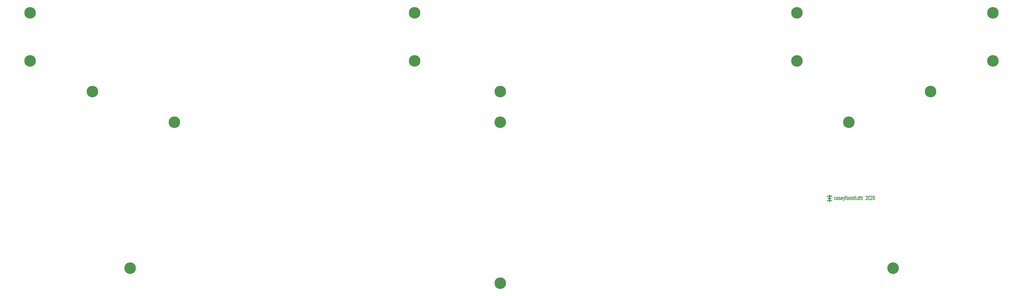
<source format=gbr>
G04 #@! TF.GenerationSoftware,KiCad,Pcbnew,(6.0.5)*
G04 #@! TF.CreationDate,2022-06-21T11:04:59-04:00*
G04 #@! TF.ProjectId,discipline-pcb,64697363-6970-46c6-996e-652d7063622e,rev?*
G04 #@! TF.SameCoordinates,Original*
G04 #@! TF.FileFunction,Soldermask,Top*
G04 #@! TF.FilePolarity,Negative*
%FSLAX46Y46*%
G04 Gerber Fmt 4.6, Leading zero omitted, Abs format (unit mm)*
G04 Created by KiCad (PCBNEW (6.0.5)) date 2022-06-21 11:04:59*
%MOMM*%
%LPD*%
G01*
G04 APERTURE LIST*
%ADD10C,0.010000*%
%ADD11C,4.502000*%
G04 APERTURE END LIST*
G36*
X334220179Y-132963920D02*
G01*
X335071079Y-132963920D01*
X335071079Y-133268720D01*
X334220179Y-133268720D01*
X334220179Y-133795770D01*
X334753579Y-133795770D01*
X334753579Y-134100570D01*
X334220179Y-134100570D01*
X334220179Y-134621270D01*
X335071079Y-134621270D01*
X335071079Y-134907020D01*
X334220179Y-134907020D01*
X334220179Y-135351520D01*
X333915379Y-135351520D01*
X333915379Y-134907020D01*
X333058129Y-134907020D01*
X333058129Y-134621270D01*
X333915379Y-134621270D01*
X333915379Y-134106920D01*
X333375629Y-134106920D01*
X333375629Y-133802120D01*
X333915379Y-133802120D01*
X333915379Y-133275070D01*
X333058129Y-133275070D01*
X333058129Y-132970270D01*
X333915379Y-132970270D01*
X333915379Y-132506720D01*
X334220179Y-132506720D01*
X334220179Y-132963920D01*
G37*
D10*
X334220179Y-132963920D02*
X335071079Y-132963920D01*
X335071079Y-133268720D01*
X334220179Y-133268720D01*
X334220179Y-133795770D01*
X334753579Y-133795770D01*
X334753579Y-134100570D01*
X334220179Y-134100570D01*
X334220179Y-134621270D01*
X335071079Y-134621270D01*
X335071079Y-134907020D01*
X334220179Y-134907020D01*
X334220179Y-135351520D01*
X333915379Y-135351520D01*
X333915379Y-134907020D01*
X333058129Y-134907020D01*
X333058129Y-134621270D01*
X333915379Y-134621270D01*
X333915379Y-134106920D01*
X333375629Y-134106920D01*
X333375629Y-133802120D01*
X333915379Y-133802120D01*
X333915379Y-133275070D01*
X333058129Y-133275070D01*
X333058129Y-132970270D01*
X333915379Y-132970270D01*
X333915379Y-132506720D01*
X334220179Y-132506720D01*
X334220179Y-132963920D01*
G36*
X348520520Y-132904707D02*
G01*
X348564650Y-132907757D01*
X348601830Y-132913431D01*
X348609409Y-132915245D01*
X348674040Y-132938769D01*
X348729189Y-132972745D01*
X348774855Y-133017168D01*
X348811034Y-133072037D01*
X348837723Y-133137347D01*
X348843794Y-133158653D01*
X348850909Y-133198443D01*
X348854749Y-133247445D01*
X348855325Y-133301145D01*
X348852645Y-133355032D01*
X348846719Y-133404593D01*
X348843222Y-133423236D01*
X348834662Y-133460540D01*
X348824988Y-133496523D01*
X348813618Y-133532362D01*
X348799969Y-133569235D01*
X348783459Y-133608319D01*
X348763505Y-133650790D01*
X348739526Y-133697825D01*
X348710938Y-133750603D01*
X348677159Y-133810298D01*
X348637606Y-133878089D01*
X348591698Y-133955153D01*
X348538852Y-134042666D01*
X348527255Y-134061764D01*
X348340730Y-134368681D01*
X348597065Y-134370531D01*
X348853401Y-134372382D01*
X348853401Y-134520375D01*
X348140790Y-134520375D01*
X348140852Y-134389847D01*
X348349676Y-134037070D01*
X348389185Y-133970129D01*
X348427568Y-133904727D01*
X348464027Y-133842244D01*
X348497767Y-133784064D01*
X348527989Y-133731568D01*
X348553897Y-133686139D01*
X348574695Y-133649159D01*
X348589585Y-133622010D01*
X348595759Y-133610208D01*
X348633366Y-133527565D01*
X348661797Y-133447937D01*
X348680639Y-133372913D01*
X348689480Y-133304082D01*
X348688849Y-133251913D01*
X348683389Y-133208343D01*
X348674996Y-133174004D01*
X348662151Y-133144086D01*
X348646836Y-133118892D01*
X348616950Y-133085051D01*
X348580385Y-133063026D01*
X348536012Y-133052259D01*
X348509278Y-133050924D01*
X348461924Y-133055093D01*
X348422987Y-133068223D01*
X348388885Y-133091847D01*
X348370420Y-133110393D01*
X348344988Y-133144200D01*
X348325864Y-133183117D01*
X348311996Y-133229949D01*
X348302327Y-133287498D01*
X348301617Y-133293383D01*
X348293418Y-133363264D01*
X348133734Y-133363264D01*
X348133827Y-133315639D01*
X348136788Y-133269434D01*
X348144753Y-133217844D01*
X348156584Y-133166046D01*
X348171143Y-133119213D01*
X348183392Y-133090010D01*
X348217570Y-133034918D01*
X348261348Y-132987141D01*
X348312415Y-132948591D01*
X348368460Y-132921183D01*
X348398317Y-132912086D01*
X348432166Y-132906794D01*
X348474630Y-132904360D01*
X348520520Y-132904707D01*
G37*
X348520520Y-132904707D02*
X348564650Y-132907757D01*
X348601830Y-132913431D01*
X348609409Y-132915245D01*
X348674040Y-132938769D01*
X348729189Y-132972745D01*
X348774855Y-133017168D01*
X348811034Y-133072037D01*
X348837723Y-133137347D01*
X348843794Y-133158653D01*
X348850909Y-133198443D01*
X348854749Y-133247445D01*
X348855325Y-133301145D01*
X348852645Y-133355032D01*
X348846719Y-133404593D01*
X348843222Y-133423236D01*
X348834662Y-133460540D01*
X348824988Y-133496523D01*
X348813618Y-133532362D01*
X348799969Y-133569235D01*
X348783459Y-133608319D01*
X348763505Y-133650790D01*
X348739526Y-133697825D01*
X348710938Y-133750603D01*
X348677159Y-133810298D01*
X348637606Y-133878089D01*
X348591698Y-133955153D01*
X348538852Y-134042666D01*
X348527255Y-134061764D01*
X348340730Y-134368681D01*
X348597065Y-134370531D01*
X348853401Y-134372382D01*
X348853401Y-134520375D01*
X348140790Y-134520375D01*
X348140852Y-134389847D01*
X348349676Y-134037070D01*
X348389185Y-133970129D01*
X348427568Y-133904727D01*
X348464027Y-133842244D01*
X348497767Y-133784064D01*
X348527989Y-133731568D01*
X348553897Y-133686139D01*
X348574695Y-133649159D01*
X348589585Y-133622010D01*
X348595759Y-133610208D01*
X348633366Y-133527565D01*
X348661797Y-133447937D01*
X348680639Y-133372913D01*
X348689480Y-133304082D01*
X348688849Y-133251913D01*
X348683389Y-133208343D01*
X348674996Y-133174004D01*
X348662151Y-133144086D01*
X348646836Y-133118892D01*
X348616950Y-133085051D01*
X348580385Y-133063026D01*
X348536012Y-133052259D01*
X348509278Y-133050924D01*
X348461924Y-133055093D01*
X348422987Y-133068223D01*
X348388885Y-133091847D01*
X348370420Y-133110393D01*
X348344988Y-133144200D01*
X348325864Y-133183117D01*
X348311996Y-133229949D01*
X348302327Y-133287498D01*
X348301617Y-133293383D01*
X348293418Y-133363264D01*
X348133734Y-133363264D01*
X348133827Y-133315639D01*
X348136788Y-133269434D01*
X348144753Y-133217844D01*
X348156584Y-133166046D01*
X348171143Y-133119213D01*
X348183392Y-133090010D01*
X348217570Y-133034918D01*
X348261348Y-132987141D01*
X348312415Y-132948591D01*
X348368460Y-132921183D01*
X348398317Y-132912086D01*
X348432166Y-132906794D01*
X348474630Y-132904360D01*
X348520520Y-132904707D01*
G36*
X342146428Y-133360953D02*
G01*
X342175075Y-133363466D01*
X342198816Y-133368324D01*
X342222236Y-133376193D01*
X342224349Y-133377019D01*
X342271013Y-133402378D01*
X342312389Y-133438299D01*
X342344668Y-133481307D01*
X342350479Y-133491983D01*
X342358077Y-133507469D01*
X342364653Y-133522507D01*
X342370294Y-133538218D01*
X342375086Y-133555723D01*
X342379114Y-133576146D01*
X342382465Y-133600606D01*
X342385226Y-133630227D01*
X342387482Y-133666130D01*
X342389320Y-133709437D01*
X342390826Y-133761269D01*
X342392086Y-133822748D01*
X342393186Y-133894996D01*
X342394214Y-133979135D01*
X342395232Y-134074111D01*
X342399850Y-134520375D01*
X342235792Y-134520375D01*
X342233777Y-134077639D01*
X342233365Y-133983852D01*
X342232964Y-133903094D01*
X342232453Y-133834282D01*
X342231710Y-133776336D01*
X342230614Y-133728172D01*
X342229043Y-133688710D01*
X342226876Y-133656867D01*
X342223992Y-133631561D01*
X342220269Y-133611711D01*
X342215585Y-133596234D01*
X342209820Y-133584050D01*
X342202852Y-133574075D01*
X342194558Y-133565229D01*
X342184819Y-133556428D01*
X342174239Y-133547233D01*
X342138315Y-133523035D01*
X342096326Y-133509157D01*
X342046270Y-133505049D01*
X342023700Y-133506007D01*
X341973009Y-133515639D01*
X341930873Y-133536423D01*
X341897744Y-133567955D01*
X341874076Y-133609833D01*
X341862509Y-133649246D01*
X341860504Y-133665367D01*
X341858794Y-133692560D01*
X341857371Y-133731263D01*
X341856228Y-133781912D01*
X341855356Y-133844948D01*
X341854748Y-133920808D01*
X341854395Y-134009930D01*
X341854290Y-134105274D01*
X341854290Y-134520375D01*
X341692012Y-134520375D01*
X341692012Y-133377375D01*
X341854290Y-133377375D01*
X341854290Y-133514193D01*
X341874562Y-133482826D01*
X341914410Y-133433517D01*
X341962959Y-133395155D01*
X341991873Y-133379513D01*
X342012782Y-133370404D01*
X342031191Y-133364631D01*
X342051409Y-133361477D01*
X342077743Y-133360223D01*
X342108290Y-133360116D01*
X342146428Y-133360953D01*
G37*
X342146428Y-133360953D02*
X342175075Y-133363466D01*
X342198816Y-133368324D01*
X342222236Y-133376193D01*
X342224349Y-133377019D01*
X342271013Y-133402378D01*
X342312389Y-133438299D01*
X342344668Y-133481307D01*
X342350479Y-133491983D01*
X342358077Y-133507469D01*
X342364653Y-133522507D01*
X342370294Y-133538218D01*
X342375086Y-133555723D01*
X342379114Y-133576146D01*
X342382465Y-133600606D01*
X342385226Y-133630227D01*
X342387482Y-133666130D01*
X342389320Y-133709437D01*
X342390826Y-133761269D01*
X342392086Y-133822748D01*
X342393186Y-133894996D01*
X342394214Y-133979135D01*
X342395232Y-134074111D01*
X342399850Y-134520375D01*
X342235792Y-134520375D01*
X342233777Y-134077639D01*
X342233365Y-133983852D01*
X342232964Y-133903094D01*
X342232453Y-133834282D01*
X342231710Y-133776336D01*
X342230614Y-133728172D01*
X342229043Y-133688710D01*
X342226876Y-133656867D01*
X342223992Y-133631561D01*
X342220269Y-133611711D01*
X342215585Y-133596234D01*
X342209820Y-133584050D01*
X342202852Y-133574075D01*
X342194558Y-133565229D01*
X342184819Y-133556428D01*
X342174239Y-133547233D01*
X342138315Y-133523035D01*
X342096326Y-133509157D01*
X342046270Y-133505049D01*
X342023700Y-133506007D01*
X341973009Y-133515639D01*
X341930873Y-133536423D01*
X341897744Y-133567955D01*
X341874076Y-133609833D01*
X341862509Y-133649246D01*
X341860504Y-133665367D01*
X341858794Y-133692560D01*
X341857371Y-133731263D01*
X341856228Y-133781912D01*
X341855356Y-133844948D01*
X341854748Y-133920808D01*
X341854395Y-134009930D01*
X341854290Y-134105274D01*
X341854290Y-134520375D01*
X341692012Y-134520375D01*
X341692012Y-133377375D01*
X341854290Y-133377375D01*
X341854290Y-133514193D01*
X341874562Y-133482826D01*
X341914410Y-133433517D01*
X341962959Y-133395155D01*
X341991873Y-133379513D01*
X342012782Y-133370404D01*
X342031191Y-133364631D01*
X342051409Y-133361477D01*
X342077743Y-133360223D01*
X342108290Y-133360116D01*
X342146428Y-133360953D01*
G36*
X343759290Y-134520375D02*
G01*
X343597012Y-134520375D01*
X343597012Y-133377375D01*
X343759290Y-133377375D01*
X343759290Y-134520375D01*
G37*
X343759290Y-134520375D02*
X343597012Y-134520375D01*
X343597012Y-133377375D01*
X343759290Y-133377375D01*
X343759290Y-134520375D01*
G36*
X346320456Y-133377375D02*
G01*
X346539179Y-133377375D01*
X346539179Y-133525542D01*
X346320456Y-133525542D01*
X346320456Y-133895071D01*
X346320507Y-133978937D01*
X346320682Y-134049864D01*
X346321011Y-134109027D01*
X346321527Y-134157599D01*
X346322260Y-134196752D01*
X346323243Y-134227660D01*
X346324508Y-134251495D01*
X346326085Y-134269432D01*
X346328006Y-134282642D01*
X346330303Y-134292300D01*
X346331225Y-134295124D01*
X346347451Y-134328751D01*
X346370012Y-134352981D01*
X346400641Y-134368786D01*
X346441073Y-134377140D01*
X346480970Y-134379109D01*
X346539179Y-134379264D01*
X346539179Y-134527431D01*
X346466859Y-134526601D01*
X346432076Y-134525685D01*
X346398714Y-134523915D01*
X346371792Y-134521596D01*
X346361877Y-134520252D01*
X346306105Y-134505002D01*
X346259664Y-134479456D01*
X346222115Y-134443208D01*
X346193022Y-134395850D01*
X346174565Y-134346388D01*
X346171922Y-134335945D01*
X346169664Y-134323402D01*
X346167749Y-134307561D01*
X346166138Y-134287225D01*
X346164788Y-134261197D01*
X346163660Y-134228280D01*
X346162714Y-134187278D01*
X346161907Y-134136993D01*
X346161199Y-134076228D01*
X346160550Y-134003786D01*
X346159919Y-133918471D01*
X346159898Y-133915361D01*
X346157220Y-133525542D01*
X346045290Y-133525542D01*
X346045290Y-133377375D01*
X346158179Y-133377375D01*
X346158179Y-133045764D01*
X346320456Y-133045764D01*
X346320456Y-133377375D01*
G37*
X346320456Y-133377375D02*
X346539179Y-133377375D01*
X346539179Y-133525542D01*
X346320456Y-133525542D01*
X346320456Y-133895071D01*
X346320507Y-133978937D01*
X346320682Y-134049864D01*
X346321011Y-134109027D01*
X346321527Y-134157599D01*
X346322260Y-134196752D01*
X346323243Y-134227660D01*
X346324508Y-134251495D01*
X346326085Y-134269432D01*
X346328006Y-134282642D01*
X346330303Y-134292300D01*
X346331225Y-134295124D01*
X346347451Y-134328751D01*
X346370012Y-134352981D01*
X346400641Y-134368786D01*
X346441073Y-134377140D01*
X346480970Y-134379109D01*
X346539179Y-134379264D01*
X346539179Y-134527431D01*
X346466859Y-134526601D01*
X346432076Y-134525685D01*
X346398714Y-134523915D01*
X346371792Y-134521596D01*
X346361877Y-134520252D01*
X346306105Y-134505002D01*
X346259664Y-134479456D01*
X346222115Y-134443208D01*
X346193022Y-134395850D01*
X346174565Y-134346388D01*
X346171922Y-134335945D01*
X346169664Y-134323402D01*
X346167749Y-134307561D01*
X346166138Y-134287225D01*
X346164788Y-134261197D01*
X346163660Y-134228280D01*
X346162714Y-134187278D01*
X346161907Y-134136993D01*
X346161199Y-134076228D01*
X346160550Y-134003786D01*
X346159919Y-133918471D01*
X346159898Y-133915361D01*
X346157220Y-133525542D01*
X346045290Y-133525542D01*
X346045290Y-133377375D01*
X346158179Y-133377375D01*
X346158179Y-133045764D01*
X346320456Y-133045764D01*
X346320456Y-133377375D01*
G36*
X344775290Y-133810011D02*
G01*
X344775311Y-133903958D01*
X344775433Y-133984876D01*
X344775740Y-134053847D01*
X344776317Y-134111954D01*
X344777248Y-134160279D01*
X344778617Y-134199904D01*
X344780511Y-134231911D01*
X344783012Y-134257382D01*
X344786207Y-134277400D01*
X344790179Y-134293047D01*
X344795014Y-134305405D01*
X344800797Y-134315556D01*
X344807611Y-134324583D01*
X344815541Y-134333567D01*
X344816333Y-134334434D01*
X344839052Y-134355704D01*
X344863569Y-134370136D01*
X344893485Y-134379093D01*
X344932395Y-134383935D01*
X344949889Y-134384961D01*
X344982021Y-134386069D01*
X345004681Y-134385346D01*
X345022465Y-134382087D01*
X345039968Y-134375587D01*
X345053968Y-134368998D01*
X345081883Y-134352559D01*
X345101540Y-134333064D01*
X345112202Y-134317004D01*
X345131595Y-134284014D01*
X345133558Y-133830695D01*
X345135521Y-133377375D01*
X345297401Y-133377375D01*
X345297401Y-134520375D01*
X345135694Y-134520375D01*
X345133644Y-134463300D01*
X345131595Y-134406225D01*
X345109411Y-134437753D01*
X345074332Y-134475942D01*
X345029698Y-134505954D01*
X344987241Y-134523165D01*
X344951310Y-134530257D01*
X344908145Y-134533475D01*
X344863483Y-134532808D01*
X344823064Y-134528248D01*
X344802546Y-134523431D01*
X344751100Y-134500388D01*
X344706678Y-134465194D01*
X344669475Y-134418042D01*
X344639944Y-134359774D01*
X344623595Y-134319292D01*
X344621549Y-133848333D01*
X344619503Y-133377375D01*
X344775290Y-133377375D01*
X344775290Y-133810011D01*
G37*
X344775290Y-133810011D02*
X344775311Y-133903958D01*
X344775433Y-133984876D01*
X344775740Y-134053847D01*
X344776317Y-134111954D01*
X344777248Y-134160279D01*
X344778617Y-134199904D01*
X344780511Y-134231911D01*
X344783012Y-134257382D01*
X344786207Y-134277400D01*
X344790179Y-134293047D01*
X344795014Y-134305405D01*
X344800797Y-134315556D01*
X344807611Y-134324583D01*
X344815541Y-134333567D01*
X344816333Y-134334434D01*
X344839052Y-134355704D01*
X344863569Y-134370136D01*
X344893485Y-134379093D01*
X344932395Y-134383935D01*
X344949889Y-134384961D01*
X344982021Y-134386069D01*
X345004681Y-134385346D01*
X345022465Y-134382087D01*
X345039968Y-134375587D01*
X345053968Y-134368998D01*
X345081883Y-134352559D01*
X345101540Y-134333064D01*
X345112202Y-134317004D01*
X345131595Y-134284014D01*
X345133558Y-133830695D01*
X345135521Y-133377375D01*
X345297401Y-133377375D01*
X345297401Y-134520375D01*
X345135694Y-134520375D01*
X345133644Y-134463300D01*
X345131595Y-134406225D01*
X345109411Y-134437753D01*
X345074332Y-134475942D01*
X345029698Y-134505954D01*
X344987241Y-134523165D01*
X344951310Y-134530257D01*
X344908145Y-134533475D01*
X344863483Y-134532808D01*
X344823064Y-134528248D01*
X344802546Y-134523431D01*
X344751100Y-134500388D01*
X344706678Y-134465194D01*
X344669475Y-134418042D01*
X344639944Y-134359774D01*
X344623595Y-134319292D01*
X344621549Y-133848333D01*
X344619503Y-133377375D01*
X344775290Y-133377375D01*
X344775290Y-133810011D01*
G36*
X340775766Y-134066228D02*
G01*
X340795319Y-134009048D01*
X340823498Y-133959570D01*
X340849358Y-133927920D01*
X340875526Y-133902517D01*
X340902774Y-133882117D01*
X340933081Y-133866120D01*
X340968425Y-133853930D01*
X341010786Y-133844947D01*
X341062142Y-133838574D01*
X341124473Y-133834211D01*
X341165264Y-133832411D01*
X341305189Y-133827164D01*
X341302690Y-133720450D01*
X341301463Y-133677783D01*
X341299850Y-133646501D01*
X341297497Y-133623880D01*
X341294047Y-133607193D01*
X341289146Y-133593716D01*
X341285081Y-133585514D01*
X341257976Y-133546335D01*
X341223906Y-133518221D01*
X341181483Y-133500355D01*
X341129319Y-133491921D01*
X341125685Y-133491687D01*
X341078393Y-133492061D01*
X341040416Y-133500209D01*
X341008630Y-133517245D01*
X340980772Y-133543297D01*
X340953163Y-133584362D01*
X340939042Y-133629385D01*
X340937067Y-133655124D01*
X340937067Y-133680764D01*
X340781845Y-133680764D01*
X340781949Y-133654306D01*
X340783679Y-133633018D01*
X340788054Y-133605016D01*
X340792720Y-133582597D01*
X340813608Y-133521798D01*
X340845137Y-133469866D01*
X340886630Y-133427240D01*
X340937412Y-133394358D01*
X340996806Y-133371660D01*
X341064136Y-133359584D01*
X341138151Y-133358534D01*
X341211433Y-133367822D01*
X341274608Y-133386714D01*
X341328240Y-133415584D01*
X341372895Y-133454805D01*
X341409138Y-133504750D01*
X341432595Y-133553021D01*
X341435776Y-133561055D01*
X341438510Y-133568988D01*
X341440835Y-133577909D01*
X341442790Y-133588911D01*
X341444415Y-133603083D01*
X341445749Y-133621515D01*
X341446831Y-133645299D01*
X341447700Y-133675524D01*
X341448395Y-133713282D01*
X341448956Y-133759662D01*
X341449420Y-133815755D01*
X341449828Y-133882652D01*
X341450219Y-133961443D01*
X341450631Y-134053218D01*
X341450645Y-134056472D01*
X341452695Y-134520375D01*
X341303956Y-134520375D01*
X341303956Y-134419480D01*
X341283087Y-134448289D01*
X341252523Y-134479679D01*
X341211459Y-134505549D01*
X341163057Y-134523925D01*
X341161180Y-134524432D01*
X341131535Y-134529632D01*
X341093054Y-134532649D01*
X341050514Y-134533484D01*
X341008692Y-134532136D01*
X340972364Y-134528607D01*
X340951179Y-134524413D01*
X340896137Y-134503281D01*
X340850795Y-134472920D01*
X340814924Y-134432954D01*
X340788298Y-134383007D01*
X340770688Y-134322703D01*
X340761868Y-134251666D01*
X340760679Y-134209577D01*
X340761000Y-134202875D01*
X340906219Y-134202875D01*
X340908690Y-134261846D01*
X340917871Y-134309561D01*
X340934302Y-134347457D01*
X340958522Y-134376968D01*
X340977039Y-134391260D01*
X341011553Y-134407004D01*
X341054394Y-134416214D01*
X341101293Y-134418718D01*
X341147982Y-134414345D01*
X341190192Y-134402923D01*
X341197030Y-134400086D01*
X341234848Y-134378502D01*
X341262863Y-134350183D01*
X341283956Y-134313171D01*
X341289195Y-134300744D01*
X341293223Y-134288319D01*
X341296236Y-134273802D01*
X341298430Y-134255100D01*
X341299999Y-134230121D01*
X341301139Y-134196773D01*
X341302045Y-134152963D01*
X341302682Y-134112359D01*
X341305105Y-133947760D01*
X341172239Y-133950082D01*
X341125743Y-133950957D01*
X341090995Y-133951934D01*
X341065632Y-133953322D01*
X341047293Y-133955434D01*
X341033615Y-133958581D01*
X341022236Y-133963072D01*
X341010795Y-133969221D01*
X341006098Y-133971963D01*
X340969651Y-133999668D01*
X340941911Y-134035355D01*
X340922410Y-134080112D01*
X340910676Y-134135024D01*
X340906239Y-134201180D01*
X340906219Y-134202875D01*
X340761000Y-134202875D01*
X340764373Y-134132580D01*
X340775766Y-134066228D01*
G37*
X340775766Y-134066228D02*
X340795319Y-134009048D01*
X340823498Y-133959570D01*
X340849358Y-133927920D01*
X340875526Y-133902517D01*
X340902774Y-133882117D01*
X340933081Y-133866120D01*
X340968425Y-133853930D01*
X341010786Y-133844947D01*
X341062142Y-133838574D01*
X341124473Y-133834211D01*
X341165264Y-133832411D01*
X341305189Y-133827164D01*
X341302690Y-133720450D01*
X341301463Y-133677783D01*
X341299850Y-133646501D01*
X341297497Y-133623880D01*
X341294047Y-133607193D01*
X341289146Y-133593716D01*
X341285081Y-133585514D01*
X341257976Y-133546335D01*
X341223906Y-133518221D01*
X341181483Y-133500355D01*
X341129319Y-133491921D01*
X341125685Y-133491687D01*
X341078393Y-133492061D01*
X341040416Y-133500209D01*
X341008630Y-133517245D01*
X340980772Y-133543297D01*
X340953163Y-133584362D01*
X340939042Y-133629385D01*
X340937067Y-133655124D01*
X340937067Y-133680764D01*
X340781845Y-133680764D01*
X340781949Y-133654306D01*
X340783679Y-133633018D01*
X340788054Y-133605016D01*
X340792720Y-133582597D01*
X340813608Y-133521798D01*
X340845137Y-133469866D01*
X340886630Y-133427240D01*
X340937412Y-133394358D01*
X340996806Y-133371660D01*
X341064136Y-133359584D01*
X341138151Y-133358534D01*
X341211433Y-133367822D01*
X341274608Y-133386714D01*
X341328240Y-133415584D01*
X341372895Y-133454805D01*
X341409138Y-133504750D01*
X341432595Y-133553021D01*
X341435776Y-133561055D01*
X341438510Y-133568988D01*
X341440835Y-133577909D01*
X341442790Y-133588911D01*
X341444415Y-133603083D01*
X341445749Y-133621515D01*
X341446831Y-133645299D01*
X341447700Y-133675524D01*
X341448395Y-133713282D01*
X341448956Y-133759662D01*
X341449420Y-133815755D01*
X341449828Y-133882652D01*
X341450219Y-133961443D01*
X341450631Y-134053218D01*
X341450645Y-134056472D01*
X341452695Y-134520375D01*
X341303956Y-134520375D01*
X341303956Y-134419480D01*
X341283087Y-134448289D01*
X341252523Y-134479679D01*
X341211459Y-134505549D01*
X341163057Y-134523925D01*
X341161180Y-134524432D01*
X341131535Y-134529632D01*
X341093054Y-134532649D01*
X341050514Y-134533484D01*
X341008692Y-134532136D01*
X340972364Y-134528607D01*
X340951179Y-134524413D01*
X340896137Y-134503281D01*
X340850795Y-134472920D01*
X340814924Y-134432954D01*
X340788298Y-134383007D01*
X340770688Y-134322703D01*
X340761868Y-134251666D01*
X340760679Y-134209577D01*
X340761000Y-134202875D01*
X340906219Y-134202875D01*
X340908690Y-134261846D01*
X340917871Y-134309561D01*
X340934302Y-134347457D01*
X340958522Y-134376968D01*
X340977039Y-134391260D01*
X341011553Y-134407004D01*
X341054394Y-134416214D01*
X341101293Y-134418718D01*
X341147982Y-134414345D01*
X341190192Y-134402923D01*
X341197030Y-134400086D01*
X341234848Y-134378502D01*
X341262863Y-134350183D01*
X341283956Y-134313171D01*
X341289195Y-134300744D01*
X341293223Y-134288319D01*
X341296236Y-134273802D01*
X341298430Y-134255100D01*
X341299999Y-134230121D01*
X341301139Y-134196773D01*
X341302045Y-134152963D01*
X341302682Y-134112359D01*
X341305105Y-133947760D01*
X341172239Y-133950082D01*
X341125743Y-133950957D01*
X341090995Y-133951934D01*
X341065632Y-133953322D01*
X341047293Y-133955434D01*
X341033615Y-133958581D01*
X341022236Y-133963072D01*
X341010795Y-133969221D01*
X341006098Y-133971963D01*
X340969651Y-133999668D01*
X340941911Y-134035355D01*
X340922410Y-134080112D01*
X340910676Y-134135024D01*
X340906239Y-134201180D01*
X340906219Y-134202875D01*
X340761000Y-134202875D01*
X340764373Y-134132580D01*
X340775766Y-134066228D01*
G36*
X343759290Y-133137486D02*
G01*
X343597012Y-133137486D01*
X343597012Y-132982264D01*
X343759290Y-132982264D01*
X343759290Y-133137486D01*
G37*
X343759290Y-133137486D02*
X343597012Y-133137486D01*
X343597012Y-132982264D01*
X343759290Y-132982264D01*
X343759290Y-133137486D01*
G36*
X337987500Y-133358729D02*
G01*
X338047546Y-133369012D01*
X338103015Y-133387192D01*
X338151307Y-133413211D01*
X338182422Y-133439006D01*
X338209219Y-133473664D01*
X338232189Y-133517590D01*
X338249122Y-133566034D01*
X338255592Y-133596097D01*
X338261053Y-133629944D01*
X338263167Y-133652223D01*
X338259867Y-133665337D01*
X338249091Y-133671690D01*
X338228773Y-133673684D01*
X338196850Y-133673724D01*
X338188929Y-133673708D01*
X338114845Y-133673708D01*
X338114845Y-133653822D01*
X338109056Y-133612372D01*
X338093084Y-133572981D01*
X338069023Y-133538909D01*
X338038970Y-133513415D01*
X338018114Y-133503300D01*
X337987522Y-133496526D01*
X337950187Y-133494026D01*
X337911236Y-133495598D01*
X337875799Y-133501040D01*
X337849385Y-133509951D01*
X337813090Y-133536240D01*
X337786153Y-133572221D01*
X337769244Y-133616469D01*
X337763030Y-133667559D01*
X337763895Y-133692321D01*
X337771747Y-133736055D01*
X337788423Y-133772656D01*
X337815087Y-133803310D01*
X337852904Y-133829203D01*
X337903038Y-133851522D01*
X337928856Y-133860374D01*
X337995260Y-133881754D01*
X338049702Y-133899812D01*
X338093732Y-133915291D01*
X338128903Y-133928933D01*
X338156766Y-133941480D01*
X338178871Y-133953674D01*
X338196769Y-133966256D01*
X338212013Y-133979970D01*
X338226153Y-133995556D01*
X338235492Y-134007050D01*
X338263701Y-134052974D01*
X338281932Y-134107164D01*
X338290469Y-134170599D01*
X338291234Y-134199127D01*
X338286999Y-134274523D01*
X338274015Y-134339225D01*
X338251862Y-134393932D01*
X338220123Y-134439341D01*
X338178376Y-134476149D01*
X338126204Y-134505054D01*
X338101483Y-134514861D01*
X338079411Y-134521444D01*
X338053960Y-134526046D01*
X338021845Y-134529065D01*
X337979782Y-134530901D01*
X337966679Y-134531237D01*
X337929905Y-134531805D01*
X337896919Y-134531811D01*
X337870964Y-134531289D01*
X337855281Y-134530273D01*
X337853790Y-134530039D01*
X337787956Y-134511900D01*
X337732450Y-134484509D01*
X337686990Y-134447536D01*
X337651291Y-134400654D01*
X337625070Y-134343534D01*
X337608042Y-134275847D01*
X337603094Y-134239917D01*
X337598404Y-134195820D01*
X337746013Y-134195820D01*
X337750762Y-134236389D01*
X337762631Y-134288388D01*
X337784776Y-134330791D01*
X337816917Y-134363365D01*
X337858777Y-134385882D01*
X337910075Y-134398109D01*
X337949040Y-134400431D01*
X338006399Y-134395189D01*
X338054247Y-134379642D01*
X338092310Y-134354060D01*
X338120310Y-134318710D01*
X338137971Y-134273861D01*
X338145019Y-134219783D01*
X338145141Y-134209635D01*
X338143098Y-134172025D01*
X338137558Y-134144020D01*
X338134080Y-134135405D01*
X338112387Y-134104289D01*
X338080845Y-134076808D01*
X338038290Y-134052241D01*
X337983560Y-134029870D01*
X337941984Y-134016484D01*
X337892719Y-134000939D01*
X337844883Y-133984124D01*
X337801546Y-133967236D01*
X337765779Y-133951471D01*
X337740901Y-133938180D01*
X337713141Y-133916615D01*
X337684655Y-133887816D01*
X337659653Y-133856533D01*
X337642343Y-133827520D01*
X337641771Y-133826251D01*
X337624510Y-133773187D01*
X337616260Y-133714970D01*
X337616549Y-133654377D01*
X337624904Y-133594185D01*
X337640854Y-133537170D01*
X337663925Y-133486108D01*
X337693647Y-133443776D01*
X337709515Y-133427917D01*
X337753487Y-133397796D01*
X337805870Y-133375878D01*
X337864065Y-133362101D01*
X337925474Y-133356405D01*
X337987500Y-133358729D01*
G37*
X337987500Y-133358729D02*
X338047546Y-133369012D01*
X338103015Y-133387192D01*
X338151307Y-133413211D01*
X338182422Y-133439006D01*
X338209219Y-133473664D01*
X338232189Y-133517590D01*
X338249122Y-133566034D01*
X338255592Y-133596097D01*
X338261053Y-133629944D01*
X338263167Y-133652223D01*
X338259867Y-133665337D01*
X338249091Y-133671690D01*
X338228773Y-133673684D01*
X338196850Y-133673724D01*
X338188929Y-133673708D01*
X338114845Y-133673708D01*
X338114845Y-133653822D01*
X338109056Y-133612372D01*
X338093084Y-133572981D01*
X338069023Y-133538909D01*
X338038970Y-133513415D01*
X338018114Y-133503300D01*
X337987522Y-133496526D01*
X337950187Y-133494026D01*
X337911236Y-133495598D01*
X337875799Y-133501040D01*
X337849385Y-133509951D01*
X337813090Y-133536240D01*
X337786153Y-133572221D01*
X337769244Y-133616469D01*
X337763030Y-133667559D01*
X337763895Y-133692321D01*
X337771747Y-133736055D01*
X337788423Y-133772656D01*
X337815087Y-133803310D01*
X337852904Y-133829203D01*
X337903038Y-133851522D01*
X337928856Y-133860374D01*
X337995260Y-133881754D01*
X338049702Y-133899812D01*
X338093732Y-133915291D01*
X338128903Y-133928933D01*
X338156766Y-133941480D01*
X338178871Y-133953674D01*
X338196769Y-133966256D01*
X338212013Y-133979970D01*
X338226153Y-133995556D01*
X338235492Y-134007050D01*
X338263701Y-134052974D01*
X338281932Y-134107164D01*
X338290469Y-134170599D01*
X338291234Y-134199127D01*
X338286999Y-134274523D01*
X338274015Y-134339225D01*
X338251862Y-134393932D01*
X338220123Y-134439341D01*
X338178376Y-134476149D01*
X338126204Y-134505054D01*
X338101483Y-134514861D01*
X338079411Y-134521444D01*
X338053960Y-134526046D01*
X338021845Y-134529065D01*
X337979782Y-134530901D01*
X337966679Y-134531237D01*
X337929905Y-134531805D01*
X337896919Y-134531811D01*
X337870964Y-134531289D01*
X337855281Y-134530273D01*
X337853790Y-134530039D01*
X337787956Y-134511900D01*
X337732450Y-134484509D01*
X337686990Y-134447536D01*
X337651291Y-134400654D01*
X337625070Y-134343534D01*
X337608042Y-134275847D01*
X337603094Y-134239917D01*
X337598404Y-134195820D01*
X337746013Y-134195820D01*
X337750762Y-134236389D01*
X337762631Y-134288388D01*
X337784776Y-134330791D01*
X337816917Y-134363365D01*
X337858777Y-134385882D01*
X337910075Y-134398109D01*
X337949040Y-134400431D01*
X338006399Y-134395189D01*
X338054247Y-134379642D01*
X338092310Y-134354060D01*
X338120310Y-134318710D01*
X338137971Y-134273861D01*
X338145019Y-134219783D01*
X338145141Y-134209635D01*
X338143098Y-134172025D01*
X338137558Y-134144020D01*
X338134080Y-134135405D01*
X338112387Y-134104289D01*
X338080845Y-134076808D01*
X338038290Y-134052241D01*
X337983560Y-134029870D01*
X337941984Y-134016484D01*
X337892719Y-134000939D01*
X337844883Y-133984124D01*
X337801546Y-133967236D01*
X337765779Y-133951471D01*
X337740901Y-133938180D01*
X337713141Y-133916615D01*
X337684655Y-133887816D01*
X337659653Y-133856533D01*
X337642343Y-133827520D01*
X337641771Y-133826251D01*
X337624510Y-133773187D01*
X337616260Y-133714970D01*
X337616549Y-133654377D01*
X337624904Y-133594185D01*
X337640854Y-133537170D01*
X337663925Y-133486108D01*
X337693647Y-133443776D01*
X337709515Y-133427917D01*
X337753487Y-133397796D01*
X337805870Y-133375878D01*
X337864065Y-133362101D01*
X337925474Y-133356405D01*
X337987500Y-133358729D01*
G36*
X339450920Y-133414417D02*
G01*
X339455119Y-133429439D01*
X339462547Y-133456426D01*
X339472753Y-133493722D01*
X339485288Y-133539669D01*
X339499703Y-133592610D01*
X339515548Y-133650886D01*
X339532373Y-133712840D01*
X339549729Y-133776815D01*
X339567167Y-133841153D01*
X339584237Y-133904197D01*
X339600490Y-133964289D01*
X339615476Y-134019772D01*
X339628745Y-134068988D01*
X339639848Y-134110279D01*
X339648336Y-134141988D01*
X339653257Y-134160542D01*
X339660943Y-134188753D01*
X339667858Y-134212292D01*
X339672870Y-134227372D01*
X339674037Y-134230092D01*
X339676571Y-134225138D01*
X339682176Y-134207604D01*
X339690554Y-134178613D01*
X339701404Y-134139286D01*
X339714425Y-134090746D01*
X339729318Y-134034115D01*
X339745782Y-133970515D01*
X339763517Y-133901069D01*
X339782223Y-133826898D01*
X339786822Y-133808522D01*
X339894584Y-133377375D01*
X339974854Y-133377375D01*
X340011783Y-133377800D01*
X340036326Y-133379203D01*
X340050184Y-133381774D01*
X340055060Y-133385702D01*
X340055123Y-133386336D01*
X340053335Y-133397230D01*
X340048630Y-133417449D01*
X340041999Y-133442757D01*
X340041507Y-133444545D01*
X340037751Y-133458344D01*
X340030624Y-133484755D01*
X340020397Y-133522759D01*
X340007345Y-133571337D01*
X339991740Y-133629468D01*
X339973857Y-133696134D01*
X339953969Y-133770314D01*
X339932349Y-133850989D01*
X339909271Y-133937140D01*
X339885008Y-134027746D01*
X339859833Y-134121789D01*
X339850601Y-134156284D01*
X339825197Y-134250917D01*
X339800542Y-134342180D01*
X339776911Y-134429085D01*
X339754582Y-134510643D01*
X339733829Y-134585866D01*
X339714928Y-134653764D01*
X339698155Y-134713349D01*
X339683786Y-134763632D01*
X339672097Y-134803625D01*
X339663363Y-134832338D01*
X339657861Y-134848784D01*
X339656655Y-134851650D01*
X339628708Y-134894971D01*
X339592387Y-134930186D01*
X339546673Y-134957844D01*
X339490549Y-134978494D01*
X339422995Y-134992686D01*
X339386609Y-134997323D01*
X339342512Y-135001976D01*
X339342512Y-134846863D01*
X339386817Y-134843306D01*
X339438465Y-134832841D01*
X339482704Y-134810375D01*
X339519425Y-134775983D01*
X339546888Y-134733056D01*
X339554409Y-134714628D01*
X339563848Y-134686539D01*
X339574309Y-134652082D01*
X339584895Y-134614548D01*
X339594709Y-134577227D01*
X339602855Y-134543412D01*
X339608437Y-134516395D01*
X339610556Y-134499465D01*
X339610557Y-134499342D01*
X339608563Y-134489999D01*
X339602765Y-134468202D01*
X339593468Y-134434998D01*
X339580979Y-134391431D01*
X339565604Y-134338548D01*
X339547649Y-134277393D01*
X339527421Y-134209013D01*
X339505226Y-134134453D01*
X339481369Y-134054758D01*
X339456158Y-133970975D01*
X339444817Y-133933423D01*
X339419174Y-133848561D01*
X339394744Y-133767624D01*
X339371831Y-133691623D01*
X339350738Y-133621572D01*
X339331771Y-133558482D01*
X339315232Y-133503367D01*
X339301426Y-133457239D01*
X339290656Y-133421110D01*
X339283228Y-133395993D01*
X339279445Y-133382900D01*
X339279012Y-133381193D01*
X339285601Y-133379685D01*
X339303507Y-133378459D01*
X339329936Y-133377645D01*
X339359650Y-133377375D01*
X339440288Y-133377375D01*
X339450920Y-133414417D01*
G37*
X339450920Y-133414417D02*
X339455119Y-133429439D01*
X339462547Y-133456426D01*
X339472753Y-133493722D01*
X339485288Y-133539669D01*
X339499703Y-133592610D01*
X339515548Y-133650886D01*
X339532373Y-133712840D01*
X339549729Y-133776815D01*
X339567167Y-133841153D01*
X339584237Y-133904197D01*
X339600490Y-133964289D01*
X339615476Y-134019772D01*
X339628745Y-134068988D01*
X339639848Y-134110279D01*
X339648336Y-134141988D01*
X339653257Y-134160542D01*
X339660943Y-134188753D01*
X339667858Y-134212292D01*
X339672870Y-134227372D01*
X339674037Y-134230092D01*
X339676571Y-134225138D01*
X339682176Y-134207604D01*
X339690554Y-134178613D01*
X339701404Y-134139286D01*
X339714425Y-134090746D01*
X339729318Y-134034115D01*
X339745782Y-133970515D01*
X339763517Y-133901069D01*
X339782223Y-133826898D01*
X339786822Y-133808522D01*
X339894584Y-133377375D01*
X339974854Y-133377375D01*
X340011783Y-133377800D01*
X340036326Y-133379203D01*
X340050184Y-133381774D01*
X340055060Y-133385702D01*
X340055123Y-133386336D01*
X340053335Y-133397230D01*
X340048630Y-133417449D01*
X340041999Y-133442757D01*
X340041507Y-133444545D01*
X340037751Y-133458344D01*
X340030624Y-133484755D01*
X340020397Y-133522759D01*
X340007345Y-133571337D01*
X339991740Y-133629468D01*
X339973857Y-133696134D01*
X339953969Y-133770314D01*
X339932349Y-133850989D01*
X339909271Y-133937140D01*
X339885008Y-134027746D01*
X339859833Y-134121789D01*
X339850601Y-134156284D01*
X339825197Y-134250917D01*
X339800542Y-134342180D01*
X339776911Y-134429085D01*
X339754582Y-134510643D01*
X339733829Y-134585866D01*
X339714928Y-134653764D01*
X339698155Y-134713349D01*
X339683786Y-134763632D01*
X339672097Y-134803625D01*
X339663363Y-134832338D01*
X339657861Y-134848784D01*
X339656655Y-134851650D01*
X339628708Y-134894971D01*
X339592387Y-134930186D01*
X339546673Y-134957844D01*
X339490549Y-134978494D01*
X339422995Y-134992686D01*
X339386609Y-134997323D01*
X339342512Y-135001976D01*
X339342512Y-134846863D01*
X339386817Y-134843306D01*
X339438465Y-134832841D01*
X339482704Y-134810375D01*
X339519425Y-134775983D01*
X339546888Y-134733056D01*
X339554409Y-134714628D01*
X339563848Y-134686539D01*
X339574309Y-134652082D01*
X339584895Y-134614548D01*
X339594709Y-134577227D01*
X339602855Y-134543412D01*
X339608437Y-134516395D01*
X339610556Y-134499465D01*
X339610557Y-134499342D01*
X339608563Y-134489999D01*
X339602765Y-134468202D01*
X339593468Y-134434998D01*
X339580979Y-134391431D01*
X339565604Y-134338548D01*
X339547649Y-134277393D01*
X339527421Y-134209013D01*
X339505226Y-134134453D01*
X339481369Y-134054758D01*
X339456158Y-133970975D01*
X339444817Y-133933423D01*
X339419174Y-133848561D01*
X339394744Y-133767624D01*
X339371831Y-133691623D01*
X339350738Y-133621572D01*
X339331771Y-133558482D01*
X339315232Y-133503367D01*
X339301426Y-133457239D01*
X339290656Y-133421110D01*
X339283228Y-133395993D01*
X339279445Y-133382900D01*
X339279012Y-133381193D01*
X339285601Y-133379685D01*
X339303507Y-133378459D01*
X339329936Y-133377645D01*
X339359650Y-133377375D01*
X339440288Y-133377375D01*
X339450920Y-133414417D01*
G36*
X346906067Y-133137486D02*
G01*
X346743790Y-133137486D01*
X346743790Y-132982264D01*
X346906067Y-132982264D01*
X346906067Y-133137486D01*
G37*
X346906067Y-133137486D02*
X346743790Y-133137486D01*
X346743790Y-132982264D01*
X346906067Y-132982264D01*
X346906067Y-133137486D01*
G36*
X346906067Y-134520375D02*
G01*
X346743790Y-134520375D01*
X346743790Y-133377375D01*
X346906067Y-133377375D01*
X346906067Y-134520375D01*
G37*
X346906067Y-134520375D02*
X346743790Y-134520375D01*
X346743790Y-133377375D01*
X346906067Y-133377375D01*
X346906067Y-134520375D01*
G36*
X345727790Y-133377375D02*
G01*
X345946512Y-133377375D01*
X345946512Y-133525542D01*
X345727790Y-133525542D01*
X345728099Y-133897722D01*
X345728204Y-133983579D01*
X345728422Y-134056500D01*
X345728840Y-134117662D01*
X345729544Y-134168240D01*
X345730623Y-134209410D01*
X345732161Y-134242347D01*
X345734247Y-134268227D01*
X345736966Y-134288227D01*
X345740406Y-134303522D01*
X345744654Y-134315286D01*
X345749796Y-134324698D01*
X345755920Y-134332931D01*
X345760633Y-134338394D01*
X345787828Y-134359635D01*
X345825081Y-134373008D01*
X345873306Y-134378805D01*
X345888304Y-134379109D01*
X345946512Y-134379264D01*
X345946512Y-134527431D01*
X345874192Y-134526601D01*
X345839490Y-134525693D01*
X345806287Y-134523945D01*
X345779564Y-134521657D01*
X345769713Y-134520324D01*
X345713528Y-134504827D01*
X345666638Y-134478872D01*
X345628937Y-134442338D01*
X345600320Y-134395101D01*
X345580680Y-134337039D01*
X345572444Y-134291657D01*
X345571158Y-134274745D01*
X345569947Y-134245306D01*
X345568839Y-134204924D01*
X345567859Y-134155184D01*
X345567032Y-134097669D01*
X345566386Y-134033964D01*
X345565947Y-133965653D01*
X345565739Y-133894320D01*
X345565730Y-133883611D01*
X345565512Y-133525542D01*
X345452623Y-133525542D01*
X345452623Y-133377375D01*
X345565512Y-133377375D01*
X345565512Y-133045764D01*
X345727790Y-133045764D01*
X345727790Y-133377375D01*
G37*
X345727790Y-133377375D02*
X345946512Y-133377375D01*
X345946512Y-133525542D01*
X345727790Y-133525542D01*
X345728099Y-133897722D01*
X345728204Y-133983579D01*
X345728422Y-134056500D01*
X345728840Y-134117662D01*
X345729544Y-134168240D01*
X345730623Y-134209410D01*
X345732161Y-134242347D01*
X345734247Y-134268227D01*
X345736966Y-134288227D01*
X345740406Y-134303522D01*
X345744654Y-134315286D01*
X345749796Y-134324698D01*
X345755920Y-134332931D01*
X345760633Y-134338394D01*
X345787828Y-134359635D01*
X345825081Y-134373008D01*
X345873306Y-134378805D01*
X345888304Y-134379109D01*
X345946512Y-134379264D01*
X345946512Y-134527431D01*
X345874192Y-134526601D01*
X345839490Y-134525693D01*
X345806287Y-134523945D01*
X345779564Y-134521657D01*
X345769713Y-134520324D01*
X345713528Y-134504827D01*
X345666638Y-134478872D01*
X345628937Y-134442338D01*
X345600320Y-134395101D01*
X345580680Y-134337039D01*
X345572444Y-134291657D01*
X345571158Y-134274745D01*
X345569947Y-134245306D01*
X345568839Y-134204924D01*
X345567859Y-134155184D01*
X345567032Y-134097669D01*
X345566386Y-134033964D01*
X345565947Y-133965653D01*
X345565739Y-133894320D01*
X345565730Y-133883611D01*
X345565512Y-133525542D01*
X345452623Y-133525542D01*
X345452623Y-133377375D01*
X345565512Y-133377375D01*
X345565512Y-133045764D01*
X345727790Y-133045764D01*
X345727790Y-133377375D01*
G36*
X343127817Y-133366313D02*
G01*
X343183209Y-133385036D01*
X343229409Y-133413403D01*
X343266842Y-133451937D01*
X343295927Y-133501166D01*
X343317088Y-133561614D01*
X343328223Y-133615987D01*
X343330055Y-133635509D01*
X343331654Y-133668693D01*
X343333012Y-133715088D01*
X343334122Y-133774247D01*
X343334978Y-133845719D01*
X343335571Y-133929058D01*
X343335894Y-134023813D01*
X343335956Y-134093102D01*
X343335956Y-134520375D01*
X343173679Y-134520375D01*
X343173679Y-134089583D01*
X343173548Y-133986074D01*
X343173158Y-133895201D01*
X343172513Y-133817182D01*
X343171616Y-133752239D01*
X343170470Y-133700589D01*
X343169080Y-133662455D01*
X343167449Y-133638054D01*
X343166152Y-133629208D01*
X343148394Y-133584781D01*
X343120354Y-133549890D01*
X343082408Y-133524822D01*
X343034933Y-133509865D01*
X343005109Y-133506067D01*
X342953435Y-133507132D01*
X342907748Y-133517586D01*
X342870429Y-133536761D01*
X342857289Y-133547770D01*
X342844925Y-133560372D01*
X342834246Y-133573004D01*
X342825126Y-133586750D01*
X342817445Y-133602696D01*
X342811078Y-133621928D01*
X342805904Y-133645533D01*
X342801798Y-133674595D01*
X342798639Y-133710201D01*
X342796304Y-133753436D01*
X342794669Y-133805387D01*
X342793612Y-133867139D01*
X342793010Y-133939777D01*
X342792739Y-134024389D01*
X342792679Y-134118829D01*
X342792679Y-134520375D01*
X342637456Y-134520375D01*
X342637456Y-133377375D01*
X342790915Y-133377375D01*
X342795324Y-133399424D01*
X342797764Y-133418818D01*
X342799365Y-133445353D01*
X342799734Y-133464305D01*
X342799734Y-133507138D01*
X342819664Y-133475770D01*
X342856434Y-133430483D01*
X342901868Y-133395542D01*
X342954502Y-133371467D01*
X343012873Y-133358778D01*
X343075516Y-133357996D01*
X343127817Y-133366313D01*
G37*
X343127817Y-133366313D02*
X343183209Y-133385036D01*
X343229409Y-133413403D01*
X343266842Y-133451937D01*
X343295927Y-133501166D01*
X343317088Y-133561614D01*
X343328223Y-133615987D01*
X343330055Y-133635509D01*
X343331654Y-133668693D01*
X343333012Y-133715088D01*
X343334122Y-133774247D01*
X343334978Y-133845719D01*
X343335571Y-133929058D01*
X343335894Y-134023813D01*
X343335956Y-134093102D01*
X343335956Y-134520375D01*
X343173679Y-134520375D01*
X343173679Y-134089583D01*
X343173548Y-133986074D01*
X343173158Y-133895201D01*
X343172513Y-133817182D01*
X343171616Y-133752239D01*
X343170470Y-133700589D01*
X343169080Y-133662455D01*
X343167449Y-133638054D01*
X343166152Y-133629208D01*
X343148394Y-133584781D01*
X343120354Y-133549890D01*
X343082408Y-133524822D01*
X343034933Y-133509865D01*
X343005109Y-133506067D01*
X342953435Y-133507132D01*
X342907748Y-133517586D01*
X342870429Y-133536761D01*
X342857289Y-133547770D01*
X342844925Y-133560372D01*
X342834246Y-133573004D01*
X342825126Y-133586750D01*
X342817445Y-133602696D01*
X342811078Y-133621928D01*
X342805904Y-133645533D01*
X342801798Y-133674595D01*
X342798639Y-133710201D01*
X342796304Y-133753436D01*
X342794669Y-133805387D01*
X342793612Y-133867139D01*
X342793010Y-133939777D01*
X342792739Y-134024389D01*
X342792679Y-134118829D01*
X342792679Y-134520375D01*
X342637456Y-134520375D01*
X342637456Y-133377375D01*
X342790915Y-133377375D01*
X342795324Y-133399424D01*
X342797764Y-133418818D01*
X342799365Y-133445353D01*
X342799734Y-133464305D01*
X342799734Y-133507138D01*
X342819664Y-133475770D01*
X342856434Y-133430483D01*
X342901868Y-133395542D01*
X342954502Y-133371467D01*
X343012873Y-133358778D01*
X343075516Y-133357996D01*
X343127817Y-133366313D01*
G36*
X350903438Y-133390788D02*
G01*
X350903754Y-133335600D01*
X350904201Y-133289598D01*
X350904801Y-133251797D01*
X350905577Y-133221211D01*
X350906550Y-133196856D01*
X350907742Y-133177746D01*
X350909175Y-133162897D01*
X350910873Y-133151323D01*
X350912856Y-133142039D01*
X350915147Y-133134060D01*
X350916354Y-133130431D01*
X350933394Y-133086096D01*
X350951787Y-133050779D01*
X350974435Y-133019468D01*
X350992214Y-132999526D01*
X351032655Y-132965145D01*
X351082201Y-132936328D01*
X351136156Y-132915687D01*
X351148984Y-132912302D01*
X351182210Y-132907115D01*
X351224390Y-132904541D01*
X351270625Y-132904507D01*
X351316014Y-132906944D01*
X351355659Y-132911781D01*
X351373609Y-132915533D01*
X351436159Y-132938512D01*
X351490497Y-132972674D01*
X351535845Y-133017208D01*
X351571427Y-133071303D01*
X351596465Y-133134148D01*
X351601486Y-133153226D01*
X351603509Y-133163733D01*
X351605263Y-133177542D01*
X351606765Y-133195629D01*
X351608033Y-133218971D01*
X351609085Y-133248545D01*
X351609939Y-133285327D01*
X351610614Y-133330293D01*
X351611126Y-133384420D01*
X351611494Y-133448684D01*
X351611736Y-133524061D01*
X351611870Y-133611529D01*
X351611914Y-133712063D01*
X351611914Y-133719570D01*
X351611901Y-133822512D01*
X351611821Y-133912375D01*
X351611610Y-133990188D01*
X351611207Y-134056984D01*
X351610549Y-134113792D01*
X351609573Y-134161644D01*
X351608218Y-134201571D01*
X351606421Y-134234604D01*
X351604119Y-134261773D01*
X351601251Y-134284111D01*
X351597753Y-134302647D01*
X351593563Y-134318413D01*
X351588620Y-134332440D01*
X351582860Y-134345758D01*
X351576220Y-134359400D01*
X351572774Y-134366225D01*
X351539067Y-134417489D01*
X351494437Y-134461214D01*
X351440647Y-134496041D01*
X351379460Y-134520614D01*
X351368413Y-134523683D01*
X351334898Y-134529585D01*
X351292643Y-134532950D01*
X351246496Y-134533780D01*
X351201305Y-134532076D01*
X351161916Y-134527841D01*
X351141267Y-134523609D01*
X351077453Y-134500428D01*
X351023522Y-134467605D01*
X350978753Y-134424473D01*
X350942423Y-134370368D01*
X350918947Y-134318728D01*
X350903040Y-134276958D01*
X350903040Y-133723097D01*
X350903053Y-133621316D01*
X350903110Y-133532661D01*
X350903187Y-133483455D01*
X351055582Y-133483455D01*
X351055610Y-133560110D01*
X351055859Y-133648851D01*
X351056273Y-133747792D01*
X351056733Y-133843237D01*
X351057196Y-133925610D01*
X351057690Y-133995954D01*
X351058246Y-134055306D01*
X351058891Y-134104708D01*
X351059657Y-134145200D01*
X351060571Y-134177822D01*
X351061664Y-134203614D01*
X351062965Y-134223616D01*
X351064503Y-134238868D01*
X351066308Y-134250411D01*
X351068409Y-134259285D01*
X351070835Y-134266530D01*
X351070927Y-134266770D01*
X351095040Y-134312821D01*
X351127524Y-134347605D01*
X351168563Y-134371241D01*
X351218340Y-134383846D01*
X351255817Y-134386182D01*
X351290236Y-134385060D01*
X351316348Y-134381007D01*
X351339830Y-134372991D01*
X351347540Y-134369504D01*
X351385635Y-134346389D01*
X351414647Y-134316121D01*
X351437120Y-134276958D01*
X351453373Y-134241681D01*
X351453373Y-133197458D01*
X351436654Y-133160476D01*
X351412288Y-133121111D01*
X351378855Y-133087418D01*
X351340489Y-133063526D01*
X351338877Y-133062818D01*
X351311995Y-133055532D01*
X351276849Y-133051778D01*
X351238787Y-133051563D01*
X351203157Y-133054891D01*
X351175306Y-133061769D01*
X351173177Y-133062643D01*
X351138799Y-133082781D01*
X351107626Y-133110504D01*
X351084744Y-133141193D01*
X351082928Y-133144596D01*
X351077517Y-133156000D01*
X351072827Y-133168206D01*
X351068812Y-133182242D01*
X351065428Y-133199132D01*
X351062628Y-133219902D01*
X351060369Y-133245579D01*
X351058604Y-133277187D01*
X351057288Y-133315753D01*
X351056376Y-133362303D01*
X351055823Y-133417861D01*
X351055582Y-133483455D01*
X350903187Y-133483455D01*
X350903230Y-133456146D01*
X350903438Y-133390788D01*
G37*
X350903438Y-133390788D02*
X350903754Y-133335600D01*
X350904201Y-133289598D01*
X350904801Y-133251797D01*
X350905577Y-133221211D01*
X350906550Y-133196856D01*
X350907742Y-133177746D01*
X350909175Y-133162897D01*
X350910873Y-133151323D01*
X350912856Y-133142039D01*
X350915147Y-133134060D01*
X350916354Y-133130431D01*
X350933394Y-133086096D01*
X350951787Y-133050779D01*
X350974435Y-133019468D01*
X350992214Y-132999526D01*
X351032655Y-132965145D01*
X351082201Y-132936328D01*
X351136156Y-132915687D01*
X351148984Y-132912302D01*
X351182210Y-132907115D01*
X351224390Y-132904541D01*
X351270625Y-132904507D01*
X351316014Y-132906944D01*
X351355659Y-132911781D01*
X351373609Y-132915533D01*
X351436159Y-132938512D01*
X351490497Y-132972674D01*
X351535845Y-133017208D01*
X351571427Y-133071303D01*
X351596465Y-133134148D01*
X351601486Y-133153226D01*
X351603509Y-133163733D01*
X351605263Y-133177542D01*
X351606765Y-133195629D01*
X351608033Y-133218971D01*
X351609085Y-133248545D01*
X351609939Y-133285327D01*
X351610614Y-133330293D01*
X351611126Y-133384420D01*
X351611494Y-133448684D01*
X351611736Y-133524061D01*
X351611870Y-133611529D01*
X351611914Y-133712063D01*
X351611914Y-133719570D01*
X351611901Y-133822512D01*
X351611821Y-133912375D01*
X351611610Y-133990188D01*
X351611207Y-134056984D01*
X351610549Y-134113792D01*
X351609573Y-134161644D01*
X351608218Y-134201571D01*
X351606421Y-134234604D01*
X351604119Y-134261773D01*
X351601251Y-134284111D01*
X351597753Y-134302647D01*
X351593563Y-134318413D01*
X351588620Y-134332440D01*
X351582860Y-134345758D01*
X351576220Y-134359400D01*
X351572774Y-134366225D01*
X351539067Y-134417489D01*
X351494437Y-134461214D01*
X351440647Y-134496041D01*
X351379460Y-134520614D01*
X351368413Y-134523683D01*
X351334898Y-134529585D01*
X351292643Y-134532950D01*
X351246496Y-134533780D01*
X351201305Y-134532076D01*
X351161916Y-134527841D01*
X351141267Y-134523609D01*
X351077453Y-134500428D01*
X351023522Y-134467605D01*
X350978753Y-134424473D01*
X350942423Y-134370368D01*
X350918947Y-134318728D01*
X350903040Y-134276958D01*
X350903040Y-133723097D01*
X350903053Y-133621316D01*
X350903110Y-133532661D01*
X350903187Y-133483455D01*
X351055582Y-133483455D01*
X351055610Y-133560110D01*
X351055859Y-133648851D01*
X351056273Y-133747792D01*
X351056733Y-133843237D01*
X351057196Y-133925610D01*
X351057690Y-133995954D01*
X351058246Y-134055306D01*
X351058891Y-134104708D01*
X351059657Y-134145200D01*
X351060571Y-134177822D01*
X351061664Y-134203614D01*
X351062965Y-134223616D01*
X351064503Y-134238868D01*
X351066308Y-134250411D01*
X351068409Y-134259285D01*
X351070835Y-134266530D01*
X351070927Y-134266770D01*
X351095040Y-134312821D01*
X351127524Y-134347605D01*
X351168563Y-134371241D01*
X351218340Y-134383846D01*
X351255817Y-134386182D01*
X351290236Y-134385060D01*
X351316348Y-134381007D01*
X351339830Y-134372991D01*
X351347540Y-134369504D01*
X351385635Y-134346389D01*
X351414647Y-134316121D01*
X351437120Y-134276958D01*
X351453373Y-134241681D01*
X351453373Y-133197458D01*
X351436654Y-133160476D01*
X351412288Y-133121111D01*
X351378855Y-133087418D01*
X351340489Y-133063526D01*
X351338877Y-133062818D01*
X351311995Y-133055532D01*
X351276849Y-133051778D01*
X351238787Y-133051563D01*
X351203157Y-133054891D01*
X351175306Y-133061769D01*
X351173177Y-133062643D01*
X351138799Y-133082781D01*
X351107626Y-133110504D01*
X351084744Y-133141193D01*
X351082928Y-133144596D01*
X351077517Y-133156000D01*
X351072827Y-133168206D01*
X351068812Y-133182242D01*
X351065428Y-133199132D01*
X351062628Y-133219902D01*
X351060369Y-133245579D01*
X351058604Y-133277187D01*
X351057288Y-133315753D01*
X351056376Y-133362303D01*
X351055823Y-133417861D01*
X351055582Y-133483455D01*
X350903187Y-133483455D01*
X350903230Y-133456146D01*
X350903438Y-133390788D01*
G36*
X336306452Y-133358440D02*
G01*
X336378325Y-133369347D01*
X336441979Y-133391106D01*
X336496853Y-133423325D01*
X336542387Y-133465609D01*
X336578022Y-133517566D01*
X336598244Y-133563573D01*
X336604165Y-133584664D01*
X336609893Y-133612232D01*
X336614973Y-133642844D01*
X336618948Y-133673072D01*
X336621362Y-133699482D01*
X336621757Y-133718644D01*
X336619969Y-133726899D01*
X336611983Y-133728259D01*
X336593025Y-133729340D01*
X336566236Y-133730006D01*
X336544782Y-133730153D01*
X336472849Y-133730153D01*
X336468056Y-133683368D01*
X336460363Y-133637002D01*
X336447056Y-133600436D01*
X336426655Y-133569983D01*
X336419390Y-133561965D01*
X336391749Y-133536917D01*
X336363523Y-133520603D01*
X336330719Y-133511513D01*
X336289345Y-133508134D01*
X336276873Y-133508004D01*
X336230737Y-133510498D01*
X336194613Y-133518871D01*
X336165150Y-133534465D01*
X336139000Y-133558619D01*
X336133113Y-133565511D01*
X336123150Y-133577950D01*
X336114848Y-133589863D01*
X336108058Y-133602618D01*
X336102627Y-133617581D01*
X336098405Y-133636120D01*
X336095239Y-133659601D01*
X336092980Y-133689392D01*
X336091475Y-133726860D01*
X336090573Y-133773371D01*
X336090124Y-133830292D01*
X336089975Y-133898991D01*
X336089970Y-133955424D01*
X336090039Y-134255792D01*
X336106675Y-134291070D01*
X336131530Y-134330875D01*
X336163768Y-134359530D01*
X336204363Y-134377593D01*
X336254287Y-134385623D01*
X336272527Y-134386165D01*
X336318157Y-134384057D01*
X336354115Y-134376547D01*
X336384235Y-134362319D01*
X336412351Y-134340055D01*
X336415482Y-134337064D01*
X336445130Y-134298890D01*
X336464144Y-134253722D01*
X336470900Y-134205424D01*
X336470901Y-134205122D01*
X336470901Y-134181708D01*
X336626123Y-134181708D01*
X336626070Y-134201111D01*
X336620716Y-134257654D01*
X336605981Y-134315212D01*
X336583404Y-134369822D01*
X336554521Y-134417521D01*
X336531663Y-134444388D01*
X336493060Y-134475496D01*
X336445667Y-134502069D01*
X336394684Y-134521399D01*
X336373540Y-134526689D01*
X336339860Y-134531324D01*
X336298327Y-134533545D01*
X336253808Y-134533425D01*
X336211173Y-134531038D01*
X336175291Y-134526457D01*
X336161908Y-134523503D01*
X336097845Y-134500051D01*
X336043955Y-134466834D01*
X336000063Y-134423678D01*
X335965991Y-134370407D01*
X335941560Y-134306845D01*
X335941087Y-134305181D01*
X335938627Y-134293698D01*
X335936584Y-134277476D01*
X335934923Y-134255318D01*
X335933612Y-134226029D01*
X335932618Y-134188412D01*
X335931909Y-134141271D01*
X335931450Y-134083411D01*
X335931209Y-134013636D01*
X335931151Y-133945347D01*
X335931164Y-133869239D01*
X335931244Y-133805870D01*
X335931451Y-133753864D01*
X335931847Y-133711851D01*
X335932492Y-133678455D01*
X335933448Y-133652305D01*
X335934774Y-133632027D01*
X335936533Y-133616248D01*
X335938784Y-133603594D01*
X335941590Y-133592693D01*
X335945010Y-133582170D01*
X335947575Y-133574931D01*
X335976933Y-133511254D01*
X336015394Y-133458270D01*
X336062621Y-133416180D01*
X336118275Y-133385189D01*
X336182018Y-133365502D01*
X336253512Y-133357322D01*
X336306452Y-133358440D01*
G37*
X336306452Y-133358440D02*
X336378325Y-133369347D01*
X336441979Y-133391106D01*
X336496853Y-133423325D01*
X336542387Y-133465609D01*
X336578022Y-133517566D01*
X336598244Y-133563573D01*
X336604165Y-133584664D01*
X336609893Y-133612232D01*
X336614973Y-133642844D01*
X336618948Y-133673072D01*
X336621362Y-133699482D01*
X336621757Y-133718644D01*
X336619969Y-133726899D01*
X336611983Y-133728259D01*
X336593025Y-133729340D01*
X336566236Y-133730006D01*
X336544782Y-133730153D01*
X336472849Y-133730153D01*
X336468056Y-133683368D01*
X336460363Y-133637002D01*
X336447056Y-133600436D01*
X336426655Y-133569983D01*
X336419390Y-133561965D01*
X336391749Y-133536917D01*
X336363523Y-133520603D01*
X336330719Y-133511513D01*
X336289345Y-133508134D01*
X336276873Y-133508004D01*
X336230737Y-133510498D01*
X336194613Y-133518871D01*
X336165150Y-133534465D01*
X336139000Y-133558619D01*
X336133113Y-133565511D01*
X336123150Y-133577950D01*
X336114848Y-133589863D01*
X336108058Y-133602618D01*
X336102627Y-133617581D01*
X336098405Y-133636120D01*
X336095239Y-133659601D01*
X336092980Y-133689392D01*
X336091475Y-133726860D01*
X336090573Y-133773371D01*
X336090124Y-133830292D01*
X336089975Y-133898991D01*
X336089970Y-133955424D01*
X336090039Y-134255792D01*
X336106675Y-134291070D01*
X336131530Y-134330875D01*
X336163768Y-134359530D01*
X336204363Y-134377593D01*
X336254287Y-134385623D01*
X336272527Y-134386165D01*
X336318157Y-134384057D01*
X336354115Y-134376547D01*
X336384235Y-134362319D01*
X336412351Y-134340055D01*
X336415482Y-134337064D01*
X336445130Y-134298890D01*
X336464144Y-134253722D01*
X336470900Y-134205424D01*
X336470901Y-134205122D01*
X336470901Y-134181708D01*
X336626123Y-134181708D01*
X336626070Y-134201111D01*
X336620716Y-134257654D01*
X336605981Y-134315212D01*
X336583404Y-134369822D01*
X336554521Y-134417521D01*
X336531663Y-134444388D01*
X336493060Y-134475496D01*
X336445667Y-134502069D01*
X336394684Y-134521399D01*
X336373540Y-134526689D01*
X336339860Y-134531324D01*
X336298327Y-134533545D01*
X336253808Y-134533425D01*
X336211173Y-134531038D01*
X336175291Y-134526457D01*
X336161908Y-134523503D01*
X336097845Y-134500051D01*
X336043955Y-134466834D01*
X336000063Y-134423678D01*
X335965991Y-134370407D01*
X335941560Y-134306845D01*
X335941087Y-134305181D01*
X335938627Y-134293698D01*
X335936584Y-134277476D01*
X335934923Y-134255318D01*
X335933612Y-134226029D01*
X335932618Y-134188412D01*
X335931909Y-134141271D01*
X335931450Y-134083411D01*
X335931209Y-134013636D01*
X335931151Y-133945347D01*
X335931164Y-133869239D01*
X335931244Y-133805870D01*
X335931451Y-133753864D01*
X335931847Y-133711851D01*
X335932492Y-133678455D01*
X335933448Y-133652305D01*
X335934774Y-133632027D01*
X335936533Y-133616248D01*
X335938784Y-133603594D01*
X335941590Y-133592693D01*
X335945010Y-133582170D01*
X335947575Y-133574931D01*
X335976933Y-133511254D01*
X336015394Y-133458270D01*
X336062621Y-133416180D01*
X336118275Y-133385189D01*
X336182018Y-133365502D01*
X336253512Y-133357322D01*
X336306452Y-133358440D01*
G36*
X340640734Y-133066931D02*
G01*
X340567110Y-133066931D01*
X340524929Y-133067757D01*
X340493658Y-133070764D01*
X340470164Y-133076747D01*
X340451316Y-133086498D01*
X340434193Y-133100608D01*
X340418757Y-133119795D01*
X340407424Y-133144994D01*
X340399770Y-133178124D01*
X340395373Y-133221100D01*
X340393807Y-133275838D01*
X340393790Y-133283406D01*
X340393790Y-133377375D01*
X340640734Y-133377375D01*
X340640734Y-133511431D01*
X340393790Y-133511431D01*
X340393790Y-134520375D01*
X340231512Y-134520375D01*
X340231512Y-133511431D01*
X340111567Y-133511431D01*
X340111567Y-133377375D01*
X340171540Y-133377375D01*
X340198764Y-133377183D01*
X340219731Y-133376670D01*
X340231146Y-133375933D01*
X340232294Y-133375611D01*
X340232819Y-133368348D01*
X340233801Y-133349249D01*
X340235133Y-133320582D01*
X340236710Y-133284609D01*
X340238294Y-133246847D01*
X340240532Y-133198356D01*
X340242935Y-133161338D01*
X340245832Y-133133155D01*
X340249552Y-133111171D01*
X340254423Y-133092748D01*
X340259177Y-133079301D01*
X340284174Y-133032531D01*
X340319879Y-132990479D01*
X340362941Y-132956684D01*
X340388205Y-132943054D01*
X340406706Y-132935052D01*
X340423393Y-132929373D01*
X340441434Y-132925526D01*
X340463995Y-132923019D01*
X340494244Y-132921360D01*
X340535350Y-132920059D01*
X340536665Y-132920024D01*
X340640734Y-132917226D01*
X340640734Y-133066931D01*
G37*
X340640734Y-133066931D02*
X340567110Y-133066931D01*
X340524929Y-133067757D01*
X340493658Y-133070764D01*
X340470164Y-133076747D01*
X340451316Y-133086498D01*
X340434193Y-133100608D01*
X340418757Y-133119795D01*
X340407424Y-133144994D01*
X340399770Y-133178124D01*
X340395373Y-133221100D01*
X340393807Y-133275838D01*
X340393790Y-133283406D01*
X340393790Y-133377375D01*
X340640734Y-133377375D01*
X340640734Y-133511431D01*
X340393790Y-133511431D01*
X340393790Y-134520375D01*
X340231512Y-134520375D01*
X340231512Y-133511431D01*
X340111567Y-133511431D01*
X340111567Y-133377375D01*
X340171540Y-133377375D01*
X340198764Y-133377183D01*
X340219731Y-133376670D01*
X340231146Y-133375933D01*
X340232294Y-133375611D01*
X340232819Y-133368348D01*
X340233801Y-133349249D01*
X340235133Y-133320582D01*
X340236710Y-133284609D01*
X340238294Y-133246847D01*
X340240532Y-133198356D01*
X340242935Y-133161338D01*
X340245832Y-133133155D01*
X340249552Y-133111171D01*
X340254423Y-133092748D01*
X340259177Y-133079301D01*
X340284174Y-133032531D01*
X340319879Y-132990479D01*
X340362941Y-132956684D01*
X340388205Y-132943054D01*
X340406706Y-132935052D01*
X340423393Y-132929373D01*
X340441434Y-132925526D01*
X340463995Y-132923019D01*
X340494244Y-132921360D01*
X340535350Y-132920059D01*
X340536665Y-132920024D01*
X340640734Y-132917226D01*
X340640734Y-133066931D01*
G36*
X350364384Y-132904857D02*
G01*
X350408514Y-132908064D01*
X350445121Y-132913834D01*
X350450956Y-132915257D01*
X350515319Y-132938709D01*
X350570150Y-132972479D01*
X350615308Y-133016353D01*
X350650655Y-133070119D01*
X350676050Y-133133563D01*
X350691352Y-133206471D01*
X350696421Y-133288630D01*
X350696420Y-133289181D01*
X350691669Y-133371193D01*
X350677321Y-133452973D01*
X350652776Y-133536720D01*
X350617438Y-133624631D01*
X350588779Y-133684292D01*
X350575949Y-133708305D01*
X350556597Y-133742829D01*
X350531613Y-133786369D01*
X350501888Y-133837427D01*
X350468311Y-133894508D01*
X350431774Y-133956115D01*
X350393166Y-134020753D01*
X350353378Y-134086925D01*
X350313300Y-134153135D01*
X350273823Y-134217886D01*
X350235837Y-134279683D01*
X350202496Y-134333403D01*
X350180481Y-134368681D01*
X350437691Y-134370531D01*
X350694901Y-134372382D01*
X350694901Y-134520375D01*
X349982290Y-134520375D01*
X349982290Y-134389063D01*
X350180816Y-134054316D01*
X350219719Y-133988541D01*
X350257773Y-133923864D01*
X350294114Y-133861773D01*
X350327879Y-133803762D01*
X350358203Y-133751320D01*
X350384223Y-133705938D01*
X350405074Y-133669107D01*
X350419893Y-133642319D01*
X350423858Y-133634903D01*
X350465648Y-133547445D01*
X350497243Y-133463829D01*
X350518516Y-133384906D01*
X350529336Y-133311525D01*
X350529574Y-133244536D01*
X350519103Y-133184791D01*
X350499491Y-133136198D01*
X350473227Y-133098161D01*
X350441468Y-133072003D01*
X350402402Y-133056699D01*
X350354213Y-133051223D01*
X350349179Y-133051177D01*
X350301834Y-133055394D01*
X350262563Y-133069211D01*
X350227881Y-133094132D01*
X350211920Y-133110393D01*
X350185083Y-133146562D01*
X350165081Y-133188771D01*
X350150937Y-133239608D01*
X350142454Y-133294472D01*
X350134692Y-133363264D01*
X349973108Y-133363264D01*
X349977423Y-133290945D01*
X349986080Y-133216446D01*
X350002409Y-133147075D01*
X350025523Y-133086455D01*
X350029169Y-133079033D01*
X350059687Y-133032031D01*
X350100294Y-132988978D01*
X350147699Y-132952485D01*
X350198614Y-132925165D01*
X350240145Y-132911557D01*
X350274871Y-132906510D01*
X350318060Y-132904308D01*
X350364384Y-132904857D01*
G37*
X350364384Y-132904857D02*
X350408514Y-132908064D01*
X350445121Y-132913834D01*
X350450956Y-132915257D01*
X350515319Y-132938709D01*
X350570150Y-132972479D01*
X350615308Y-133016353D01*
X350650655Y-133070119D01*
X350676050Y-133133563D01*
X350691352Y-133206471D01*
X350696421Y-133288630D01*
X350696420Y-133289181D01*
X350691669Y-133371193D01*
X350677321Y-133452973D01*
X350652776Y-133536720D01*
X350617438Y-133624631D01*
X350588779Y-133684292D01*
X350575949Y-133708305D01*
X350556597Y-133742829D01*
X350531613Y-133786369D01*
X350501888Y-133837427D01*
X350468311Y-133894508D01*
X350431774Y-133956115D01*
X350393166Y-134020753D01*
X350353378Y-134086925D01*
X350313300Y-134153135D01*
X350273823Y-134217886D01*
X350235837Y-134279683D01*
X350202496Y-134333403D01*
X350180481Y-134368681D01*
X350437691Y-134370531D01*
X350694901Y-134372382D01*
X350694901Y-134520375D01*
X349982290Y-134520375D01*
X349982290Y-134389063D01*
X350180816Y-134054316D01*
X350219719Y-133988541D01*
X350257773Y-133923864D01*
X350294114Y-133861773D01*
X350327879Y-133803762D01*
X350358203Y-133751320D01*
X350384223Y-133705938D01*
X350405074Y-133669107D01*
X350419893Y-133642319D01*
X350423858Y-133634903D01*
X350465648Y-133547445D01*
X350497243Y-133463829D01*
X350518516Y-133384906D01*
X350529336Y-133311525D01*
X350529574Y-133244536D01*
X350519103Y-133184791D01*
X350499491Y-133136198D01*
X350473227Y-133098161D01*
X350441468Y-133072003D01*
X350402402Y-133056699D01*
X350354213Y-133051223D01*
X350349179Y-133051177D01*
X350301834Y-133055394D01*
X350262563Y-133069211D01*
X350227881Y-133094132D01*
X350211920Y-133110393D01*
X350185083Y-133146562D01*
X350165081Y-133188771D01*
X350150937Y-133239608D01*
X350142454Y-133294472D01*
X350134692Y-133363264D01*
X349973108Y-133363264D01*
X349977423Y-133290945D01*
X349986080Y-133216446D01*
X350002409Y-133147075D01*
X350025523Y-133086455D01*
X350029169Y-133079033D01*
X350059687Y-133032031D01*
X350100294Y-132988978D01*
X350147699Y-132952485D01*
X350198614Y-132925165D01*
X350240145Y-132911557D01*
X350274871Y-132906510D01*
X350318060Y-132904308D01*
X350364384Y-132904857D01*
G36*
X344212479Y-133209806D02*
G01*
X344214373Y-133373847D01*
X344429567Y-133377743D01*
X344429567Y-133525542D01*
X344209954Y-133525542D01*
X344212164Y-133901250D01*
X344214373Y-134276958D01*
X344230749Y-134310206D01*
X344247226Y-134337238D01*
X344267410Y-134356217D01*
X344293992Y-134368513D01*
X344329667Y-134375500D01*
X344364041Y-134378081D01*
X344429567Y-134380947D01*
X344429567Y-134527431D01*
X344357248Y-134526839D01*
X344321467Y-134525700D01*
X344286133Y-134523143D01*
X344256730Y-134519620D01*
X344246123Y-134517673D01*
X344218415Y-134510225D01*
X344191622Y-134500935D01*
X344180739Y-134496237D01*
X344148125Y-134474116D01*
X344117342Y-134441743D01*
X344091477Y-134402919D01*
X344075167Y-134366235D01*
X344071770Y-134355891D01*
X344068888Y-134345755D01*
X344066471Y-134334609D01*
X344064471Y-134321235D01*
X344062837Y-134304415D01*
X344061522Y-134282931D01*
X344060474Y-134255566D01*
X344059645Y-134221100D01*
X344058986Y-134178317D01*
X344058447Y-134125998D01*
X344057979Y-134062925D01*
X344057533Y-133987880D01*
X344057179Y-133922417D01*
X344055069Y-133525542D01*
X343935679Y-133525542D01*
X343935679Y-133377375D01*
X344055623Y-133377375D01*
X344055623Y-133045764D01*
X344210585Y-133045764D01*
X344212479Y-133209806D01*
G37*
X344212479Y-133209806D02*
X344214373Y-133373847D01*
X344429567Y-133377743D01*
X344429567Y-133525542D01*
X344209954Y-133525542D01*
X344212164Y-133901250D01*
X344214373Y-134276958D01*
X344230749Y-134310206D01*
X344247226Y-134337238D01*
X344267410Y-134356217D01*
X344293992Y-134368513D01*
X344329667Y-134375500D01*
X344364041Y-134378081D01*
X344429567Y-134380947D01*
X344429567Y-134527431D01*
X344357248Y-134526839D01*
X344321467Y-134525700D01*
X344286133Y-134523143D01*
X344256730Y-134519620D01*
X344246123Y-134517673D01*
X344218415Y-134510225D01*
X344191622Y-134500935D01*
X344180739Y-134496237D01*
X344148125Y-134474116D01*
X344117342Y-134441743D01*
X344091477Y-134402919D01*
X344075167Y-134366235D01*
X344071770Y-134355891D01*
X344068888Y-134345755D01*
X344066471Y-134334609D01*
X344064471Y-134321235D01*
X344062837Y-134304415D01*
X344061522Y-134282931D01*
X344060474Y-134255566D01*
X344059645Y-134221100D01*
X344058986Y-134178317D01*
X344058447Y-134125998D01*
X344057979Y-134062925D01*
X344057533Y-133987880D01*
X344057179Y-133922417D01*
X344055069Y-133525542D01*
X343935679Y-133525542D01*
X343935679Y-133377375D01*
X344055623Y-133377375D01*
X344055623Y-133045764D01*
X344210585Y-133045764D01*
X344212479Y-133209806D01*
G36*
X338452660Y-133714375D02*
G01*
X338454852Y-133677506D01*
X338457995Y-133646910D01*
X338462258Y-133621020D01*
X338467811Y-133598268D01*
X338474822Y-133577086D01*
X338483462Y-133555907D01*
X338493900Y-133533163D01*
X338496255Y-133528211D01*
X338529498Y-133474068D01*
X338572325Y-133429540D01*
X338623545Y-133395131D01*
X338681965Y-133371344D01*
X338746395Y-133358682D01*
X338815644Y-133357650D01*
X338878749Y-133366575D01*
X338941164Y-133386282D01*
X338996215Y-133416894D01*
X339042484Y-133457368D01*
X339078555Y-133506660D01*
X339084932Y-133518486D01*
X339096472Y-133542091D01*
X339105658Y-133563777D01*
X339112791Y-133585599D01*
X339118173Y-133609613D01*
X339122103Y-133637875D01*
X339124885Y-133672441D01*
X339126818Y-133715366D01*
X339128204Y-133768706D01*
X339129119Y-133820111D01*
X339132181Y-134012375D01*
X338607311Y-134012375D01*
X338610340Y-134130556D01*
X338611884Y-134178338D01*
X338613891Y-134214344D01*
X338616607Y-134240906D01*
X338620281Y-134260356D01*
X338625159Y-134275029D01*
X338625806Y-134276510D01*
X338651923Y-134321519D01*
X338684859Y-134354348D01*
X338725365Y-134375477D01*
X338774191Y-134385387D01*
X338797318Y-134386320D01*
X338832101Y-134384503D01*
X338861913Y-134379576D01*
X338875308Y-134375362D01*
X338913704Y-134351957D01*
X338944036Y-134318199D01*
X338964765Y-134276248D01*
X338973468Y-134237670D01*
X338977588Y-134202875D01*
X339130845Y-134202875D01*
X339130761Y-134239917D01*
X339124044Y-134301651D01*
X339104919Y-134360194D01*
X339074505Y-134412891D01*
X339042495Y-134449342D01*
X338998009Y-134485078D01*
X338950102Y-134510398D01*
X338896323Y-134526152D01*
X338834221Y-134533192D01*
X338799516Y-134533713D01*
X338765938Y-134532719D01*
X338733948Y-134530726D01*
X338708755Y-134528096D01*
X338701700Y-134526937D01*
X338642873Y-134508378D01*
X338589627Y-134477559D01*
X338543086Y-134435607D01*
X338504378Y-134383653D01*
X338474628Y-134322824D01*
X338462925Y-134287542D01*
X338459657Y-134274789D01*
X338456984Y-134260943D01*
X338454847Y-134244505D01*
X338453188Y-134223978D01*
X338451949Y-134197866D01*
X338451072Y-134164671D01*
X338450498Y-134122897D01*
X338450168Y-134071047D01*
X338450025Y-134007623D01*
X338450004Y-133955931D01*
X338450090Y-133878294D01*
X338450167Y-133864208D01*
X338608734Y-133864208D01*
X338968567Y-133864208D01*
X338968567Y-133766552D01*
X338967642Y-133713322D01*
X338964486Y-133671247D01*
X338958533Y-133637471D01*
X338949213Y-133609137D01*
X338935959Y-133583388D01*
X338930404Y-133574636D01*
X338901611Y-133543167D01*
X338864794Y-133520908D01*
X338822915Y-133508209D01*
X338778934Y-133505420D01*
X338735810Y-133512892D01*
X338696503Y-133530973D01*
X338678379Y-133544843D01*
X338653856Y-133570942D01*
X338635360Y-133600542D01*
X338622251Y-133635806D01*
X338613886Y-133678902D01*
X338609624Y-133731995D01*
X338608734Y-133779889D01*
X338608734Y-133864208D01*
X338450167Y-133864208D01*
X338450448Y-133813201D01*
X338450940Y-133779889D01*
X338451248Y-133759084D01*
X338452660Y-133714375D01*
G37*
X338452660Y-133714375D02*
X338454852Y-133677506D01*
X338457995Y-133646910D01*
X338462258Y-133621020D01*
X338467811Y-133598268D01*
X338474822Y-133577086D01*
X338483462Y-133555907D01*
X338493900Y-133533163D01*
X338496255Y-133528211D01*
X338529498Y-133474068D01*
X338572325Y-133429540D01*
X338623545Y-133395131D01*
X338681965Y-133371344D01*
X338746395Y-133358682D01*
X338815644Y-133357650D01*
X338878749Y-133366575D01*
X338941164Y-133386282D01*
X338996215Y-133416894D01*
X339042484Y-133457368D01*
X339078555Y-133506660D01*
X339084932Y-133518486D01*
X339096472Y-133542091D01*
X339105658Y-133563777D01*
X339112791Y-133585599D01*
X339118173Y-133609613D01*
X339122103Y-133637875D01*
X339124885Y-133672441D01*
X339126818Y-133715366D01*
X339128204Y-133768706D01*
X339129119Y-133820111D01*
X339132181Y-134012375D01*
X338607311Y-134012375D01*
X338610340Y-134130556D01*
X338611884Y-134178338D01*
X338613891Y-134214344D01*
X338616607Y-134240906D01*
X338620281Y-134260356D01*
X338625159Y-134275029D01*
X338625806Y-134276510D01*
X338651923Y-134321519D01*
X338684859Y-134354348D01*
X338725365Y-134375477D01*
X338774191Y-134385387D01*
X338797318Y-134386320D01*
X338832101Y-134384503D01*
X338861913Y-134379576D01*
X338875308Y-134375362D01*
X338913704Y-134351957D01*
X338944036Y-134318199D01*
X338964765Y-134276248D01*
X338973468Y-134237670D01*
X338977588Y-134202875D01*
X339130845Y-134202875D01*
X339130761Y-134239917D01*
X339124044Y-134301651D01*
X339104919Y-134360194D01*
X339074505Y-134412891D01*
X339042495Y-134449342D01*
X338998009Y-134485078D01*
X338950102Y-134510398D01*
X338896323Y-134526152D01*
X338834221Y-134533192D01*
X338799516Y-134533713D01*
X338765938Y-134532719D01*
X338733948Y-134530726D01*
X338708755Y-134528096D01*
X338701700Y-134526937D01*
X338642873Y-134508378D01*
X338589627Y-134477559D01*
X338543086Y-134435607D01*
X338504378Y-134383653D01*
X338474628Y-134322824D01*
X338462925Y-134287542D01*
X338459657Y-134274789D01*
X338456984Y-134260943D01*
X338454847Y-134244505D01*
X338453188Y-134223978D01*
X338451949Y-134197866D01*
X338451072Y-134164671D01*
X338450498Y-134122897D01*
X338450168Y-134071047D01*
X338450025Y-134007623D01*
X338450004Y-133955931D01*
X338450090Y-133878294D01*
X338450167Y-133864208D01*
X338608734Y-133864208D01*
X338968567Y-133864208D01*
X338968567Y-133766552D01*
X338967642Y-133713322D01*
X338964486Y-133671247D01*
X338958533Y-133637471D01*
X338949213Y-133609137D01*
X338935959Y-133583388D01*
X338930404Y-133574636D01*
X338901611Y-133543167D01*
X338864794Y-133520908D01*
X338822915Y-133508209D01*
X338778934Y-133505420D01*
X338735810Y-133512892D01*
X338696503Y-133530973D01*
X338678379Y-133544843D01*
X338653856Y-133570942D01*
X338635360Y-133600542D01*
X338622251Y-133635806D01*
X338613886Y-133678902D01*
X338609624Y-133731995D01*
X338608734Y-133779889D01*
X338608734Y-133864208D01*
X338450167Y-133864208D01*
X338450448Y-133813201D01*
X338450940Y-133779889D01*
X338451248Y-133759084D01*
X338452660Y-133714375D01*
G36*
X336780397Y-133979357D02*
G01*
X336780358Y-133913621D01*
X336780730Y-133848739D01*
X336781516Y-133786560D01*
X336782715Y-133728932D01*
X336784327Y-133677704D01*
X336786352Y-133634725D01*
X336788791Y-133601844D01*
X336791643Y-133580910D01*
X336792161Y-133578705D01*
X336814689Y-133517634D01*
X336847736Y-133465638D01*
X336890648Y-133423179D01*
X336942768Y-133390718D01*
X337003440Y-133368716D01*
X337072008Y-133357634D01*
X337108628Y-133356331D01*
X337180891Y-133362317D01*
X337245502Y-133379489D01*
X337301799Y-133407315D01*
X337349118Y-133445264D01*
X337386798Y-133492804D01*
X337414177Y-133549402D01*
X337430593Y-133614528D01*
X337430663Y-133614986D01*
X337432848Y-133637813D01*
X337434536Y-133674408D01*
X337435722Y-133724439D01*
X337436403Y-133787571D01*
X337436572Y-133863470D01*
X337436225Y-133951803D01*
X337436037Y-133978347D01*
X337435445Y-134053046D01*
X337434870Y-134115046D01*
X337434240Y-134165760D01*
X337433480Y-134206600D01*
X337432516Y-134238979D01*
X337431276Y-134264307D01*
X337429685Y-134283999D01*
X337427669Y-134299466D01*
X337425156Y-134312120D01*
X337422070Y-134323373D01*
X337418338Y-134334638D01*
X337417274Y-134337684D01*
X337389747Y-134396192D01*
X337351767Y-134445738D01*
X337304240Y-134485372D01*
X337249004Y-134513789D01*
X337216472Y-134522716D01*
X337174543Y-134529020D01*
X337127720Y-134532516D01*
X337080504Y-134533016D01*
X337037399Y-134530335D01*
X337002905Y-134524286D01*
X337001934Y-134524018D01*
X336939344Y-134500207D01*
X336887074Y-134466779D01*
X336845151Y-134423760D01*
X336813600Y-134371176D01*
X336792446Y-134309053D01*
X336792220Y-134308097D01*
X336789295Y-134288156D01*
X336786782Y-134256126D01*
X336784681Y-134213856D01*
X336782992Y-134163195D01*
X336781715Y-134105993D01*
X336781175Y-134067344D01*
X336937281Y-134067344D01*
X336937327Y-134118349D01*
X336937686Y-134159431D01*
X336938398Y-134191984D01*
X336939500Y-134217405D01*
X336941030Y-134237088D01*
X336943028Y-134252429D01*
X336945530Y-134264823D01*
X336947338Y-134271590D01*
X336965453Y-134316554D01*
X336990746Y-134349775D01*
X337024178Y-134371955D01*
X337066710Y-134383795D01*
X337104363Y-134386314D01*
X337138639Y-134384519D01*
X337168227Y-134379664D01*
X337181878Y-134375399D01*
X337216878Y-134355033D01*
X337244275Y-134325280D01*
X337256518Y-134305181D01*
X337260044Y-134298307D01*
X337262977Y-134291096D01*
X337265373Y-134282258D01*
X337267284Y-134270500D01*
X337268766Y-134254530D01*
X337269874Y-134233056D01*
X337270662Y-134204788D01*
X337271184Y-134168432D01*
X337271494Y-134122697D01*
X337271649Y-134066292D01*
X337271701Y-133997924D01*
X337271706Y-133945347D01*
X337271706Y-133613736D01*
X337252116Y-133580410D01*
X337223815Y-133545396D01*
X337186577Y-133521230D01*
X337140681Y-133508075D01*
X337125023Y-133506281D01*
X337072610Y-133507695D01*
X337027843Y-133520716D01*
X336991102Y-133545144D01*
X336962765Y-133580778D01*
X336954793Y-133596097D01*
X336951220Y-133604357D01*
X336948262Y-133613189D01*
X336945851Y-133623976D01*
X336943915Y-133638098D01*
X336942387Y-133656938D01*
X336941196Y-133681877D01*
X336940272Y-133714297D01*
X336939547Y-133755580D01*
X336938950Y-133807106D01*
X336938412Y-133870259D01*
X336937979Y-133929981D01*
X336937511Y-134005020D01*
X336937281Y-134067344D01*
X336781175Y-134067344D01*
X336780850Y-134044097D01*
X336780397Y-133979357D01*
G37*
X336780397Y-133979357D02*
X336780358Y-133913621D01*
X336780730Y-133848739D01*
X336781516Y-133786560D01*
X336782715Y-133728932D01*
X336784327Y-133677704D01*
X336786352Y-133634725D01*
X336788791Y-133601844D01*
X336791643Y-133580910D01*
X336792161Y-133578705D01*
X336814689Y-133517634D01*
X336847736Y-133465638D01*
X336890648Y-133423179D01*
X336942768Y-133390718D01*
X337003440Y-133368716D01*
X337072008Y-133357634D01*
X337108628Y-133356331D01*
X337180891Y-133362317D01*
X337245502Y-133379489D01*
X337301799Y-133407315D01*
X337349118Y-133445264D01*
X337386798Y-133492804D01*
X337414177Y-133549402D01*
X337430593Y-133614528D01*
X337430663Y-133614986D01*
X337432848Y-133637813D01*
X337434536Y-133674408D01*
X337435722Y-133724439D01*
X337436403Y-133787571D01*
X337436572Y-133863470D01*
X337436225Y-133951803D01*
X337436037Y-133978347D01*
X337435445Y-134053046D01*
X337434870Y-134115046D01*
X337434240Y-134165760D01*
X337433480Y-134206600D01*
X337432516Y-134238979D01*
X337431276Y-134264307D01*
X337429685Y-134283999D01*
X337427669Y-134299466D01*
X337425156Y-134312120D01*
X337422070Y-134323373D01*
X337418338Y-134334638D01*
X337417274Y-134337684D01*
X337389747Y-134396192D01*
X337351767Y-134445738D01*
X337304240Y-134485372D01*
X337249004Y-134513789D01*
X337216472Y-134522716D01*
X337174543Y-134529020D01*
X337127720Y-134532516D01*
X337080504Y-134533016D01*
X337037399Y-134530335D01*
X337002905Y-134524286D01*
X337001934Y-134524018D01*
X336939344Y-134500207D01*
X336887074Y-134466779D01*
X336845151Y-134423760D01*
X336813600Y-134371176D01*
X336792446Y-134309053D01*
X336792220Y-134308097D01*
X336789295Y-134288156D01*
X336786782Y-134256126D01*
X336784681Y-134213856D01*
X336782992Y-134163195D01*
X336781715Y-134105993D01*
X336781175Y-134067344D01*
X336937281Y-134067344D01*
X336937327Y-134118349D01*
X336937686Y-134159431D01*
X336938398Y-134191984D01*
X336939500Y-134217405D01*
X336941030Y-134237088D01*
X336943028Y-134252429D01*
X336945530Y-134264823D01*
X336947338Y-134271590D01*
X336965453Y-134316554D01*
X336990746Y-134349775D01*
X337024178Y-134371955D01*
X337066710Y-134383795D01*
X337104363Y-134386314D01*
X337138639Y-134384519D01*
X337168227Y-134379664D01*
X337181878Y-134375399D01*
X337216878Y-134355033D01*
X337244275Y-134325280D01*
X337256518Y-134305181D01*
X337260044Y-134298307D01*
X337262977Y-134291096D01*
X337265373Y-134282258D01*
X337267284Y-134270500D01*
X337268766Y-134254530D01*
X337269874Y-134233056D01*
X337270662Y-134204788D01*
X337271184Y-134168432D01*
X337271494Y-134122697D01*
X337271649Y-134066292D01*
X337271701Y-133997924D01*
X337271706Y-133945347D01*
X337271706Y-133613736D01*
X337252116Y-133580410D01*
X337223815Y-133545396D01*
X337186577Y-133521230D01*
X337140681Y-133508075D01*
X337125023Y-133506281D01*
X337072610Y-133507695D01*
X337027843Y-133520716D01*
X336991102Y-133545144D01*
X336962765Y-133580778D01*
X336954793Y-133596097D01*
X336951220Y-133604357D01*
X336948262Y-133613189D01*
X336945851Y-133623976D01*
X336943915Y-133638098D01*
X336942387Y-133656938D01*
X336941196Y-133681877D01*
X336940272Y-133714297D01*
X336939547Y-133755580D01*
X336938950Y-133807106D01*
X336938412Y-133870259D01*
X336937979Y-133929981D01*
X336937511Y-134005020D01*
X336937281Y-134067344D01*
X336781175Y-134067344D01*
X336780850Y-134044097D01*
X336780397Y-133979357D01*
G36*
X349064992Y-133183956D02*
G01*
X349066939Y-133171280D01*
X349069217Y-133160025D01*
X349071852Y-133149131D01*
X349071969Y-133148672D01*
X349090497Y-133091291D01*
X349114802Y-133044129D01*
X349146768Y-133003839D01*
X349161798Y-132989194D01*
X349205576Y-132954933D01*
X349252612Y-132930166D01*
X349305415Y-132914055D01*
X349366490Y-132905766D01*
X349416935Y-132904172D01*
X349482505Y-132907142D01*
X349537812Y-132916414D01*
X349585664Y-132932973D01*
X349628870Y-132957806D01*
X349670237Y-132991897D01*
X349672133Y-132993696D01*
X349712276Y-133040708D01*
X349742242Y-133095969D01*
X349759984Y-133148994D01*
X349762236Y-133164920D01*
X349764249Y-133193555D01*
X349766024Y-133233498D01*
X349767560Y-133283350D01*
X349768858Y-133341710D01*
X349769918Y-133407179D01*
X349770741Y-133478355D01*
X349771327Y-133553839D01*
X349771676Y-133632231D01*
X349771789Y-133712130D01*
X349771664Y-133792137D01*
X349771304Y-133870850D01*
X349770708Y-133946870D01*
X349769877Y-134018797D01*
X349768810Y-134085231D01*
X349767509Y-134144771D01*
X349765972Y-134196017D01*
X349764201Y-134237568D01*
X349762196Y-134268026D01*
X349759958Y-134285989D01*
X349759759Y-134286885D01*
X349737856Y-134351698D01*
X349705022Y-134407729D01*
X349661743Y-134454482D01*
X349608508Y-134491465D01*
X349545804Y-134518184D01*
X349525469Y-134524059D01*
X349492380Y-134529815D01*
X349450359Y-134533033D01*
X349404291Y-134533729D01*
X349359063Y-134531917D01*
X349319562Y-134527614D01*
X349298693Y-134523335D01*
X349241245Y-134501828D01*
X349188542Y-134470388D01*
X349143299Y-134431100D01*
X349108234Y-134386050D01*
X349099342Y-134370242D01*
X349090581Y-134349523D01*
X349080799Y-134321030D01*
X349072046Y-134290761D01*
X349071688Y-134289370D01*
X349069089Y-134278607D01*
X349066841Y-134267376D01*
X349064919Y-134254622D01*
X349063296Y-134239290D01*
X349061949Y-134220323D01*
X349060851Y-134196668D01*
X349059977Y-134167268D01*
X349059302Y-134131068D01*
X349058801Y-134087013D01*
X349058448Y-134034047D01*
X349058218Y-133971116D01*
X349058086Y-133897164D01*
X349058025Y-133811135D01*
X349058012Y-133719570D01*
X349058013Y-133716042D01*
X349216762Y-133716042D01*
X349216782Y-133813976D01*
X349216860Y-133898820D01*
X349217017Y-133971592D01*
X349217277Y-134033312D01*
X349217662Y-134085001D01*
X349218197Y-134127678D01*
X349218905Y-134162363D01*
X349219807Y-134190076D01*
X349220928Y-134211837D01*
X349222291Y-134228666D01*
X349223919Y-134241582D01*
X349225834Y-134251606D01*
X349228060Y-134259757D01*
X349229164Y-134263071D01*
X349251691Y-134309610D01*
X349282936Y-134345099D01*
X349322985Y-134369596D01*
X349371922Y-134383155D01*
X349414317Y-134386182D01*
X349448736Y-134385060D01*
X349474848Y-134381007D01*
X349498330Y-134372991D01*
X349506040Y-134369504D01*
X349544135Y-134346389D01*
X349573147Y-134316121D01*
X349595620Y-134276958D01*
X349611873Y-134241681D01*
X349611873Y-133197458D01*
X349595199Y-133160579D01*
X349574676Y-133126332D01*
X349546974Y-133095320D01*
X349515948Y-133071313D01*
X349492253Y-133059982D01*
X349458454Y-133053007D01*
X349417776Y-133050728D01*
X349376661Y-133053178D01*
X349345455Y-133059210D01*
X349305478Y-133077521D01*
X349270105Y-133106952D01*
X349242454Y-133144588D01*
X349233058Y-133164173D01*
X349216762Y-133204514D01*
X349216762Y-133716042D01*
X349058013Y-133716042D01*
X349058026Y-133621474D01*
X349058087Y-133536432D01*
X349058221Y-133463386D01*
X349058452Y-133401278D01*
X349058808Y-133349051D01*
X349059313Y-133305647D01*
X349059994Y-133270009D01*
X349060876Y-133241078D01*
X349061986Y-133217797D01*
X349062954Y-133204514D01*
X349063349Y-133199109D01*
X349064992Y-133183956D01*
G37*
X349064992Y-133183956D02*
X349066939Y-133171280D01*
X349069217Y-133160025D01*
X349071852Y-133149131D01*
X349071969Y-133148672D01*
X349090497Y-133091291D01*
X349114802Y-133044129D01*
X349146768Y-133003839D01*
X349161798Y-132989194D01*
X349205576Y-132954933D01*
X349252612Y-132930166D01*
X349305415Y-132914055D01*
X349366490Y-132905766D01*
X349416935Y-132904172D01*
X349482505Y-132907142D01*
X349537812Y-132916414D01*
X349585664Y-132932973D01*
X349628870Y-132957806D01*
X349670237Y-132991897D01*
X349672133Y-132993696D01*
X349712276Y-133040708D01*
X349742242Y-133095969D01*
X349759984Y-133148994D01*
X349762236Y-133164920D01*
X349764249Y-133193555D01*
X349766024Y-133233498D01*
X349767560Y-133283350D01*
X349768858Y-133341710D01*
X349769918Y-133407179D01*
X349770741Y-133478355D01*
X349771327Y-133553839D01*
X349771676Y-133632231D01*
X349771789Y-133712130D01*
X349771664Y-133792137D01*
X349771304Y-133870850D01*
X349770708Y-133946870D01*
X349769877Y-134018797D01*
X349768810Y-134085231D01*
X349767509Y-134144771D01*
X349765972Y-134196017D01*
X349764201Y-134237568D01*
X349762196Y-134268026D01*
X349759958Y-134285989D01*
X349759759Y-134286885D01*
X349737856Y-134351698D01*
X349705022Y-134407729D01*
X349661743Y-134454482D01*
X349608508Y-134491465D01*
X349545804Y-134518184D01*
X349525469Y-134524059D01*
X349492380Y-134529815D01*
X349450359Y-134533033D01*
X349404291Y-134533729D01*
X349359063Y-134531917D01*
X349319562Y-134527614D01*
X349298693Y-134523335D01*
X349241245Y-134501828D01*
X349188542Y-134470388D01*
X349143299Y-134431100D01*
X349108234Y-134386050D01*
X349099342Y-134370242D01*
X349090581Y-134349523D01*
X349080799Y-134321030D01*
X349072046Y-134290761D01*
X349071688Y-134289370D01*
X349069089Y-134278607D01*
X349066841Y-134267376D01*
X349064919Y-134254622D01*
X349063296Y-134239290D01*
X349061949Y-134220323D01*
X349060851Y-134196668D01*
X349059977Y-134167268D01*
X349059302Y-134131068D01*
X349058801Y-134087013D01*
X349058448Y-134034047D01*
X349058218Y-133971116D01*
X349058086Y-133897164D01*
X349058025Y-133811135D01*
X349058012Y-133719570D01*
X349058013Y-133716042D01*
X349216762Y-133716042D01*
X349216782Y-133813976D01*
X349216860Y-133898820D01*
X349217017Y-133971592D01*
X349217277Y-134033312D01*
X349217662Y-134085001D01*
X349218197Y-134127678D01*
X349218905Y-134162363D01*
X349219807Y-134190076D01*
X349220928Y-134211837D01*
X349222291Y-134228666D01*
X349223919Y-134241582D01*
X349225834Y-134251606D01*
X349228060Y-134259757D01*
X349229164Y-134263071D01*
X349251691Y-134309610D01*
X349282936Y-134345099D01*
X349322985Y-134369596D01*
X349371922Y-134383155D01*
X349414317Y-134386182D01*
X349448736Y-134385060D01*
X349474848Y-134381007D01*
X349498330Y-134372991D01*
X349506040Y-134369504D01*
X349544135Y-134346389D01*
X349573147Y-134316121D01*
X349595620Y-134276958D01*
X349611873Y-134241681D01*
X349611873Y-133197458D01*
X349595199Y-133160579D01*
X349574676Y-133126332D01*
X349546974Y-133095320D01*
X349515948Y-133071313D01*
X349492253Y-133059982D01*
X349458454Y-133053007D01*
X349417776Y-133050728D01*
X349376661Y-133053178D01*
X349345455Y-133059210D01*
X349305478Y-133077521D01*
X349270105Y-133106952D01*
X349242454Y-133144588D01*
X349233058Y-133164173D01*
X349216762Y-133204514D01*
X349216762Y-133716042D01*
X349058013Y-133716042D01*
X349058026Y-133621474D01*
X349058087Y-133536432D01*
X349058221Y-133463386D01*
X349058452Y-133401278D01*
X349058808Y-133349051D01*
X349059313Y-133305647D01*
X349059994Y-133270009D01*
X349060876Y-133241078D01*
X349061986Y-133217797D01*
X349062954Y-133204514D01*
X349063349Y-133199109D01*
X349064992Y-133183956D01*
G36*
X334220179Y-132963920D02*
G01*
X335071079Y-132963920D01*
X335071079Y-133268720D01*
X334220179Y-133268720D01*
X334220179Y-133795770D01*
X334753579Y-133795770D01*
X334753579Y-134100570D01*
X334220179Y-134100570D01*
X334220179Y-134621270D01*
X335071079Y-134621270D01*
X335071079Y-134907020D01*
X334220179Y-134907020D01*
X334220179Y-135351520D01*
X333915379Y-135351520D01*
X333915379Y-134907020D01*
X333058129Y-134907020D01*
X333058129Y-134621270D01*
X333915379Y-134621270D01*
X333915379Y-134106920D01*
X333375629Y-134106920D01*
X333375629Y-133802120D01*
X333915379Y-133802120D01*
X333915379Y-133275070D01*
X333058129Y-133275070D01*
X333058129Y-132970270D01*
X333915379Y-132970270D01*
X333915379Y-132506720D01*
X334220179Y-132506720D01*
X334220179Y-132963920D01*
G37*
X334220179Y-132963920D02*
X335071079Y-132963920D01*
X335071079Y-133268720D01*
X334220179Y-133268720D01*
X334220179Y-133795770D01*
X334753579Y-133795770D01*
X334753579Y-134100570D01*
X334220179Y-134100570D01*
X334220179Y-134621270D01*
X335071079Y-134621270D01*
X335071079Y-134907020D01*
X334220179Y-134907020D01*
X334220179Y-135351520D01*
X333915379Y-135351520D01*
X333915379Y-134907020D01*
X333058129Y-134907020D01*
X333058129Y-134621270D01*
X333915379Y-134621270D01*
X333915379Y-134106920D01*
X333375629Y-134106920D01*
X333375629Y-133802120D01*
X333915379Y-133802120D01*
X333915379Y-133275070D01*
X333058129Y-133275070D01*
X333058129Y-132970270D01*
X333915379Y-132970270D01*
X333915379Y-132506720D01*
X334220179Y-132506720D01*
X334220179Y-132963920D01*
G36*
X348520520Y-132904707D02*
G01*
X348564650Y-132907757D01*
X348601830Y-132913431D01*
X348609409Y-132915245D01*
X348674040Y-132938769D01*
X348729189Y-132972745D01*
X348774855Y-133017168D01*
X348811034Y-133072037D01*
X348837723Y-133137347D01*
X348843794Y-133158653D01*
X348850909Y-133198443D01*
X348854749Y-133247445D01*
X348855325Y-133301145D01*
X348852645Y-133355032D01*
X348846719Y-133404593D01*
X348843222Y-133423236D01*
X348834662Y-133460540D01*
X348824988Y-133496523D01*
X348813618Y-133532362D01*
X348799969Y-133569235D01*
X348783459Y-133608319D01*
X348763505Y-133650790D01*
X348739526Y-133697825D01*
X348710938Y-133750603D01*
X348677159Y-133810298D01*
X348637606Y-133878089D01*
X348591698Y-133955153D01*
X348538852Y-134042666D01*
X348527255Y-134061764D01*
X348340730Y-134368681D01*
X348597065Y-134370531D01*
X348853401Y-134372382D01*
X348853401Y-134520375D01*
X348140790Y-134520375D01*
X348140852Y-134389847D01*
X348349676Y-134037070D01*
X348389185Y-133970129D01*
X348427568Y-133904727D01*
X348464027Y-133842244D01*
X348497767Y-133784064D01*
X348527989Y-133731568D01*
X348553897Y-133686139D01*
X348574695Y-133649159D01*
X348589585Y-133622010D01*
X348595759Y-133610208D01*
X348633366Y-133527565D01*
X348661797Y-133447937D01*
X348680639Y-133372913D01*
X348689480Y-133304082D01*
X348688849Y-133251913D01*
X348683389Y-133208343D01*
X348674996Y-133174004D01*
X348662151Y-133144086D01*
X348646836Y-133118892D01*
X348616950Y-133085051D01*
X348580385Y-133063026D01*
X348536012Y-133052259D01*
X348509278Y-133050924D01*
X348461924Y-133055093D01*
X348422987Y-133068223D01*
X348388885Y-133091847D01*
X348370420Y-133110393D01*
X348344988Y-133144200D01*
X348325864Y-133183117D01*
X348311996Y-133229949D01*
X348302327Y-133287498D01*
X348301617Y-133293383D01*
X348293418Y-133363264D01*
X348133734Y-133363264D01*
X348133827Y-133315639D01*
X348136788Y-133269434D01*
X348144753Y-133217844D01*
X348156584Y-133166046D01*
X348171143Y-133119213D01*
X348183392Y-133090010D01*
X348217570Y-133034918D01*
X348261348Y-132987141D01*
X348312415Y-132948591D01*
X348368460Y-132921183D01*
X348398317Y-132912086D01*
X348432166Y-132906794D01*
X348474630Y-132904360D01*
X348520520Y-132904707D01*
G37*
X348520520Y-132904707D02*
X348564650Y-132907757D01*
X348601830Y-132913431D01*
X348609409Y-132915245D01*
X348674040Y-132938769D01*
X348729189Y-132972745D01*
X348774855Y-133017168D01*
X348811034Y-133072037D01*
X348837723Y-133137347D01*
X348843794Y-133158653D01*
X348850909Y-133198443D01*
X348854749Y-133247445D01*
X348855325Y-133301145D01*
X348852645Y-133355032D01*
X348846719Y-133404593D01*
X348843222Y-133423236D01*
X348834662Y-133460540D01*
X348824988Y-133496523D01*
X348813618Y-133532362D01*
X348799969Y-133569235D01*
X348783459Y-133608319D01*
X348763505Y-133650790D01*
X348739526Y-133697825D01*
X348710938Y-133750603D01*
X348677159Y-133810298D01*
X348637606Y-133878089D01*
X348591698Y-133955153D01*
X348538852Y-134042666D01*
X348527255Y-134061764D01*
X348340730Y-134368681D01*
X348597065Y-134370531D01*
X348853401Y-134372382D01*
X348853401Y-134520375D01*
X348140790Y-134520375D01*
X348140852Y-134389847D01*
X348349676Y-134037070D01*
X348389185Y-133970129D01*
X348427568Y-133904727D01*
X348464027Y-133842244D01*
X348497767Y-133784064D01*
X348527989Y-133731568D01*
X348553897Y-133686139D01*
X348574695Y-133649159D01*
X348589585Y-133622010D01*
X348595759Y-133610208D01*
X348633366Y-133527565D01*
X348661797Y-133447937D01*
X348680639Y-133372913D01*
X348689480Y-133304082D01*
X348688849Y-133251913D01*
X348683389Y-133208343D01*
X348674996Y-133174004D01*
X348662151Y-133144086D01*
X348646836Y-133118892D01*
X348616950Y-133085051D01*
X348580385Y-133063026D01*
X348536012Y-133052259D01*
X348509278Y-133050924D01*
X348461924Y-133055093D01*
X348422987Y-133068223D01*
X348388885Y-133091847D01*
X348370420Y-133110393D01*
X348344988Y-133144200D01*
X348325864Y-133183117D01*
X348311996Y-133229949D01*
X348302327Y-133287498D01*
X348301617Y-133293383D01*
X348293418Y-133363264D01*
X348133734Y-133363264D01*
X348133827Y-133315639D01*
X348136788Y-133269434D01*
X348144753Y-133217844D01*
X348156584Y-133166046D01*
X348171143Y-133119213D01*
X348183392Y-133090010D01*
X348217570Y-133034918D01*
X348261348Y-132987141D01*
X348312415Y-132948591D01*
X348368460Y-132921183D01*
X348398317Y-132912086D01*
X348432166Y-132906794D01*
X348474630Y-132904360D01*
X348520520Y-132904707D01*
G36*
X342146428Y-133360953D02*
G01*
X342175075Y-133363466D01*
X342198816Y-133368324D01*
X342222236Y-133376193D01*
X342224349Y-133377019D01*
X342271013Y-133402378D01*
X342312389Y-133438299D01*
X342344668Y-133481307D01*
X342350479Y-133491983D01*
X342358077Y-133507469D01*
X342364653Y-133522507D01*
X342370294Y-133538218D01*
X342375086Y-133555723D01*
X342379114Y-133576146D01*
X342382465Y-133600606D01*
X342385226Y-133630227D01*
X342387482Y-133666130D01*
X342389320Y-133709437D01*
X342390826Y-133761269D01*
X342392086Y-133822748D01*
X342393186Y-133894996D01*
X342394214Y-133979135D01*
X342395232Y-134074111D01*
X342399850Y-134520375D01*
X342235792Y-134520375D01*
X342233777Y-134077639D01*
X342233365Y-133983852D01*
X342232964Y-133903094D01*
X342232453Y-133834282D01*
X342231710Y-133776336D01*
X342230614Y-133728172D01*
X342229043Y-133688710D01*
X342226876Y-133656867D01*
X342223992Y-133631561D01*
X342220269Y-133611711D01*
X342215585Y-133596234D01*
X342209820Y-133584050D01*
X342202852Y-133574075D01*
X342194558Y-133565229D01*
X342184819Y-133556428D01*
X342174239Y-133547233D01*
X342138315Y-133523035D01*
X342096326Y-133509157D01*
X342046270Y-133505049D01*
X342023700Y-133506007D01*
X341973009Y-133515639D01*
X341930873Y-133536423D01*
X341897744Y-133567955D01*
X341874076Y-133609833D01*
X341862509Y-133649246D01*
X341860504Y-133665367D01*
X341858794Y-133692560D01*
X341857371Y-133731263D01*
X341856228Y-133781912D01*
X341855356Y-133844948D01*
X341854748Y-133920808D01*
X341854395Y-134009930D01*
X341854290Y-134105274D01*
X341854290Y-134520375D01*
X341692012Y-134520375D01*
X341692012Y-133377375D01*
X341854290Y-133377375D01*
X341854290Y-133514193D01*
X341874562Y-133482826D01*
X341914410Y-133433517D01*
X341962959Y-133395155D01*
X341991873Y-133379513D01*
X342012782Y-133370404D01*
X342031191Y-133364631D01*
X342051409Y-133361477D01*
X342077743Y-133360223D01*
X342108290Y-133360116D01*
X342146428Y-133360953D01*
G37*
X342146428Y-133360953D02*
X342175075Y-133363466D01*
X342198816Y-133368324D01*
X342222236Y-133376193D01*
X342224349Y-133377019D01*
X342271013Y-133402378D01*
X342312389Y-133438299D01*
X342344668Y-133481307D01*
X342350479Y-133491983D01*
X342358077Y-133507469D01*
X342364653Y-133522507D01*
X342370294Y-133538218D01*
X342375086Y-133555723D01*
X342379114Y-133576146D01*
X342382465Y-133600606D01*
X342385226Y-133630227D01*
X342387482Y-133666130D01*
X342389320Y-133709437D01*
X342390826Y-133761269D01*
X342392086Y-133822748D01*
X342393186Y-133894996D01*
X342394214Y-133979135D01*
X342395232Y-134074111D01*
X342399850Y-134520375D01*
X342235792Y-134520375D01*
X342233777Y-134077639D01*
X342233365Y-133983852D01*
X342232964Y-133903094D01*
X342232453Y-133834282D01*
X342231710Y-133776336D01*
X342230614Y-133728172D01*
X342229043Y-133688710D01*
X342226876Y-133656867D01*
X342223992Y-133631561D01*
X342220269Y-133611711D01*
X342215585Y-133596234D01*
X342209820Y-133584050D01*
X342202852Y-133574075D01*
X342194558Y-133565229D01*
X342184819Y-133556428D01*
X342174239Y-133547233D01*
X342138315Y-133523035D01*
X342096326Y-133509157D01*
X342046270Y-133505049D01*
X342023700Y-133506007D01*
X341973009Y-133515639D01*
X341930873Y-133536423D01*
X341897744Y-133567955D01*
X341874076Y-133609833D01*
X341862509Y-133649246D01*
X341860504Y-133665367D01*
X341858794Y-133692560D01*
X341857371Y-133731263D01*
X341856228Y-133781912D01*
X341855356Y-133844948D01*
X341854748Y-133920808D01*
X341854395Y-134009930D01*
X341854290Y-134105274D01*
X341854290Y-134520375D01*
X341692012Y-134520375D01*
X341692012Y-133377375D01*
X341854290Y-133377375D01*
X341854290Y-133514193D01*
X341874562Y-133482826D01*
X341914410Y-133433517D01*
X341962959Y-133395155D01*
X341991873Y-133379513D01*
X342012782Y-133370404D01*
X342031191Y-133364631D01*
X342051409Y-133361477D01*
X342077743Y-133360223D01*
X342108290Y-133360116D01*
X342146428Y-133360953D01*
G36*
X343759290Y-134520375D02*
G01*
X343597012Y-134520375D01*
X343597012Y-133377375D01*
X343759290Y-133377375D01*
X343759290Y-134520375D01*
G37*
X343759290Y-134520375D02*
X343597012Y-134520375D01*
X343597012Y-133377375D01*
X343759290Y-133377375D01*
X343759290Y-134520375D01*
G36*
X346320456Y-133377375D02*
G01*
X346539179Y-133377375D01*
X346539179Y-133525542D01*
X346320456Y-133525542D01*
X346320456Y-133895071D01*
X346320507Y-133978937D01*
X346320682Y-134049864D01*
X346321011Y-134109027D01*
X346321527Y-134157599D01*
X346322260Y-134196752D01*
X346323243Y-134227660D01*
X346324508Y-134251495D01*
X346326085Y-134269432D01*
X346328006Y-134282642D01*
X346330303Y-134292300D01*
X346331225Y-134295124D01*
X346347451Y-134328751D01*
X346370012Y-134352981D01*
X346400641Y-134368786D01*
X346441073Y-134377140D01*
X346480970Y-134379109D01*
X346539179Y-134379264D01*
X346539179Y-134527431D01*
X346466859Y-134526601D01*
X346432076Y-134525685D01*
X346398714Y-134523915D01*
X346371792Y-134521596D01*
X346361877Y-134520252D01*
X346306105Y-134505002D01*
X346259664Y-134479456D01*
X346222115Y-134443208D01*
X346193022Y-134395850D01*
X346174565Y-134346388D01*
X346171922Y-134335945D01*
X346169664Y-134323402D01*
X346167749Y-134307561D01*
X346166138Y-134287225D01*
X346164788Y-134261197D01*
X346163660Y-134228280D01*
X346162714Y-134187278D01*
X346161907Y-134136993D01*
X346161199Y-134076228D01*
X346160550Y-134003786D01*
X346159919Y-133918471D01*
X346159898Y-133915361D01*
X346157220Y-133525542D01*
X346045290Y-133525542D01*
X346045290Y-133377375D01*
X346158179Y-133377375D01*
X346158179Y-133045764D01*
X346320456Y-133045764D01*
X346320456Y-133377375D01*
G37*
X346320456Y-133377375D02*
X346539179Y-133377375D01*
X346539179Y-133525542D01*
X346320456Y-133525542D01*
X346320456Y-133895071D01*
X346320507Y-133978937D01*
X346320682Y-134049864D01*
X346321011Y-134109027D01*
X346321527Y-134157599D01*
X346322260Y-134196752D01*
X346323243Y-134227660D01*
X346324508Y-134251495D01*
X346326085Y-134269432D01*
X346328006Y-134282642D01*
X346330303Y-134292300D01*
X346331225Y-134295124D01*
X346347451Y-134328751D01*
X346370012Y-134352981D01*
X346400641Y-134368786D01*
X346441073Y-134377140D01*
X346480970Y-134379109D01*
X346539179Y-134379264D01*
X346539179Y-134527431D01*
X346466859Y-134526601D01*
X346432076Y-134525685D01*
X346398714Y-134523915D01*
X346371792Y-134521596D01*
X346361877Y-134520252D01*
X346306105Y-134505002D01*
X346259664Y-134479456D01*
X346222115Y-134443208D01*
X346193022Y-134395850D01*
X346174565Y-134346388D01*
X346171922Y-134335945D01*
X346169664Y-134323402D01*
X346167749Y-134307561D01*
X346166138Y-134287225D01*
X346164788Y-134261197D01*
X346163660Y-134228280D01*
X346162714Y-134187278D01*
X346161907Y-134136993D01*
X346161199Y-134076228D01*
X346160550Y-134003786D01*
X346159919Y-133918471D01*
X346159898Y-133915361D01*
X346157220Y-133525542D01*
X346045290Y-133525542D01*
X346045290Y-133377375D01*
X346158179Y-133377375D01*
X346158179Y-133045764D01*
X346320456Y-133045764D01*
X346320456Y-133377375D01*
G36*
X344775290Y-133810011D02*
G01*
X344775311Y-133903958D01*
X344775433Y-133984876D01*
X344775740Y-134053847D01*
X344776317Y-134111954D01*
X344777248Y-134160279D01*
X344778617Y-134199904D01*
X344780511Y-134231911D01*
X344783012Y-134257382D01*
X344786207Y-134277400D01*
X344790179Y-134293047D01*
X344795014Y-134305405D01*
X344800797Y-134315556D01*
X344807611Y-134324583D01*
X344815541Y-134333567D01*
X344816333Y-134334434D01*
X344839052Y-134355704D01*
X344863569Y-134370136D01*
X344893485Y-134379093D01*
X344932395Y-134383935D01*
X344949889Y-134384961D01*
X344982021Y-134386069D01*
X345004681Y-134385346D01*
X345022465Y-134382087D01*
X345039968Y-134375587D01*
X345053968Y-134368998D01*
X345081883Y-134352559D01*
X345101540Y-134333064D01*
X345112202Y-134317004D01*
X345131595Y-134284014D01*
X345133558Y-133830695D01*
X345135521Y-133377375D01*
X345297401Y-133377375D01*
X345297401Y-134520375D01*
X345135694Y-134520375D01*
X345133644Y-134463300D01*
X345131595Y-134406225D01*
X345109411Y-134437753D01*
X345074332Y-134475942D01*
X345029698Y-134505954D01*
X344987241Y-134523165D01*
X344951310Y-134530257D01*
X344908145Y-134533475D01*
X344863483Y-134532808D01*
X344823064Y-134528248D01*
X344802546Y-134523431D01*
X344751100Y-134500388D01*
X344706678Y-134465194D01*
X344669475Y-134418042D01*
X344639944Y-134359774D01*
X344623595Y-134319292D01*
X344621549Y-133848333D01*
X344619503Y-133377375D01*
X344775290Y-133377375D01*
X344775290Y-133810011D01*
G37*
X344775290Y-133810011D02*
X344775311Y-133903958D01*
X344775433Y-133984876D01*
X344775740Y-134053847D01*
X344776317Y-134111954D01*
X344777248Y-134160279D01*
X344778617Y-134199904D01*
X344780511Y-134231911D01*
X344783012Y-134257382D01*
X344786207Y-134277400D01*
X344790179Y-134293047D01*
X344795014Y-134305405D01*
X344800797Y-134315556D01*
X344807611Y-134324583D01*
X344815541Y-134333567D01*
X344816333Y-134334434D01*
X344839052Y-134355704D01*
X344863569Y-134370136D01*
X344893485Y-134379093D01*
X344932395Y-134383935D01*
X344949889Y-134384961D01*
X344982021Y-134386069D01*
X345004681Y-134385346D01*
X345022465Y-134382087D01*
X345039968Y-134375587D01*
X345053968Y-134368998D01*
X345081883Y-134352559D01*
X345101540Y-134333064D01*
X345112202Y-134317004D01*
X345131595Y-134284014D01*
X345133558Y-133830695D01*
X345135521Y-133377375D01*
X345297401Y-133377375D01*
X345297401Y-134520375D01*
X345135694Y-134520375D01*
X345133644Y-134463300D01*
X345131595Y-134406225D01*
X345109411Y-134437753D01*
X345074332Y-134475942D01*
X345029698Y-134505954D01*
X344987241Y-134523165D01*
X344951310Y-134530257D01*
X344908145Y-134533475D01*
X344863483Y-134532808D01*
X344823064Y-134528248D01*
X344802546Y-134523431D01*
X344751100Y-134500388D01*
X344706678Y-134465194D01*
X344669475Y-134418042D01*
X344639944Y-134359774D01*
X344623595Y-134319292D01*
X344621549Y-133848333D01*
X344619503Y-133377375D01*
X344775290Y-133377375D01*
X344775290Y-133810011D01*
G36*
X340775766Y-134066228D02*
G01*
X340795319Y-134009048D01*
X340823498Y-133959570D01*
X340849358Y-133927920D01*
X340875526Y-133902517D01*
X340902774Y-133882117D01*
X340933081Y-133866120D01*
X340968425Y-133853930D01*
X341010786Y-133844947D01*
X341062142Y-133838574D01*
X341124473Y-133834211D01*
X341165264Y-133832411D01*
X341305189Y-133827164D01*
X341302690Y-133720450D01*
X341301463Y-133677783D01*
X341299850Y-133646501D01*
X341297497Y-133623880D01*
X341294047Y-133607193D01*
X341289146Y-133593716D01*
X341285081Y-133585514D01*
X341257976Y-133546335D01*
X341223906Y-133518221D01*
X341181483Y-133500355D01*
X341129319Y-133491921D01*
X341125685Y-133491687D01*
X341078393Y-133492061D01*
X341040416Y-133500209D01*
X341008630Y-133517245D01*
X340980772Y-133543297D01*
X340953163Y-133584362D01*
X340939042Y-133629385D01*
X340937067Y-133655124D01*
X340937067Y-133680764D01*
X340781845Y-133680764D01*
X340781949Y-133654306D01*
X340783679Y-133633018D01*
X340788054Y-133605016D01*
X340792720Y-133582597D01*
X340813608Y-133521798D01*
X340845137Y-133469866D01*
X340886630Y-133427240D01*
X340937412Y-133394358D01*
X340996806Y-133371660D01*
X341064136Y-133359584D01*
X341138151Y-133358534D01*
X341211433Y-133367822D01*
X341274608Y-133386714D01*
X341328240Y-133415584D01*
X341372895Y-133454805D01*
X341409138Y-133504750D01*
X341432595Y-133553021D01*
X341435776Y-133561055D01*
X341438510Y-133568988D01*
X341440835Y-133577909D01*
X341442790Y-133588911D01*
X341444415Y-133603083D01*
X341445749Y-133621515D01*
X341446831Y-133645299D01*
X341447700Y-133675524D01*
X341448395Y-133713282D01*
X341448956Y-133759662D01*
X341449420Y-133815755D01*
X341449828Y-133882652D01*
X341450219Y-133961443D01*
X341450631Y-134053218D01*
X341450645Y-134056472D01*
X341452695Y-134520375D01*
X341303956Y-134520375D01*
X341303956Y-134419480D01*
X341283087Y-134448289D01*
X341252523Y-134479679D01*
X341211459Y-134505549D01*
X341163057Y-134523925D01*
X341161180Y-134524432D01*
X341131535Y-134529632D01*
X341093054Y-134532649D01*
X341050514Y-134533484D01*
X341008692Y-134532136D01*
X340972364Y-134528607D01*
X340951179Y-134524413D01*
X340896137Y-134503281D01*
X340850795Y-134472920D01*
X340814924Y-134432954D01*
X340788298Y-134383007D01*
X340770688Y-134322703D01*
X340761868Y-134251666D01*
X340760679Y-134209577D01*
X340761000Y-134202875D01*
X340906219Y-134202875D01*
X340908690Y-134261846D01*
X340917871Y-134309561D01*
X340934302Y-134347457D01*
X340958522Y-134376968D01*
X340977039Y-134391260D01*
X341011553Y-134407004D01*
X341054394Y-134416214D01*
X341101293Y-134418718D01*
X341147982Y-134414345D01*
X341190192Y-134402923D01*
X341197030Y-134400086D01*
X341234848Y-134378502D01*
X341262863Y-134350183D01*
X341283956Y-134313171D01*
X341289195Y-134300744D01*
X341293223Y-134288319D01*
X341296236Y-134273802D01*
X341298430Y-134255100D01*
X341299999Y-134230121D01*
X341301139Y-134196773D01*
X341302045Y-134152963D01*
X341302682Y-134112359D01*
X341305105Y-133947760D01*
X341172239Y-133950082D01*
X341125743Y-133950957D01*
X341090995Y-133951934D01*
X341065632Y-133953322D01*
X341047293Y-133955434D01*
X341033615Y-133958581D01*
X341022236Y-133963072D01*
X341010795Y-133969221D01*
X341006098Y-133971963D01*
X340969651Y-133999668D01*
X340941911Y-134035355D01*
X340922410Y-134080112D01*
X340910676Y-134135024D01*
X340906239Y-134201180D01*
X340906219Y-134202875D01*
X340761000Y-134202875D01*
X340764373Y-134132580D01*
X340775766Y-134066228D01*
G37*
X340775766Y-134066228D02*
X340795319Y-134009048D01*
X340823498Y-133959570D01*
X340849358Y-133927920D01*
X340875526Y-133902517D01*
X340902774Y-133882117D01*
X340933081Y-133866120D01*
X340968425Y-133853930D01*
X341010786Y-133844947D01*
X341062142Y-133838574D01*
X341124473Y-133834211D01*
X341165264Y-133832411D01*
X341305189Y-133827164D01*
X341302690Y-133720450D01*
X341301463Y-133677783D01*
X341299850Y-133646501D01*
X341297497Y-133623880D01*
X341294047Y-133607193D01*
X341289146Y-133593716D01*
X341285081Y-133585514D01*
X341257976Y-133546335D01*
X341223906Y-133518221D01*
X341181483Y-133500355D01*
X341129319Y-133491921D01*
X341125685Y-133491687D01*
X341078393Y-133492061D01*
X341040416Y-133500209D01*
X341008630Y-133517245D01*
X340980772Y-133543297D01*
X340953163Y-133584362D01*
X340939042Y-133629385D01*
X340937067Y-133655124D01*
X340937067Y-133680764D01*
X340781845Y-133680764D01*
X340781949Y-133654306D01*
X340783679Y-133633018D01*
X340788054Y-133605016D01*
X340792720Y-133582597D01*
X340813608Y-133521798D01*
X340845137Y-133469866D01*
X340886630Y-133427240D01*
X340937412Y-133394358D01*
X340996806Y-133371660D01*
X341064136Y-133359584D01*
X341138151Y-133358534D01*
X341211433Y-133367822D01*
X341274608Y-133386714D01*
X341328240Y-133415584D01*
X341372895Y-133454805D01*
X341409138Y-133504750D01*
X341432595Y-133553021D01*
X341435776Y-133561055D01*
X341438510Y-133568988D01*
X341440835Y-133577909D01*
X341442790Y-133588911D01*
X341444415Y-133603083D01*
X341445749Y-133621515D01*
X341446831Y-133645299D01*
X341447700Y-133675524D01*
X341448395Y-133713282D01*
X341448956Y-133759662D01*
X341449420Y-133815755D01*
X341449828Y-133882652D01*
X341450219Y-133961443D01*
X341450631Y-134053218D01*
X341450645Y-134056472D01*
X341452695Y-134520375D01*
X341303956Y-134520375D01*
X341303956Y-134419480D01*
X341283087Y-134448289D01*
X341252523Y-134479679D01*
X341211459Y-134505549D01*
X341163057Y-134523925D01*
X341161180Y-134524432D01*
X341131535Y-134529632D01*
X341093054Y-134532649D01*
X341050514Y-134533484D01*
X341008692Y-134532136D01*
X340972364Y-134528607D01*
X340951179Y-134524413D01*
X340896137Y-134503281D01*
X340850795Y-134472920D01*
X340814924Y-134432954D01*
X340788298Y-134383007D01*
X340770688Y-134322703D01*
X340761868Y-134251666D01*
X340760679Y-134209577D01*
X340761000Y-134202875D01*
X340906219Y-134202875D01*
X340908690Y-134261846D01*
X340917871Y-134309561D01*
X340934302Y-134347457D01*
X340958522Y-134376968D01*
X340977039Y-134391260D01*
X341011553Y-134407004D01*
X341054394Y-134416214D01*
X341101293Y-134418718D01*
X341147982Y-134414345D01*
X341190192Y-134402923D01*
X341197030Y-134400086D01*
X341234848Y-134378502D01*
X341262863Y-134350183D01*
X341283956Y-134313171D01*
X341289195Y-134300744D01*
X341293223Y-134288319D01*
X341296236Y-134273802D01*
X341298430Y-134255100D01*
X341299999Y-134230121D01*
X341301139Y-134196773D01*
X341302045Y-134152963D01*
X341302682Y-134112359D01*
X341305105Y-133947760D01*
X341172239Y-133950082D01*
X341125743Y-133950957D01*
X341090995Y-133951934D01*
X341065632Y-133953322D01*
X341047293Y-133955434D01*
X341033615Y-133958581D01*
X341022236Y-133963072D01*
X341010795Y-133969221D01*
X341006098Y-133971963D01*
X340969651Y-133999668D01*
X340941911Y-134035355D01*
X340922410Y-134080112D01*
X340910676Y-134135024D01*
X340906239Y-134201180D01*
X340906219Y-134202875D01*
X340761000Y-134202875D01*
X340764373Y-134132580D01*
X340775766Y-134066228D01*
G36*
X343759290Y-133137486D02*
G01*
X343597012Y-133137486D01*
X343597012Y-132982264D01*
X343759290Y-132982264D01*
X343759290Y-133137486D01*
G37*
X343759290Y-133137486D02*
X343597012Y-133137486D01*
X343597012Y-132982264D01*
X343759290Y-132982264D01*
X343759290Y-133137486D01*
G36*
X337987500Y-133358729D02*
G01*
X338047546Y-133369012D01*
X338103015Y-133387192D01*
X338151307Y-133413211D01*
X338182422Y-133439006D01*
X338209219Y-133473664D01*
X338232189Y-133517590D01*
X338249122Y-133566034D01*
X338255592Y-133596097D01*
X338261053Y-133629944D01*
X338263167Y-133652223D01*
X338259867Y-133665337D01*
X338249091Y-133671690D01*
X338228773Y-133673684D01*
X338196850Y-133673724D01*
X338188929Y-133673708D01*
X338114845Y-133673708D01*
X338114845Y-133653822D01*
X338109056Y-133612372D01*
X338093084Y-133572981D01*
X338069023Y-133538909D01*
X338038970Y-133513415D01*
X338018114Y-133503300D01*
X337987522Y-133496526D01*
X337950187Y-133494026D01*
X337911236Y-133495598D01*
X337875799Y-133501040D01*
X337849385Y-133509951D01*
X337813090Y-133536240D01*
X337786153Y-133572221D01*
X337769244Y-133616469D01*
X337763030Y-133667559D01*
X337763895Y-133692321D01*
X337771747Y-133736055D01*
X337788423Y-133772656D01*
X337815087Y-133803310D01*
X337852904Y-133829203D01*
X337903038Y-133851522D01*
X337928856Y-133860374D01*
X337995260Y-133881754D01*
X338049702Y-133899812D01*
X338093732Y-133915291D01*
X338128903Y-133928933D01*
X338156766Y-133941480D01*
X338178871Y-133953674D01*
X338196769Y-133966256D01*
X338212013Y-133979970D01*
X338226153Y-133995556D01*
X338235492Y-134007050D01*
X338263701Y-134052974D01*
X338281932Y-134107164D01*
X338290469Y-134170599D01*
X338291234Y-134199127D01*
X338286999Y-134274523D01*
X338274015Y-134339225D01*
X338251862Y-134393932D01*
X338220123Y-134439341D01*
X338178376Y-134476149D01*
X338126204Y-134505054D01*
X338101483Y-134514861D01*
X338079411Y-134521444D01*
X338053960Y-134526046D01*
X338021845Y-134529065D01*
X337979782Y-134530901D01*
X337966679Y-134531237D01*
X337929905Y-134531805D01*
X337896919Y-134531811D01*
X337870964Y-134531289D01*
X337855281Y-134530273D01*
X337853790Y-134530039D01*
X337787956Y-134511900D01*
X337732450Y-134484509D01*
X337686990Y-134447536D01*
X337651291Y-134400654D01*
X337625070Y-134343534D01*
X337608042Y-134275847D01*
X337603094Y-134239917D01*
X337598404Y-134195820D01*
X337746013Y-134195820D01*
X337750762Y-134236389D01*
X337762631Y-134288388D01*
X337784776Y-134330791D01*
X337816917Y-134363365D01*
X337858777Y-134385882D01*
X337910075Y-134398109D01*
X337949040Y-134400431D01*
X338006399Y-134395189D01*
X338054247Y-134379642D01*
X338092310Y-134354060D01*
X338120310Y-134318710D01*
X338137971Y-134273861D01*
X338145019Y-134219783D01*
X338145141Y-134209635D01*
X338143098Y-134172025D01*
X338137558Y-134144020D01*
X338134080Y-134135405D01*
X338112387Y-134104289D01*
X338080845Y-134076808D01*
X338038290Y-134052241D01*
X337983560Y-134029870D01*
X337941984Y-134016484D01*
X337892719Y-134000939D01*
X337844883Y-133984124D01*
X337801546Y-133967236D01*
X337765779Y-133951471D01*
X337740901Y-133938180D01*
X337713141Y-133916615D01*
X337684655Y-133887816D01*
X337659653Y-133856533D01*
X337642343Y-133827520D01*
X337641771Y-133826251D01*
X337624510Y-133773187D01*
X337616260Y-133714970D01*
X337616549Y-133654377D01*
X337624904Y-133594185D01*
X337640854Y-133537170D01*
X337663925Y-133486108D01*
X337693647Y-133443776D01*
X337709515Y-133427917D01*
X337753487Y-133397796D01*
X337805870Y-133375878D01*
X337864065Y-133362101D01*
X337925474Y-133356405D01*
X337987500Y-133358729D01*
G37*
X337987500Y-133358729D02*
X338047546Y-133369012D01*
X338103015Y-133387192D01*
X338151307Y-133413211D01*
X338182422Y-133439006D01*
X338209219Y-133473664D01*
X338232189Y-133517590D01*
X338249122Y-133566034D01*
X338255592Y-133596097D01*
X338261053Y-133629944D01*
X338263167Y-133652223D01*
X338259867Y-133665337D01*
X338249091Y-133671690D01*
X338228773Y-133673684D01*
X338196850Y-133673724D01*
X338188929Y-133673708D01*
X338114845Y-133673708D01*
X338114845Y-133653822D01*
X338109056Y-133612372D01*
X338093084Y-133572981D01*
X338069023Y-133538909D01*
X338038970Y-133513415D01*
X338018114Y-133503300D01*
X337987522Y-133496526D01*
X337950187Y-133494026D01*
X337911236Y-133495598D01*
X337875799Y-133501040D01*
X337849385Y-133509951D01*
X337813090Y-133536240D01*
X337786153Y-133572221D01*
X337769244Y-133616469D01*
X337763030Y-133667559D01*
X337763895Y-133692321D01*
X337771747Y-133736055D01*
X337788423Y-133772656D01*
X337815087Y-133803310D01*
X337852904Y-133829203D01*
X337903038Y-133851522D01*
X337928856Y-133860374D01*
X337995260Y-133881754D01*
X338049702Y-133899812D01*
X338093732Y-133915291D01*
X338128903Y-133928933D01*
X338156766Y-133941480D01*
X338178871Y-133953674D01*
X338196769Y-133966256D01*
X338212013Y-133979970D01*
X338226153Y-133995556D01*
X338235492Y-134007050D01*
X338263701Y-134052974D01*
X338281932Y-134107164D01*
X338290469Y-134170599D01*
X338291234Y-134199127D01*
X338286999Y-134274523D01*
X338274015Y-134339225D01*
X338251862Y-134393932D01*
X338220123Y-134439341D01*
X338178376Y-134476149D01*
X338126204Y-134505054D01*
X338101483Y-134514861D01*
X338079411Y-134521444D01*
X338053960Y-134526046D01*
X338021845Y-134529065D01*
X337979782Y-134530901D01*
X337966679Y-134531237D01*
X337929905Y-134531805D01*
X337896919Y-134531811D01*
X337870964Y-134531289D01*
X337855281Y-134530273D01*
X337853790Y-134530039D01*
X337787956Y-134511900D01*
X337732450Y-134484509D01*
X337686990Y-134447536D01*
X337651291Y-134400654D01*
X337625070Y-134343534D01*
X337608042Y-134275847D01*
X337603094Y-134239917D01*
X337598404Y-134195820D01*
X337746013Y-134195820D01*
X337750762Y-134236389D01*
X337762631Y-134288388D01*
X337784776Y-134330791D01*
X337816917Y-134363365D01*
X337858777Y-134385882D01*
X337910075Y-134398109D01*
X337949040Y-134400431D01*
X338006399Y-134395189D01*
X338054247Y-134379642D01*
X338092310Y-134354060D01*
X338120310Y-134318710D01*
X338137971Y-134273861D01*
X338145019Y-134219783D01*
X338145141Y-134209635D01*
X338143098Y-134172025D01*
X338137558Y-134144020D01*
X338134080Y-134135405D01*
X338112387Y-134104289D01*
X338080845Y-134076808D01*
X338038290Y-134052241D01*
X337983560Y-134029870D01*
X337941984Y-134016484D01*
X337892719Y-134000939D01*
X337844883Y-133984124D01*
X337801546Y-133967236D01*
X337765779Y-133951471D01*
X337740901Y-133938180D01*
X337713141Y-133916615D01*
X337684655Y-133887816D01*
X337659653Y-133856533D01*
X337642343Y-133827520D01*
X337641771Y-133826251D01*
X337624510Y-133773187D01*
X337616260Y-133714970D01*
X337616549Y-133654377D01*
X337624904Y-133594185D01*
X337640854Y-133537170D01*
X337663925Y-133486108D01*
X337693647Y-133443776D01*
X337709515Y-133427917D01*
X337753487Y-133397796D01*
X337805870Y-133375878D01*
X337864065Y-133362101D01*
X337925474Y-133356405D01*
X337987500Y-133358729D01*
G36*
X339450920Y-133414417D02*
G01*
X339455119Y-133429439D01*
X339462547Y-133456426D01*
X339472753Y-133493722D01*
X339485288Y-133539669D01*
X339499703Y-133592610D01*
X339515548Y-133650886D01*
X339532373Y-133712840D01*
X339549729Y-133776815D01*
X339567167Y-133841153D01*
X339584237Y-133904197D01*
X339600490Y-133964289D01*
X339615476Y-134019772D01*
X339628745Y-134068988D01*
X339639848Y-134110279D01*
X339648336Y-134141988D01*
X339653257Y-134160542D01*
X339660943Y-134188753D01*
X339667858Y-134212292D01*
X339672870Y-134227372D01*
X339674037Y-134230092D01*
X339676571Y-134225138D01*
X339682176Y-134207604D01*
X339690554Y-134178613D01*
X339701404Y-134139286D01*
X339714425Y-134090746D01*
X339729318Y-134034115D01*
X339745782Y-133970515D01*
X339763517Y-133901069D01*
X339782223Y-133826898D01*
X339786822Y-133808522D01*
X339894584Y-133377375D01*
X339974854Y-133377375D01*
X340011783Y-133377800D01*
X340036326Y-133379203D01*
X340050184Y-133381774D01*
X340055060Y-133385702D01*
X340055123Y-133386336D01*
X340053335Y-133397230D01*
X340048630Y-133417449D01*
X340041999Y-133442757D01*
X340041507Y-133444545D01*
X340037751Y-133458344D01*
X340030624Y-133484755D01*
X340020397Y-133522759D01*
X340007345Y-133571337D01*
X339991740Y-133629468D01*
X339973857Y-133696134D01*
X339953969Y-133770314D01*
X339932349Y-133850989D01*
X339909271Y-133937140D01*
X339885008Y-134027746D01*
X339859833Y-134121789D01*
X339850601Y-134156284D01*
X339825197Y-134250917D01*
X339800542Y-134342180D01*
X339776911Y-134429085D01*
X339754582Y-134510643D01*
X339733829Y-134585866D01*
X339714928Y-134653764D01*
X339698155Y-134713349D01*
X339683786Y-134763632D01*
X339672097Y-134803625D01*
X339663363Y-134832338D01*
X339657861Y-134848784D01*
X339656655Y-134851650D01*
X339628708Y-134894971D01*
X339592387Y-134930186D01*
X339546673Y-134957844D01*
X339490549Y-134978494D01*
X339422995Y-134992686D01*
X339386609Y-134997323D01*
X339342512Y-135001976D01*
X339342512Y-134846863D01*
X339386817Y-134843306D01*
X339438465Y-134832841D01*
X339482704Y-134810375D01*
X339519425Y-134775983D01*
X339546888Y-134733056D01*
X339554409Y-134714628D01*
X339563848Y-134686539D01*
X339574309Y-134652082D01*
X339584895Y-134614548D01*
X339594709Y-134577227D01*
X339602855Y-134543412D01*
X339608437Y-134516395D01*
X339610556Y-134499465D01*
X339610557Y-134499342D01*
X339608563Y-134489999D01*
X339602765Y-134468202D01*
X339593468Y-134434998D01*
X339580979Y-134391431D01*
X339565604Y-134338548D01*
X339547649Y-134277393D01*
X339527421Y-134209013D01*
X339505226Y-134134453D01*
X339481369Y-134054758D01*
X339456158Y-133970975D01*
X339444817Y-133933423D01*
X339419174Y-133848561D01*
X339394744Y-133767624D01*
X339371831Y-133691623D01*
X339350738Y-133621572D01*
X339331771Y-133558482D01*
X339315232Y-133503367D01*
X339301426Y-133457239D01*
X339290656Y-133421110D01*
X339283228Y-133395993D01*
X339279445Y-133382900D01*
X339279012Y-133381193D01*
X339285601Y-133379685D01*
X339303507Y-133378459D01*
X339329936Y-133377645D01*
X339359650Y-133377375D01*
X339440288Y-133377375D01*
X339450920Y-133414417D01*
G37*
X339450920Y-133414417D02*
X339455119Y-133429439D01*
X339462547Y-133456426D01*
X339472753Y-133493722D01*
X339485288Y-133539669D01*
X339499703Y-133592610D01*
X339515548Y-133650886D01*
X339532373Y-133712840D01*
X339549729Y-133776815D01*
X339567167Y-133841153D01*
X339584237Y-133904197D01*
X339600490Y-133964289D01*
X339615476Y-134019772D01*
X339628745Y-134068988D01*
X339639848Y-134110279D01*
X339648336Y-134141988D01*
X339653257Y-134160542D01*
X339660943Y-134188753D01*
X339667858Y-134212292D01*
X339672870Y-134227372D01*
X339674037Y-134230092D01*
X339676571Y-134225138D01*
X339682176Y-134207604D01*
X339690554Y-134178613D01*
X339701404Y-134139286D01*
X339714425Y-134090746D01*
X339729318Y-134034115D01*
X339745782Y-133970515D01*
X339763517Y-133901069D01*
X339782223Y-133826898D01*
X339786822Y-133808522D01*
X339894584Y-133377375D01*
X339974854Y-133377375D01*
X340011783Y-133377800D01*
X340036326Y-133379203D01*
X340050184Y-133381774D01*
X340055060Y-133385702D01*
X340055123Y-133386336D01*
X340053335Y-133397230D01*
X340048630Y-133417449D01*
X340041999Y-133442757D01*
X340041507Y-133444545D01*
X340037751Y-133458344D01*
X340030624Y-133484755D01*
X340020397Y-133522759D01*
X340007345Y-133571337D01*
X339991740Y-133629468D01*
X339973857Y-133696134D01*
X339953969Y-133770314D01*
X339932349Y-133850989D01*
X339909271Y-133937140D01*
X339885008Y-134027746D01*
X339859833Y-134121789D01*
X339850601Y-134156284D01*
X339825197Y-134250917D01*
X339800542Y-134342180D01*
X339776911Y-134429085D01*
X339754582Y-134510643D01*
X339733829Y-134585866D01*
X339714928Y-134653764D01*
X339698155Y-134713349D01*
X339683786Y-134763632D01*
X339672097Y-134803625D01*
X339663363Y-134832338D01*
X339657861Y-134848784D01*
X339656655Y-134851650D01*
X339628708Y-134894971D01*
X339592387Y-134930186D01*
X339546673Y-134957844D01*
X339490549Y-134978494D01*
X339422995Y-134992686D01*
X339386609Y-134997323D01*
X339342512Y-135001976D01*
X339342512Y-134846863D01*
X339386817Y-134843306D01*
X339438465Y-134832841D01*
X339482704Y-134810375D01*
X339519425Y-134775983D01*
X339546888Y-134733056D01*
X339554409Y-134714628D01*
X339563848Y-134686539D01*
X339574309Y-134652082D01*
X339584895Y-134614548D01*
X339594709Y-134577227D01*
X339602855Y-134543412D01*
X339608437Y-134516395D01*
X339610556Y-134499465D01*
X339610557Y-134499342D01*
X339608563Y-134489999D01*
X339602765Y-134468202D01*
X339593468Y-134434998D01*
X339580979Y-134391431D01*
X339565604Y-134338548D01*
X339547649Y-134277393D01*
X339527421Y-134209013D01*
X339505226Y-134134453D01*
X339481369Y-134054758D01*
X339456158Y-133970975D01*
X339444817Y-133933423D01*
X339419174Y-133848561D01*
X339394744Y-133767624D01*
X339371831Y-133691623D01*
X339350738Y-133621572D01*
X339331771Y-133558482D01*
X339315232Y-133503367D01*
X339301426Y-133457239D01*
X339290656Y-133421110D01*
X339283228Y-133395993D01*
X339279445Y-133382900D01*
X339279012Y-133381193D01*
X339285601Y-133379685D01*
X339303507Y-133378459D01*
X339329936Y-133377645D01*
X339359650Y-133377375D01*
X339440288Y-133377375D01*
X339450920Y-133414417D01*
G36*
X346906067Y-133137486D02*
G01*
X346743790Y-133137486D01*
X346743790Y-132982264D01*
X346906067Y-132982264D01*
X346906067Y-133137486D01*
G37*
X346906067Y-133137486D02*
X346743790Y-133137486D01*
X346743790Y-132982264D01*
X346906067Y-132982264D01*
X346906067Y-133137486D01*
G36*
X346906067Y-134520375D02*
G01*
X346743790Y-134520375D01*
X346743790Y-133377375D01*
X346906067Y-133377375D01*
X346906067Y-134520375D01*
G37*
X346906067Y-134520375D02*
X346743790Y-134520375D01*
X346743790Y-133377375D01*
X346906067Y-133377375D01*
X346906067Y-134520375D01*
G36*
X345727790Y-133377375D02*
G01*
X345946512Y-133377375D01*
X345946512Y-133525542D01*
X345727790Y-133525542D01*
X345728099Y-133897722D01*
X345728204Y-133983579D01*
X345728422Y-134056500D01*
X345728840Y-134117662D01*
X345729544Y-134168240D01*
X345730623Y-134209410D01*
X345732161Y-134242347D01*
X345734247Y-134268227D01*
X345736966Y-134288227D01*
X345740406Y-134303522D01*
X345744654Y-134315286D01*
X345749796Y-134324698D01*
X345755920Y-134332931D01*
X345760633Y-134338394D01*
X345787828Y-134359635D01*
X345825081Y-134373008D01*
X345873306Y-134378805D01*
X345888304Y-134379109D01*
X345946512Y-134379264D01*
X345946512Y-134527431D01*
X345874192Y-134526601D01*
X345839490Y-134525693D01*
X345806287Y-134523945D01*
X345779564Y-134521657D01*
X345769713Y-134520324D01*
X345713528Y-134504827D01*
X345666638Y-134478872D01*
X345628937Y-134442338D01*
X345600320Y-134395101D01*
X345580680Y-134337039D01*
X345572444Y-134291657D01*
X345571158Y-134274745D01*
X345569947Y-134245306D01*
X345568839Y-134204924D01*
X345567859Y-134155184D01*
X345567032Y-134097669D01*
X345566386Y-134033964D01*
X345565947Y-133965653D01*
X345565739Y-133894320D01*
X345565730Y-133883611D01*
X345565512Y-133525542D01*
X345452623Y-133525542D01*
X345452623Y-133377375D01*
X345565512Y-133377375D01*
X345565512Y-133045764D01*
X345727790Y-133045764D01*
X345727790Y-133377375D01*
G37*
X345727790Y-133377375D02*
X345946512Y-133377375D01*
X345946512Y-133525542D01*
X345727790Y-133525542D01*
X345728099Y-133897722D01*
X345728204Y-133983579D01*
X345728422Y-134056500D01*
X345728840Y-134117662D01*
X345729544Y-134168240D01*
X345730623Y-134209410D01*
X345732161Y-134242347D01*
X345734247Y-134268227D01*
X345736966Y-134288227D01*
X345740406Y-134303522D01*
X345744654Y-134315286D01*
X345749796Y-134324698D01*
X345755920Y-134332931D01*
X345760633Y-134338394D01*
X345787828Y-134359635D01*
X345825081Y-134373008D01*
X345873306Y-134378805D01*
X345888304Y-134379109D01*
X345946512Y-134379264D01*
X345946512Y-134527431D01*
X345874192Y-134526601D01*
X345839490Y-134525693D01*
X345806287Y-134523945D01*
X345779564Y-134521657D01*
X345769713Y-134520324D01*
X345713528Y-134504827D01*
X345666638Y-134478872D01*
X345628937Y-134442338D01*
X345600320Y-134395101D01*
X345580680Y-134337039D01*
X345572444Y-134291657D01*
X345571158Y-134274745D01*
X345569947Y-134245306D01*
X345568839Y-134204924D01*
X345567859Y-134155184D01*
X345567032Y-134097669D01*
X345566386Y-134033964D01*
X345565947Y-133965653D01*
X345565739Y-133894320D01*
X345565730Y-133883611D01*
X345565512Y-133525542D01*
X345452623Y-133525542D01*
X345452623Y-133377375D01*
X345565512Y-133377375D01*
X345565512Y-133045764D01*
X345727790Y-133045764D01*
X345727790Y-133377375D01*
G36*
X343127817Y-133366313D02*
G01*
X343183209Y-133385036D01*
X343229409Y-133413403D01*
X343266842Y-133451937D01*
X343295927Y-133501166D01*
X343317088Y-133561614D01*
X343328223Y-133615987D01*
X343330055Y-133635509D01*
X343331654Y-133668693D01*
X343333012Y-133715088D01*
X343334122Y-133774247D01*
X343334978Y-133845719D01*
X343335571Y-133929058D01*
X343335894Y-134023813D01*
X343335956Y-134093102D01*
X343335956Y-134520375D01*
X343173679Y-134520375D01*
X343173679Y-134089583D01*
X343173548Y-133986074D01*
X343173158Y-133895201D01*
X343172513Y-133817182D01*
X343171616Y-133752239D01*
X343170470Y-133700589D01*
X343169080Y-133662455D01*
X343167449Y-133638054D01*
X343166152Y-133629208D01*
X343148394Y-133584781D01*
X343120354Y-133549890D01*
X343082408Y-133524822D01*
X343034933Y-133509865D01*
X343005109Y-133506067D01*
X342953435Y-133507132D01*
X342907748Y-133517586D01*
X342870429Y-133536761D01*
X342857289Y-133547770D01*
X342844925Y-133560372D01*
X342834246Y-133573004D01*
X342825126Y-133586750D01*
X342817445Y-133602696D01*
X342811078Y-133621928D01*
X342805904Y-133645533D01*
X342801798Y-133674595D01*
X342798639Y-133710201D01*
X342796304Y-133753436D01*
X342794669Y-133805387D01*
X342793612Y-133867139D01*
X342793010Y-133939777D01*
X342792739Y-134024389D01*
X342792679Y-134118829D01*
X342792679Y-134520375D01*
X342637456Y-134520375D01*
X342637456Y-133377375D01*
X342790915Y-133377375D01*
X342795324Y-133399424D01*
X342797764Y-133418818D01*
X342799365Y-133445353D01*
X342799734Y-133464305D01*
X342799734Y-133507138D01*
X342819664Y-133475770D01*
X342856434Y-133430483D01*
X342901868Y-133395542D01*
X342954502Y-133371467D01*
X343012873Y-133358778D01*
X343075516Y-133357996D01*
X343127817Y-133366313D01*
G37*
X343127817Y-133366313D02*
X343183209Y-133385036D01*
X343229409Y-133413403D01*
X343266842Y-133451937D01*
X343295927Y-133501166D01*
X343317088Y-133561614D01*
X343328223Y-133615987D01*
X343330055Y-133635509D01*
X343331654Y-133668693D01*
X343333012Y-133715088D01*
X343334122Y-133774247D01*
X343334978Y-133845719D01*
X343335571Y-133929058D01*
X343335894Y-134023813D01*
X343335956Y-134093102D01*
X343335956Y-134520375D01*
X343173679Y-134520375D01*
X343173679Y-134089583D01*
X343173548Y-133986074D01*
X343173158Y-133895201D01*
X343172513Y-133817182D01*
X343171616Y-133752239D01*
X343170470Y-133700589D01*
X343169080Y-133662455D01*
X343167449Y-133638054D01*
X343166152Y-133629208D01*
X343148394Y-133584781D01*
X343120354Y-133549890D01*
X343082408Y-133524822D01*
X343034933Y-133509865D01*
X343005109Y-133506067D01*
X342953435Y-133507132D01*
X342907748Y-133517586D01*
X342870429Y-133536761D01*
X342857289Y-133547770D01*
X342844925Y-133560372D01*
X342834246Y-133573004D01*
X342825126Y-133586750D01*
X342817445Y-133602696D01*
X342811078Y-133621928D01*
X342805904Y-133645533D01*
X342801798Y-133674595D01*
X342798639Y-133710201D01*
X342796304Y-133753436D01*
X342794669Y-133805387D01*
X342793612Y-133867139D01*
X342793010Y-133939777D01*
X342792739Y-134024389D01*
X342792679Y-134118829D01*
X342792679Y-134520375D01*
X342637456Y-134520375D01*
X342637456Y-133377375D01*
X342790915Y-133377375D01*
X342795324Y-133399424D01*
X342797764Y-133418818D01*
X342799365Y-133445353D01*
X342799734Y-133464305D01*
X342799734Y-133507138D01*
X342819664Y-133475770D01*
X342856434Y-133430483D01*
X342901868Y-133395542D01*
X342954502Y-133371467D01*
X343012873Y-133358778D01*
X343075516Y-133357996D01*
X343127817Y-133366313D01*
G36*
X350903438Y-133390788D02*
G01*
X350903754Y-133335600D01*
X350904201Y-133289598D01*
X350904801Y-133251797D01*
X350905577Y-133221211D01*
X350906550Y-133196856D01*
X350907742Y-133177746D01*
X350909175Y-133162897D01*
X350910873Y-133151323D01*
X350912856Y-133142039D01*
X350915147Y-133134060D01*
X350916354Y-133130431D01*
X350933394Y-133086096D01*
X350951787Y-133050779D01*
X350974435Y-133019468D01*
X350992214Y-132999526D01*
X351032655Y-132965145D01*
X351082201Y-132936328D01*
X351136156Y-132915687D01*
X351148984Y-132912302D01*
X351182210Y-132907115D01*
X351224390Y-132904541D01*
X351270625Y-132904507D01*
X351316014Y-132906944D01*
X351355659Y-132911781D01*
X351373609Y-132915533D01*
X351436159Y-132938512D01*
X351490497Y-132972674D01*
X351535845Y-133017208D01*
X351571427Y-133071303D01*
X351596465Y-133134148D01*
X351601486Y-133153226D01*
X351603509Y-133163733D01*
X351605263Y-133177542D01*
X351606765Y-133195629D01*
X351608033Y-133218971D01*
X351609085Y-133248545D01*
X351609939Y-133285327D01*
X351610614Y-133330293D01*
X351611126Y-133384420D01*
X351611494Y-133448684D01*
X351611736Y-133524061D01*
X351611870Y-133611529D01*
X351611914Y-133712063D01*
X351611914Y-133719570D01*
X351611901Y-133822512D01*
X351611821Y-133912375D01*
X351611610Y-133990188D01*
X351611207Y-134056984D01*
X351610549Y-134113792D01*
X351609573Y-134161644D01*
X351608218Y-134201571D01*
X351606421Y-134234604D01*
X351604119Y-134261773D01*
X351601251Y-134284111D01*
X351597753Y-134302647D01*
X351593563Y-134318413D01*
X351588620Y-134332440D01*
X351582860Y-134345758D01*
X351576220Y-134359400D01*
X351572774Y-134366225D01*
X351539067Y-134417489D01*
X351494437Y-134461214D01*
X351440647Y-134496041D01*
X351379460Y-134520614D01*
X351368413Y-134523683D01*
X351334898Y-134529585D01*
X351292643Y-134532950D01*
X351246496Y-134533780D01*
X351201305Y-134532076D01*
X351161916Y-134527841D01*
X351141267Y-134523609D01*
X351077453Y-134500428D01*
X351023522Y-134467605D01*
X350978753Y-134424473D01*
X350942423Y-134370368D01*
X350918947Y-134318728D01*
X350903040Y-134276958D01*
X350903040Y-133723097D01*
X350903053Y-133621316D01*
X350903110Y-133532661D01*
X350903187Y-133483455D01*
X351055582Y-133483455D01*
X351055610Y-133560110D01*
X351055859Y-133648851D01*
X351056273Y-133747792D01*
X351056733Y-133843237D01*
X351057196Y-133925610D01*
X351057690Y-133995954D01*
X351058246Y-134055306D01*
X351058891Y-134104708D01*
X351059657Y-134145200D01*
X351060571Y-134177822D01*
X351061664Y-134203614D01*
X351062965Y-134223616D01*
X351064503Y-134238868D01*
X351066308Y-134250411D01*
X351068409Y-134259285D01*
X351070835Y-134266530D01*
X351070927Y-134266770D01*
X351095040Y-134312821D01*
X351127524Y-134347605D01*
X351168563Y-134371241D01*
X351218340Y-134383846D01*
X351255817Y-134386182D01*
X351290236Y-134385060D01*
X351316348Y-134381007D01*
X351339830Y-134372991D01*
X351347540Y-134369504D01*
X351385635Y-134346389D01*
X351414647Y-134316121D01*
X351437120Y-134276958D01*
X351453373Y-134241681D01*
X351453373Y-133197458D01*
X351436654Y-133160476D01*
X351412288Y-133121111D01*
X351378855Y-133087418D01*
X351340489Y-133063526D01*
X351338877Y-133062818D01*
X351311995Y-133055532D01*
X351276849Y-133051778D01*
X351238787Y-133051563D01*
X351203157Y-133054891D01*
X351175306Y-133061769D01*
X351173177Y-133062643D01*
X351138799Y-133082781D01*
X351107626Y-133110504D01*
X351084744Y-133141193D01*
X351082928Y-133144596D01*
X351077517Y-133156000D01*
X351072827Y-133168206D01*
X351068812Y-133182242D01*
X351065428Y-133199132D01*
X351062628Y-133219902D01*
X351060369Y-133245579D01*
X351058604Y-133277187D01*
X351057288Y-133315753D01*
X351056376Y-133362303D01*
X351055823Y-133417861D01*
X351055582Y-133483455D01*
X350903187Y-133483455D01*
X350903230Y-133456146D01*
X350903438Y-133390788D01*
G37*
X350903438Y-133390788D02*
X350903754Y-133335600D01*
X350904201Y-133289598D01*
X350904801Y-133251797D01*
X350905577Y-133221211D01*
X350906550Y-133196856D01*
X350907742Y-133177746D01*
X350909175Y-133162897D01*
X350910873Y-133151323D01*
X350912856Y-133142039D01*
X350915147Y-133134060D01*
X350916354Y-133130431D01*
X350933394Y-133086096D01*
X350951787Y-133050779D01*
X350974435Y-133019468D01*
X350992214Y-132999526D01*
X351032655Y-132965145D01*
X351082201Y-132936328D01*
X351136156Y-132915687D01*
X351148984Y-132912302D01*
X351182210Y-132907115D01*
X351224390Y-132904541D01*
X351270625Y-132904507D01*
X351316014Y-132906944D01*
X351355659Y-132911781D01*
X351373609Y-132915533D01*
X351436159Y-132938512D01*
X351490497Y-132972674D01*
X351535845Y-133017208D01*
X351571427Y-133071303D01*
X351596465Y-133134148D01*
X351601486Y-133153226D01*
X351603509Y-133163733D01*
X351605263Y-133177542D01*
X351606765Y-133195629D01*
X351608033Y-133218971D01*
X351609085Y-133248545D01*
X351609939Y-133285327D01*
X351610614Y-133330293D01*
X351611126Y-133384420D01*
X351611494Y-133448684D01*
X351611736Y-133524061D01*
X351611870Y-133611529D01*
X351611914Y-133712063D01*
X351611914Y-133719570D01*
X351611901Y-133822512D01*
X351611821Y-133912375D01*
X351611610Y-133990188D01*
X351611207Y-134056984D01*
X351610549Y-134113792D01*
X351609573Y-134161644D01*
X351608218Y-134201571D01*
X351606421Y-134234604D01*
X351604119Y-134261773D01*
X351601251Y-134284111D01*
X351597753Y-134302647D01*
X351593563Y-134318413D01*
X351588620Y-134332440D01*
X351582860Y-134345758D01*
X351576220Y-134359400D01*
X351572774Y-134366225D01*
X351539067Y-134417489D01*
X351494437Y-134461214D01*
X351440647Y-134496041D01*
X351379460Y-134520614D01*
X351368413Y-134523683D01*
X351334898Y-134529585D01*
X351292643Y-134532950D01*
X351246496Y-134533780D01*
X351201305Y-134532076D01*
X351161916Y-134527841D01*
X351141267Y-134523609D01*
X351077453Y-134500428D01*
X351023522Y-134467605D01*
X350978753Y-134424473D01*
X350942423Y-134370368D01*
X350918947Y-134318728D01*
X350903040Y-134276958D01*
X350903040Y-133723097D01*
X350903053Y-133621316D01*
X350903110Y-133532661D01*
X350903187Y-133483455D01*
X351055582Y-133483455D01*
X351055610Y-133560110D01*
X351055859Y-133648851D01*
X351056273Y-133747792D01*
X351056733Y-133843237D01*
X351057196Y-133925610D01*
X351057690Y-133995954D01*
X351058246Y-134055306D01*
X351058891Y-134104708D01*
X351059657Y-134145200D01*
X351060571Y-134177822D01*
X351061664Y-134203614D01*
X351062965Y-134223616D01*
X351064503Y-134238868D01*
X351066308Y-134250411D01*
X351068409Y-134259285D01*
X351070835Y-134266530D01*
X351070927Y-134266770D01*
X351095040Y-134312821D01*
X351127524Y-134347605D01*
X351168563Y-134371241D01*
X351218340Y-134383846D01*
X351255817Y-134386182D01*
X351290236Y-134385060D01*
X351316348Y-134381007D01*
X351339830Y-134372991D01*
X351347540Y-134369504D01*
X351385635Y-134346389D01*
X351414647Y-134316121D01*
X351437120Y-134276958D01*
X351453373Y-134241681D01*
X351453373Y-133197458D01*
X351436654Y-133160476D01*
X351412288Y-133121111D01*
X351378855Y-133087418D01*
X351340489Y-133063526D01*
X351338877Y-133062818D01*
X351311995Y-133055532D01*
X351276849Y-133051778D01*
X351238787Y-133051563D01*
X351203157Y-133054891D01*
X351175306Y-133061769D01*
X351173177Y-133062643D01*
X351138799Y-133082781D01*
X351107626Y-133110504D01*
X351084744Y-133141193D01*
X351082928Y-133144596D01*
X351077517Y-133156000D01*
X351072827Y-133168206D01*
X351068812Y-133182242D01*
X351065428Y-133199132D01*
X351062628Y-133219902D01*
X351060369Y-133245579D01*
X351058604Y-133277187D01*
X351057288Y-133315753D01*
X351056376Y-133362303D01*
X351055823Y-133417861D01*
X351055582Y-133483455D01*
X350903187Y-133483455D01*
X350903230Y-133456146D01*
X350903438Y-133390788D01*
G36*
X336306452Y-133358440D02*
G01*
X336378325Y-133369347D01*
X336441979Y-133391106D01*
X336496853Y-133423325D01*
X336542387Y-133465609D01*
X336578022Y-133517566D01*
X336598244Y-133563573D01*
X336604165Y-133584664D01*
X336609893Y-133612232D01*
X336614973Y-133642844D01*
X336618948Y-133673072D01*
X336621362Y-133699482D01*
X336621757Y-133718644D01*
X336619969Y-133726899D01*
X336611983Y-133728259D01*
X336593025Y-133729340D01*
X336566236Y-133730006D01*
X336544782Y-133730153D01*
X336472849Y-133730153D01*
X336468056Y-133683368D01*
X336460363Y-133637002D01*
X336447056Y-133600436D01*
X336426655Y-133569983D01*
X336419390Y-133561965D01*
X336391749Y-133536917D01*
X336363523Y-133520603D01*
X336330719Y-133511513D01*
X336289345Y-133508134D01*
X336276873Y-133508004D01*
X336230737Y-133510498D01*
X336194613Y-133518871D01*
X336165150Y-133534465D01*
X336139000Y-133558619D01*
X336133113Y-133565511D01*
X336123150Y-133577950D01*
X336114848Y-133589863D01*
X336108058Y-133602618D01*
X336102627Y-133617581D01*
X336098405Y-133636120D01*
X336095239Y-133659601D01*
X336092980Y-133689392D01*
X336091475Y-133726860D01*
X336090573Y-133773371D01*
X336090124Y-133830292D01*
X336089975Y-133898991D01*
X336089970Y-133955424D01*
X336090039Y-134255792D01*
X336106675Y-134291070D01*
X336131530Y-134330875D01*
X336163768Y-134359530D01*
X336204363Y-134377593D01*
X336254287Y-134385623D01*
X336272527Y-134386165D01*
X336318157Y-134384057D01*
X336354115Y-134376547D01*
X336384235Y-134362319D01*
X336412351Y-134340055D01*
X336415482Y-134337064D01*
X336445130Y-134298890D01*
X336464144Y-134253722D01*
X336470900Y-134205424D01*
X336470901Y-134205122D01*
X336470901Y-134181708D01*
X336626123Y-134181708D01*
X336626070Y-134201111D01*
X336620716Y-134257654D01*
X336605981Y-134315212D01*
X336583404Y-134369822D01*
X336554521Y-134417521D01*
X336531663Y-134444388D01*
X336493060Y-134475496D01*
X336445667Y-134502069D01*
X336394684Y-134521399D01*
X336373540Y-134526689D01*
X336339860Y-134531324D01*
X336298327Y-134533545D01*
X336253808Y-134533425D01*
X336211173Y-134531038D01*
X336175291Y-134526457D01*
X336161908Y-134523503D01*
X336097845Y-134500051D01*
X336043955Y-134466834D01*
X336000063Y-134423678D01*
X335965991Y-134370407D01*
X335941560Y-134306845D01*
X335941087Y-134305181D01*
X335938627Y-134293698D01*
X335936584Y-134277476D01*
X335934923Y-134255318D01*
X335933612Y-134226029D01*
X335932618Y-134188412D01*
X335931909Y-134141271D01*
X335931450Y-134083411D01*
X335931209Y-134013636D01*
X335931151Y-133945347D01*
X335931164Y-133869239D01*
X335931244Y-133805870D01*
X335931451Y-133753864D01*
X335931847Y-133711851D01*
X335932492Y-133678455D01*
X335933448Y-133652305D01*
X335934774Y-133632027D01*
X335936533Y-133616248D01*
X335938784Y-133603594D01*
X335941590Y-133592693D01*
X335945010Y-133582170D01*
X335947575Y-133574931D01*
X335976933Y-133511254D01*
X336015394Y-133458270D01*
X336062621Y-133416180D01*
X336118275Y-133385189D01*
X336182018Y-133365502D01*
X336253512Y-133357322D01*
X336306452Y-133358440D01*
G37*
X336306452Y-133358440D02*
X336378325Y-133369347D01*
X336441979Y-133391106D01*
X336496853Y-133423325D01*
X336542387Y-133465609D01*
X336578022Y-133517566D01*
X336598244Y-133563573D01*
X336604165Y-133584664D01*
X336609893Y-133612232D01*
X336614973Y-133642844D01*
X336618948Y-133673072D01*
X336621362Y-133699482D01*
X336621757Y-133718644D01*
X336619969Y-133726899D01*
X336611983Y-133728259D01*
X336593025Y-133729340D01*
X336566236Y-133730006D01*
X336544782Y-133730153D01*
X336472849Y-133730153D01*
X336468056Y-133683368D01*
X336460363Y-133637002D01*
X336447056Y-133600436D01*
X336426655Y-133569983D01*
X336419390Y-133561965D01*
X336391749Y-133536917D01*
X336363523Y-133520603D01*
X336330719Y-133511513D01*
X336289345Y-133508134D01*
X336276873Y-133508004D01*
X336230737Y-133510498D01*
X336194613Y-133518871D01*
X336165150Y-133534465D01*
X336139000Y-133558619D01*
X336133113Y-133565511D01*
X336123150Y-133577950D01*
X336114848Y-133589863D01*
X336108058Y-133602618D01*
X336102627Y-133617581D01*
X336098405Y-133636120D01*
X336095239Y-133659601D01*
X336092980Y-133689392D01*
X336091475Y-133726860D01*
X336090573Y-133773371D01*
X336090124Y-133830292D01*
X336089975Y-133898991D01*
X336089970Y-133955424D01*
X336090039Y-134255792D01*
X336106675Y-134291070D01*
X336131530Y-134330875D01*
X336163768Y-134359530D01*
X336204363Y-134377593D01*
X336254287Y-134385623D01*
X336272527Y-134386165D01*
X336318157Y-134384057D01*
X336354115Y-134376547D01*
X336384235Y-134362319D01*
X336412351Y-134340055D01*
X336415482Y-134337064D01*
X336445130Y-134298890D01*
X336464144Y-134253722D01*
X336470900Y-134205424D01*
X336470901Y-134205122D01*
X336470901Y-134181708D01*
X336626123Y-134181708D01*
X336626070Y-134201111D01*
X336620716Y-134257654D01*
X336605981Y-134315212D01*
X336583404Y-134369822D01*
X336554521Y-134417521D01*
X336531663Y-134444388D01*
X336493060Y-134475496D01*
X336445667Y-134502069D01*
X336394684Y-134521399D01*
X336373540Y-134526689D01*
X336339860Y-134531324D01*
X336298327Y-134533545D01*
X336253808Y-134533425D01*
X336211173Y-134531038D01*
X336175291Y-134526457D01*
X336161908Y-134523503D01*
X336097845Y-134500051D01*
X336043955Y-134466834D01*
X336000063Y-134423678D01*
X335965991Y-134370407D01*
X335941560Y-134306845D01*
X335941087Y-134305181D01*
X335938627Y-134293698D01*
X335936584Y-134277476D01*
X335934923Y-134255318D01*
X335933612Y-134226029D01*
X335932618Y-134188412D01*
X335931909Y-134141271D01*
X335931450Y-134083411D01*
X335931209Y-134013636D01*
X335931151Y-133945347D01*
X335931164Y-133869239D01*
X335931244Y-133805870D01*
X335931451Y-133753864D01*
X335931847Y-133711851D01*
X335932492Y-133678455D01*
X335933448Y-133652305D01*
X335934774Y-133632027D01*
X335936533Y-133616248D01*
X335938784Y-133603594D01*
X335941590Y-133592693D01*
X335945010Y-133582170D01*
X335947575Y-133574931D01*
X335976933Y-133511254D01*
X336015394Y-133458270D01*
X336062621Y-133416180D01*
X336118275Y-133385189D01*
X336182018Y-133365502D01*
X336253512Y-133357322D01*
X336306452Y-133358440D01*
G36*
X340640734Y-133066931D02*
G01*
X340567110Y-133066931D01*
X340524929Y-133067757D01*
X340493658Y-133070764D01*
X340470164Y-133076747D01*
X340451316Y-133086498D01*
X340434193Y-133100608D01*
X340418757Y-133119795D01*
X340407424Y-133144994D01*
X340399770Y-133178124D01*
X340395373Y-133221100D01*
X340393807Y-133275838D01*
X340393790Y-133283406D01*
X340393790Y-133377375D01*
X340640734Y-133377375D01*
X340640734Y-133511431D01*
X340393790Y-133511431D01*
X340393790Y-134520375D01*
X340231512Y-134520375D01*
X340231512Y-133511431D01*
X340111567Y-133511431D01*
X340111567Y-133377375D01*
X340171540Y-133377375D01*
X340198764Y-133377183D01*
X340219731Y-133376670D01*
X340231146Y-133375933D01*
X340232294Y-133375611D01*
X340232819Y-133368348D01*
X340233801Y-133349249D01*
X340235133Y-133320582D01*
X340236710Y-133284609D01*
X340238294Y-133246847D01*
X340240532Y-133198356D01*
X340242935Y-133161338D01*
X340245832Y-133133155D01*
X340249552Y-133111171D01*
X340254423Y-133092748D01*
X340259177Y-133079301D01*
X340284174Y-133032531D01*
X340319879Y-132990479D01*
X340362941Y-132956684D01*
X340388205Y-132943054D01*
X340406706Y-132935052D01*
X340423393Y-132929373D01*
X340441434Y-132925526D01*
X340463995Y-132923019D01*
X340494244Y-132921360D01*
X340535350Y-132920059D01*
X340536665Y-132920024D01*
X340640734Y-132917226D01*
X340640734Y-133066931D01*
G37*
X340640734Y-133066931D02*
X340567110Y-133066931D01*
X340524929Y-133067757D01*
X340493658Y-133070764D01*
X340470164Y-133076747D01*
X340451316Y-133086498D01*
X340434193Y-133100608D01*
X340418757Y-133119795D01*
X340407424Y-133144994D01*
X340399770Y-133178124D01*
X340395373Y-133221100D01*
X340393807Y-133275838D01*
X340393790Y-133283406D01*
X340393790Y-133377375D01*
X340640734Y-133377375D01*
X340640734Y-133511431D01*
X340393790Y-133511431D01*
X340393790Y-134520375D01*
X340231512Y-134520375D01*
X340231512Y-133511431D01*
X340111567Y-133511431D01*
X340111567Y-133377375D01*
X340171540Y-133377375D01*
X340198764Y-133377183D01*
X340219731Y-133376670D01*
X340231146Y-133375933D01*
X340232294Y-133375611D01*
X340232819Y-133368348D01*
X340233801Y-133349249D01*
X340235133Y-133320582D01*
X340236710Y-133284609D01*
X340238294Y-133246847D01*
X340240532Y-133198356D01*
X340242935Y-133161338D01*
X340245832Y-133133155D01*
X340249552Y-133111171D01*
X340254423Y-133092748D01*
X340259177Y-133079301D01*
X340284174Y-133032531D01*
X340319879Y-132990479D01*
X340362941Y-132956684D01*
X340388205Y-132943054D01*
X340406706Y-132935052D01*
X340423393Y-132929373D01*
X340441434Y-132925526D01*
X340463995Y-132923019D01*
X340494244Y-132921360D01*
X340535350Y-132920059D01*
X340536665Y-132920024D01*
X340640734Y-132917226D01*
X340640734Y-133066931D01*
G36*
X350364384Y-132904857D02*
G01*
X350408514Y-132908064D01*
X350445121Y-132913834D01*
X350450956Y-132915257D01*
X350515319Y-132938709D01*
X350570150Y-132972479D01*
X350615308Y-133016353D01*
X350650655Y-133070119D01*
X350676050Y-133133563D01*
X350691352Y-133206471D01*
X350696421Y-133288630D01*
X350696420Y-133289181D01*
X350691669Y-133371193D01*
X350677321Y-133452973D01*
X350652776Y-133536720D01*
X350617438Y-133624631D01*
X350588779Y-133684292D01*
X350575949Y-133708305D01*
X350556597Y-133742829D01*
X350531613Y-133786369D01*
X350501888Y-133837427D01*
X350468311Y-133894508D01*
X350431774Y-133956115D01*
X350393166Y-134020753D01*
X350353378Y-134086925D01*
X350313300Y-134153135D01*
X350273823Y-134217886D01*
X350235837Y-134279683D01*
X350202496Y-134333403D01*
X350180481Y-134368681D01*
X350437691Y-134370531D01*
X350694901Y-134372382D01*
X350694901Y-134520375D01*
X349982290Y-134520375D01*
X349982290Y-134389063D01*
X350180816Y-134054316D01*
X350219719Y-133988541D01*
X350257773Y-133923864D01*
X350294114Y-133861773D01*
X350327879Y-133803762D01*
X350358203Y-133751320D01*
X350384223Y-133705938D01*
X350405074Y-133669107D01*
X350419893Y-133642319D01*
X350423858Y-133634903D01*
X350465648Y-133547445D01*
X350497243Y-133463829D01*
X350518516Y-133384906D01*
X350529336Y-133311525D01*
X350529574Y-133244536D01*
X350519103Y-133184791D01*
X350499491Y-133136198D01*
X350473227Y-133098161D01*
X350441468Y-133072003D01*
X350402402Y-133056699D01*
X350354213Y-133051223D01*
X350349179Y-133051177D01*
X350301834Y-133055394D01*
X350262563Y-133069211D01*
X350227881Y-133094132D01*
X350211920Y-133110393D01*
X350185083Y-133146562D01*
X350165081Y-133188771D01*
X350150937Y-133239608D01*
X350142454Y-133294472D01*
X350134692Y-133363264D01*
X349973108Y-133363264D01*
X349977423Y-133290945D01*
X349986080Y-133216446D01*
X350002409Y-133147075D01*
X350025523Y-133086455D01*
X350029169Y-133079033D01*
X350059687Y-133032031D01*
X350100294Y-132988978D01*
X350147699Y-132952485D01*
X350198614Y-132925165D01*
X350240145Y-132911557D01*
X350274871Y-132906510D01*
X350318060Y-132904308D01*
X350364384Y-132904857D01*
G37*
X350364384Y-132904857D02*
X350408514Y-132908064D01*
X350445121Y-132913834D01*
X350450956Y-132915257D01*
X350515319Y-132938709D01*
X350570150Y-132972479D01*
X350615308Y-133016353D01*
X350650655Y-133070119D01*
X350676050Y-133133563D01*
X350691352Y-133206471D01*
X350696421Y-133288630D01*
X350696420Y-133289181D01*
X350691669Y-133371193D01*
X350677321Y-133452973D01*
X350652776Y-133536720D01*
X350617438Y-133624631D01*
X350588779Y-133684292D01*
X350575949Y-133708305D01*
X350556597Y-133742829D01*
X350531613Y-133786369D01*
X350501888Y-133837427D01*
X350468311Y-133894508D01*
X350431774Y-133956115D01*
X350393166Y-134020753D01*
X350353378Y-134086925D01*
X350313300Y-134153135D01*
X350273823Y-134217886D01*
X350235837Y-134279683D01*
X350202496Y-134333403D01*
X350180481Y-134368681D01*
X350437691Y-134370531D01*
X350694901Y-134372382D01*
X350694901Y-134520375D01*
X349982290Y-134520375D01*
X349982290Y-134389063D01*
X350180816Y-134054316D01*
X350219719Y-133988541D01*
X350257773Y-133923864D01*
X350294114Y-133861773D01*
X350327879Y-133803762D01*
X350358203Y-133751320D01*
X350384223Y-133705938D01*
X350405074Y-133669107D01*
X350419893Y-133642319D01*
X350423858Y-133634903D01*
X350465648Y-133547445D01*
X350497243Y-133463829D01*
X350518516Y-133384906D01*
X350529336Y-133311525D01*
X350529574Y-133244536D01*
X350519103Y-133184791D01*
X350499491Y-133136198D01*
X350473227Y-133098161D01*
X350441468Y-133072003D01*
X350402402Y-133056699D01*
X350354213Y-133051223D01*
X350349179Y-133051177D01*
X350301834Y-133055394D01*
X350262563Y-133069211D01*
X350227881Y-133094132D01*
X350211920Y-133110393D01*
X350185083Y-133146562D01*
X350165081Y-133188771D01*
X350150937Y-133239608D01*
X350142454Y-133294472D01*
X350134692Y-133363264D01*
X349973108Y-133363264D01*
X349977423Y-133290945D01*
X349986080Y-133216446D01*
X350002409Y-133147075D01*
X350025523Y-133086455D01*
X350029169Y-133079033D01*
X350059687Y-133032031D01*
X350100294Y-132988978D01*
X350147699Y-132952485D01*
X350198614Y-132925165D01*
X350240145Y-132911557D01*
X350274871Y-132906510D01*
X350318060Y-132904308D01*
X350364384Y-132904857D01*
G36*
X344212479Y-133209806D02*
G01*
X344214373Y-133373847D01*
X344429567Y-133377743D01*
X344429567Y-133525542D01*
X344209954Y-133525542D01*
X344212164Y-133901250D01*
X344214373Y-134276958D01*
X344230749Y-134310206D01*
X344247226Y-134337238D01*
X344267410Y-134356217D01*
X344293992Y-134368513D01*
X344329667Y-134375500D01*
X344364041Y-134378081D01*
X344429567Y-134380947D01*
X344429567Y-134527431D01*
X344357248Y-134526839D01*
X344321467Y-134525700D01*
X344286133Y-134523143D01*
X344256730Y-134519620D01*
X344246123Y-134517673D01*
X344218415Y-134510225D01*
X344191622Y-134500935D01*
X344180739Y-134496237D01*
X344148125Y-134474116D01*
X344117342Y-134441743D01*
X344091477Y-134402919D01*
X344075167Y-134366235D01*
X344071770Y-134355891D01*
X344068888Y-134345755D01*
X344066471Y-134334609D01*
X344064471Y-134321235D01*
X344062837Y-134304415D01*
X344061522Y-134282931D01*
X344060474Y-134255566D01*
X344059645Y-134221100D01*
X344058986Y-134178317D01*
X344058447Y-134125998D01*
X344057979Y-134062925D01*
X344057533Y-133987880D01*
X344057179Y-133922417D01*
X344055069Y-133525542D01*
X343935679Y-133525542D01*
X343935679Y-133377375D01*
X344055623Y-133377375D01*
X344055623Y-133045764D01*
X344210585Y-133045764D01*
X344212479Y-133209806D01*
G37*
X344212479Y-133209806D02*
X344214373Y-133373847D01*
X344429567Y-133377743D01*
X344429567Y-133525542D01*
X344209954Y-133525542D01*
X344212164Y-133901250D01*
X344214373Y-134276958D01*
X344230749Y-134310206D01*
X344247226Y-134337238D01*
X344267410Y-134356217D01*
X344293992Y-134368513D01*
X344329667Y-134375500D01*
X344364041Y-134378081D01*
X344429567Y-134380947D01*
X344429567Y-134527431D01*
X344357248Y-134526839D01*
X344321467Y-134525700D01*
X344286133Y-134523143D01*
X344256730Y-134519620D01*
X344246123Y-134517673D01*
X344218415Y-134510225D01*
X344191622Y-134500935D01*
X344180739Y-134496237D01*
X344148125Y-134474116D01*
X344117342Y-134441743D01*
X344091477Y-134402919D01*
X344075167Y-134366235D01*
X344071770Y-134355891D01*
X344068888Y-134345755D01*
X344066471Y-134334609D01*
X344064471Y-134321235D01*
X344062837Y-134304415D01*
X344061522Y-134282931D01*
X344060474Y-134255566D01*
X344059645Y-134221100D01*
X344058986Y-134178317D01*
X344058447Y-134125998D01*
X344057979Y-134062925D01*
X344057533Y-133987880D01*
X344057179Y-133922417D01*
X344055069Y-133525542D01*
X343935679Y-133525542D01*
X343935679Y-133377375D01*
X344055623Y-133377375D01*
X344055623Y-133045764D01*
X344210585Y-133045764D01*
X344212479Y-133209806D01*
G36*
X338452660Y-133714375D02*
G01*
X338454852Y-133677506D01*
X338457995Y-133646910D01*
X338462258Y-133621020D01*
X338467811Y-133598268D01*
X338474822Y-133577086D01*
X338483462Y-133555907D01*
X338493900Y-133533163D01*
X338496255Y-133528211D01*
X338529498Y-133474068D01*
X338572325Y-133429540D01*
X338623545Y-133395131D01*
X338681965Y-133371344D01*
X338746395Y-133358682D01*
X338815644Y-133357650D01*
X338878749Y-133366575D01*
X338941164Y-133386282D01*
X338996215Y-133416894D01*
X339042484Y-133457368D01*
X339078555Y-133506660D01*
X339084932Y-133518486D01*
X339096472Y-133542091D01*
X339105658Y-133563777D01*
X339112791Y-133585599D01*
X339118173Y-133609613D01*
X339122103Y-133637875D01*
X339124885Y-133672441D01*
X339126818Y-133715366D01*
X339128204Y-133768706D01*
X339129119Y-133820111D01*
X339132181Y-134012375D01*
X338607311Y-134012375D01*
X338610340Y-134130556D01*
X338611884Y-134178338D01*
X338613891Y-134214344D01*
X338616607Y-134240906D01*
X338620281Y-134260356D01*
X338625159Y-134275029D01*
X338625806Y-134276510D01*
X338651923Y-134321519D01*
X338684859Y-134354348D01*
X338725365Y-134375477D01*
X338774191Y-134385387D01*
X338797318Y-134386320D01*
X338832101Y-134384503D01*
X338861913Y-134379576D01*
X338875308Y-134375362D01*
X338913704Y-134351957D01*
X338944036Y-134318199D01*
X338964765Y-134276248D01*
X338973468Y-134237670D01*
X338977588Y-134202875D01*
X339130845Y-134202875D01*
X339130761Y-134239917D01*
X339124044Y-134301651D01*
X339104919Y-134360194D01*
X339074505Y-134412891D01*
X339042495Y-134449342D01*
X338998009Y-134485078D01*
X338950102Y-134510398D01*
X338896323Y-134526152D01*
X338834221Y-134533192D01*
X338799516Y-134533713D01*
X338765938Y-134532719D01*
X338733948Y-134530726D01*
X338708755Y-134528096D01*
X338701700Y-134526937D01*
X338642873Y-134508378D01*
X338589627Y-134477559D01*
X338543086Y-134435607D01*
X338504378Y-134383653D01*
X338474628Y-134322824D01*
X338462925Y-134287542D01*
X338459657Y-134274789D01*
X338456984Y-134260943D01*
X338454847Y-134244505D01*
X338453188Y-134223978D01*
X338451949Y-134197866D01*
X338451072Y-134164671D01*
X338450498Y-134122897D01*
X338450168Y-134071047D01*
X338450025Y-134007623D01*
X338450004Y-133955931D01*
X338450090Y-133878294D01*
X338450167Y-133864208D01*
X338608734Y-133864208D01*
X338968567Y-133864208D01*
X338968567Y-133766552D01*
X338967642Y-133713322D01*
X338964486Y-133671247D01*
X338958533Y-133637471D01*
X338949213Y-133609137D01*
X338935959Y-133583388D01*
X338930404Y-133574636D01*
X338901611Y-133543167D01*
X338864794Y-133520908D01*
X338822915Y-133508209D01*
X338778934Y-133505420D01*
X338735810Y-133512892D01*
X338696503Y-133530973D01*
X338678379Y-133544843D01*
X338653856Y-133570942D01*
X338635360Y-133600542D01*
X338622251Y-133635806D01*
X338613886Y-133678902D01*
X338609624Y-133731995D01*
X338608734Y-133779889D01*
X338608734Y-133864208D01*
X338450167Y-133864208D01*
X338450448Y-133813201D01*
X338450940Y-133779889D01*
X338451248Y-133759084D01*
X338452660Y-133714375D01*
G37*
X338452660Y-133714375D02*
X338454852Y-133677506D01*
X338457995Y-133646910D01*
X338462258Y-133621020D01*
X338467811Y-133598268D01*
X338474822Y-133577086D01*
X338483462Y-133555907D01*
X338493900Y-133533163D01*
X338496255Y-133528211D01*
X338529498Y-133474068D01*
X338572325Y-133429540D01*
X338623545Y-133395131D01*
X338681965Y-133371344D01*
X338746395Y-133358682D01*
X338815644Y-133357650D01*
X338878749Y-133366575D01*
X338941164Y-133386282D01*
X338996215Y-133416894D01*
X339042484Y-133457368D01*
X339078555Y-133506660D01*
X339084932Y-133518486D01*
X339096472Y-133542091D01*
X339105658Y-133563777D01*
X339112791Y-133585599D01*
X339118173Y-133609613D01*
X339122103Y-133637875D01*
X339124885Y-133672441D01*
X339126818Y-133715366D01*
X339128204Y-133768706D01*
X339129119Y-133820111D01*
X339132181Y-134012375D01*
X338607311Y-134012375D01*
X338610340Y-134130556D01*
X338611884Y-134178338D01*
X338613891Y-134214344D01*
X338616607Y-134240906D01*
X338620281Y-134260356D01*
X338625159Y-134275029D01*
X338625806Y-134276510D01*
X338651923Y-134321519D01*
X338684859Y-134354348D01*
X338725365Y-134375477D01*
X338774191Y-134385387D01*
X338797318Y-134386320D01*
X338832101Y-134384503D01*
X338861913Y-134379576D01*
X338875308Y-134375362D01*
X338913704Y-134351957D01*
X338944036Y-134318199D01*
X338964765Y-134276248D01*
X338973468Y-134237670D01*
X338977588Y-134202875D01*
X339130845Y-134202875D01*
X339130761Y-134239917D01*
X339124044Y-134301651D01*
X339104919Y-134360194D01*
X339074505Y-134412891D01*
X339042495Y-134449342D01*
X338998009Y-134485078D01*
X338950102Y-134510398D01*
X338896323Y-134526152D01*
X338834221Y-134533192D01*
X338799516Y-134533713D01*
X338765938Y-134532719D01*
X338733948Y-134530726D01*
X338708755Y-134528096D01*
X338701700Y-134526937D01*
X338642873Y-134508378D01*
X338589627Y-134477559D01*
X338543086Y-134435607D01*
X338504378Y-134383653D01*
X338474628Y-134322824D01*
X338462925Y-134287542D01*
X338459657Y-134274789D01*
X338456984Y-134260943D01*
X338454847Y-134244505D01*
X338453188Y-134223978D01*
X338451949Y-134197866D01*
X338451072Y-134164671D01*
X338450498Y-134122897D01*
X338450168Y-134071047D01*
X338450025Y-134007623D01*
X338450004Y-133955931D01*
X338450090Y-133878294D01*
X338450167Y-133864208D01*
X338608734Y-133864208D01*
X338968567Y-133864208D01*
X338968567Y-133766552D01*
X338967642Y-133713322D01*
X338964486Y-133671247D01*
X338958533Y-133637471D01*
X338949213Y-133609137D01*
X338935959Y-133583388D01*
X338930404Y-133574636D01*
X338901611Y-133543167D01*
X338864794Y-133520908D01*
X338822915Y-133508209D01*
X338778934Y-133505420D01*
X338735810Y-133512892D01*
X338696503Y-133530973D01*
X338678379Y-133544843D01*
X338653856Y-133570942D01*
X338635360Y-133600542D01*
X338622251Y-133635806D01*
X338613886Y-133678902D01*
X338609624Y-133731995D01*
X338608734Y-133779889D01*
X338608734Y-133864208D01*
X338450167Y-133864208D01*
X338450448Y-133813201D01*
X338450940Y-133779889D01*
X338451248Y-133759084D01*
X338452660Y-133714375D01*
G36*
X336780397Y-133979357D02*
G01*
X336780358Y-133913621D01*
X336780730Y-133848739D01*
X336781516Y-133786560D01*
X336782715Y-133728932D01*
X336784327Y-133677704D01*
X336786352Y-133634725D01*
X336788791Y-133601844D01*
X336791643Y-133580910D01*
X336792161Y-133578705D01*
X336814689Y-133517634D01*
X336847736Y-133465638D01*
X336890648Y-133423179D01*
X336942768Y-133390718D01*
X337003440Y-133368716D01*
X337072008Y-133357634D01*
X337108628Y-133356331D01*
X337180891Y-133362317D01*
X337245502Y-133379489D01*
X337301799Y-133407315D01*
X337349118Y-133445264D01*
X337386798Y-133492804D01*
X337414177Y-133549402D01*
X337430593Y-133614528D01*
X337430663Y-133614986D01*
X337432848Y-133637813D01*
X337434536Y-133674408D01*
X337435722Y-133724439D01*
X337436403Y-133787571D01*
X337436572Y-133863470D01*
X337436225Y-133951803D01*
X337436037Y-133978347D01*
X337435445Y-134053046D01*
X337434870Y-134115046D01*
X337434240Y-134165760D01*
X337433480Y-134206600D01*
X337432516Y-134238979D01*
X337431276Y-134264307D01*
X337429685Y-134283999D01*
X337427669Y-134299466D01*
X337425156Y-134312120D01*
X337422070Y-134323373D01*
X337418338Y-134334638D01*
X337417274Y-134337684D01*
X337389747Y-134396192D01*
X337351767Y-134445738D01*
X337304240Y-134485372D01*
X337249004Y-134513789D01*
X337216472Y-134522716D01*
X337174543Y-134529020D01*
X337127720Y-134532516D01*
X337080504Y-134533016D01*
X337037399Y-134530335D01*
X337002905Y-134524286D01*
X337001934Y-134524018D01*
X336939344Y-134500207D01*
X336887074Y-134466779D01*
X336845151Y-134423760D01*
X336813600Y-134371176D01*
X336792446Y-134309053D01*
X336792220Y-134308097D01*
X336789295Y-134288156D01*
X336786782Y-134256126D01*
X336784681Y-134213856D01*
X336782992Y-134163195D01*
X336781715Y-134105993D01*
X336781175Y-134067344D01*
X336937281Y-134067344D01*
X336937327Y-134118349D01*
X336937686Y-134159431D01*
X336938398Y-134191984D01*
X336939500Y-134217405D01*
X336941030Y-134237088D01*
X336943028Y-134252429D01*
X336945530Y-134264823D01*
X336947338Y-134271590D01*
X336965453Y-134316554D01*
X336990746Y-134349775D01*
X337024178Y-134371955D01*
X337066710Y-134383795D01*
X337104363Y-134386314D01*
X337138639Y-134384519D01*
X337168227Y-134379664D01*
X337181878Y-134375399D01*
X337216878Y-134355033D01*
X337244275Y-134325280D01*
X337256518Y-134305181D01*
X337260044Y-134298307D01*
X337262977Y-134291096D01*
X337265373Y-134282258D01*
X337267284Y-134270500D01*
X337268766Y-134254530D01*
X337269874Y-134233056D01*
X337270662Y-134204788D01*
X337271184Y-134168432D01*
X337271494Y-134122697D01*
X337271649Y-134066292D01*
X337271701Y-133997924D01*
X337271706Y-133945347D01*
X337271706Y-133613736D01*
X337252116Y-133580410D01*
X337223815Y-133545396D01*
X337186577Y-133521230D01*
X337140681Y-133508075D01*
X337125023Y-133506281D01*
X337072610Y-133507695D01*
X337027843Y-133520716D01*
X336991102Y-133545144D01*
X336962765Y-133580778D01*
X336954793Y-133596097D01*
X336951220Y-133604357D01*
X336948262Y-133613189D01*
X336945851Y-133623976D01*
X336943915Y-133638098D01*
X336942387Y-133656938D01*
X336941196Y-133681877D01*
X336940272Y-133714297D01*
X336939547Y-133755580D01*
X336938950Y-133807106D01*
X336938412Y-133870259D01*
X336937979Y-133929981D01*
X336937511Y-134005020D01*
X336937281Y-134067344D01*
X336781175Y-134067344D01*
X336780850Y-134044097D01*
X336780397Y-133979357D01*
G37*
X336780397Y-133979357D02*
X336780358Y-133913621D01*
X336780730Y-133848739D01*
X336781516Y-133786560D01*
X336782715Y-133728932D01*
X336784327Y-133677704D01*
X336786352Y-133634725D01*
X336788791Y-133601844D01*
X336791643Y-133580910D01*
X336792161Y-133578705D01*
X336814689Y-133517634D01*
X336847736Y-133465638D01*
X336890648Y-133423179D01*
X336942768Y-133390718D01*
X337003440Y-133368716D01*
X337072008Y-133357634D01*
X337108628Y-133356331D01*
X337180891Y-133362317D01*
X337245502Y-133379489D01*
X337301799Y-133407315D01*
X337349118Y-133445264D01*
X337386798Y-133492804D01*
X337414177Y-133549402D01*
X337430593Y-133614528D01*
X337430663Y-133614986D01*
X337432848Y-133637813D01*
X337434536Y-133674408D01*
X337435722Y-133724439D01*
X337436403Y-133787571D01*
X337436572Y-133863470D01*
X337436225Y-133951803D01*
X337436037Y-133978347D01*
X337435445Y-134053046D01*
X337434870Y-134115046D01*
X337434240Y-134165760D01*
X337433480Y-134206600D01*
X337432516Y-134238979D01*
X337431276Y-134264307D01*
X337429685Y-134283999D01*
X337427669Y-134299466D01*
X337425156Y-134312120D01*
X337422070Y-134323373D01*
X337418338Y-134334638D01*
X337417274Y-134337684D01*
X337389747Y-134396192D01*
X337351767Y-134445738D01*
X337304240Y-134485372D01*
X337249004Y-134513789D01*
X337216472Y-134522716D01*
X337174543Y-134529020D01*
X337127720Y-134532516D01*
X337080504Y-134533016D01*
X337037399Y-134530335D01*
X337002905Y-134524286D01*
X337001934Y-134524018D01*
X336939344Y-134500207D01*
X336887074Y-134466779D01*
X336845151Y-134423760D01*
X336813600Y-134371176D01*
X336792446Y-134309053D01*
X336792220Y-134308097D01*
X336789295Y-134288156D01*
X336786782Y-134256126D01*
X336784681Y-134213856D01*
X336782992Y-134163195D01*
X336781715Y-134105993D01*
X336781175Y-134067344D01*
X336937281Y-134067344D01*
X336937327Y-134118349D01*
X336937686Y-134159431D01*
X336938398Y-134191984D01*
X336939500Y-134217405D01*
X336941030Y-134237088D01*
X336943028Y-134252429D01*
X336945530Y-134264823D01*
X336947338Y-134271590D01*
X336965453Y-134316554D01*
X336990746Y-134349775D01*
X337024178Y-134371955D01*
X337066710Y-134383795D01*
X337104363Y-134386314D01*
X337138639Y-134384519D01*
X337168227Y-134379664D01*
X337181878Y-134375399D01*
X337216878Y-134355033D01*
X337244275Y-134325280D01*
X337256518Y-134305181D01*
X337260044Y-134298307D01*
X337262977Y-134291096D01*
X337265373Y-134282258D01*
X337267284Y-134270500D01*
X337268766Y-134254530D01*
X337269874Y-134233056D01*
X337270662Y-134204788D01*
X337271184Y-134168432D01*
X337271494Y-134122697D01*
X337271649Y-134066292D01*
X337271701Y-133997924D01*
X337271706Y-133945347D01*
X337271706Y-133613736D01*
X337252116Y-133580410D01*
X337223815Y-133545396D01*
X337186577Y-133521230D01*
X337140681Y-133508075D01*
X337125023Y-133506281D01*
X337072610Y-133507695D01*
X337027843Y-133520716D01*
X336991102Y-133545144D01*
X336962765Y-133580778D01*
X336954793Y-133596097D01*
X336951220Y-133604357D01*
X336948262Y-133613189D01*
X336945851Y-133623976D01*
X336943915Y-133638098D01*
X336942387Y-133656938D01*
X336941196Y-133681877D01*
X336940272Y-133714297D01*
X336939547Y-133755580D01*
X336938950Y-133807106D01*
X336938412Y-133870259D01*
X336937979Y-133929981D01*
X336937511Y-134005020D01*
X336937281Y-134067344D01*
X336781175Y-134067344D01*
X336780850Y-134044097D01*
X336780397Y-133979357D01*
G36*
X349064992Y-133183956D02*
G01*
X349066939Y-133171280D01*
X349069217Y-133160025D01*
X349071852Y-133149131D01*
X349071969Y-133148672D01*
X349090497Y-133091291D01*
X349114802Y-133044129D01*
X349146768Y-133003839D01*
X349161798Y-132989194D01*
X349205576Y-132954933D01*
X349252612Y-132930166D01*
X349305415Y-132914055D01*
X349366490Y-132905766D01*
X349416935Y-132904172D01*
X349482505Y-132907142D01*
X349537812Y-132916414D01*
X349585664Y-132932973D01*
X349628870Y-132957806D01*
X349670237Y-132991897D01*
X349672133Y-132993696D01*
X349712276Y-133040708D01*
X349742242Y-133095969D01*
X349759984Y-133148994D01*
X349762236Y-133164920D01*
X349764249Y-133193555D01*
X349766024Y-133233498D01*
X349767560Y-133283350D01*
X349768858Y-133341710D01*
X349769918Y-133407179D01*
X349770741Y-133478355D01*
X349771327Y-133553839D01*
X349771676Y-133632231D01*
X349771789Y-133712130D01*
X349771664Y-133792137D01*
X349771304Y-133870850D01*
X349770708Y-133946870D01*
X349769877Y-134018797D01*
X349768810Y-134085231D01*
X349767509Y-134144771D01*
X349765972Y-134196017D01*
X349764201Y-134237568D01*
X349762196Y-134268026D01*
X349759958Y-134285989D01*
X349759759Y-134286885D01*
X349737856Y-134351698D01*
X349705022Y-134407729D01*
X349661743Y-134454482D01*
X349608508Y-134491465D01*
X349545804Y-134518184D01*
X349525469Y-134524059D01*
X349492380Y-134529815D01*
X349450359Y-134533033D01*
X349404291Y-134533729D01*
X349359063Y-134531917D01*
X349319562Y-134527614D01*
X349298693Y-134523335D01*
X349241245Y-134501828D01*
X349188542Y-134470388D01*
X349143299Y-134431100D01*
X349108234Y-134386050D01*
X349099342Y-134370242D01*
X349090581Y-134349523D01*
X349080799Y-134321030D01*
X349072046Y-134290761D01*
X349071688Y-134289370D01*
X349069089Y-134278607D01*
X349066841Y-134267376D01*
X349064919Y-134254622D01*
X349063296Y-134239290D01*
X349061949Y-134220323D01*
X349060851Y-134196668D01*
X349059977Y-134167268D01*
X349059302Y-134131068D01*
X349058801Y-134087013D01*
X349058448Y-134034047D01*
X349058218Y-133971116D01*
X349058086Y-133897164D01*
X349058025Y-133811135D01*
X349058012Y-133719570D01*
X349058013Y-133716042D01*
X349216762Y-133716042D01*
X349216782Y-133813976D01*
X349216860Y-133898820D01*
X349217017Y-133971592D01*
X349217277Y-134033312D01*
X349217662Y-134085001D01*
X349218197Y-134127678D01*
X349218905Y-134162363D01*
X349219807Y-134190076D01*
X349220928Y-134211837D01*
X349222291Y-134228666D01*
X349223919Y-134241582D01*
X349225834Y-134251606D01*
X349228060Y-134259757D01*
X349229164Y-134263071D01*
X349251691Y-134309610D01*
X349282936Y-134345099D01*
X349322985Y-134369596D01*
X349371922Y-134383155D01*
X349414317Y-134386182D01*
X349448736Y-134385060D01*
X349474848Y-134381007D01*
X349498330Y-134372991D01*
X349506040Y-134369504D01*
X349544135Y-134346389D01*
X349573147Y-134316121D01*
X349595620Y-134276958D01*
X349611873Y-134241681D01*
X349611873Y-133197458D01*
X349595199Y-133160579D01*
X349574676Y-133126332D01*
X349546974Y-133095320D01*
X349515948Y-133071313D01*
X349492253Y-133059982D01*
X349458454Y-133053007D01*
X349417776Y-133050728D01*
X349376661Y-133053178D01*
X349345455Y-133059210D01*
X349305478Y-133077521D01*
X349270105Y-133106952D01*
X349242454Y-133144588D01*
X349233058Y-133164173D01*
X349216762Y-133204514D01*
X349216762Y-133716042D01*
X349058013Y-133716042D01*
X349058026Y-133621474D01*
X349058087Y-133536432D01*
X349058221Y-133463386D01*
X349058452Y-133401278D01*
X349058808Y-133349051D01*
X349059313Y-133305647D01*
X349059994Y-133270009D01*
X349060876Y-133241078D01*
X349061986Y-133217797D01*
X349062954Y-133204514D01*
X349063349Y-133199109D01*
X349064992Y-133183956D01*
G37*
X349064992Y-133183956D02*
X349066939Y-133171280D01*
X349069217Y-133160025D01*
X349071852Y-133149131D01*
X349071969Y-133148672D01*
X349090497Y-133091291D01*
X349114802Y-133044129D01*
X349146768Y-133003839D01*
X349161798Y-132989194D01*
X349205576Y-132954933D01*
X349252612Y-132930166D01*
X349305415Y-132914055D01*
X349366490Y-132905766D01*
X349416935Y-132904172D01*
X349482505Y-132907142D01*
X349537812Y-132916414D01*
X349585664Y-132932973D01*
X349628870Y-132957806D01*
X349670237Y-132991897D01*
X349672133Y-132993696D01*
X349712276Y-133040708D01*
X349742242Y-133095969D01*
X349759984Y-133148994D01*
X349762236Y-133164920D01*
X349764249Y-133193555D01*
X349766024Y-133233498D01*
X349767560Y-133283350D01*
X349768858Y-133341710D01*
X349769918Y-133407179D01*
X349770741Y-133478355D01*
X349771327Y-133553839D01*
X349771676Y-133632231D01*
X349771789Y-133712130D01*
X349771664Y-133792137D01*
X349771304Y-133870850D01*
X349770708Y-133946870D01*
X349769877Y-134018797D01*
X349768810Y-134085231D01*
X349767509Y-134144771D01*
X349765972Y-134196017D01*
X349764201Y-134237568D01*
X349762196Y-134268026D01*
X349759958Y-134285989D01*
X349759759Y-134286885D01*
X349737856Y-134351698D01*
X349705022Y-134407729D01*
X349661743Y-134454482D01*
X349608508Y-134491465D01*
X349545804Y-134518184D01*
X349525469Y-134524059D01*
X349492380Y-134529815D01*
X349450359Y-134533033D01*
X349404291Y-134533729D01*
X349359063Y-134531917D01*
X349319562Y-134527614D01*
X349298693Y-134523335D01*
X349241245Y-134501828D01*
X349188542Y-134470388D01*
X349143299Y-134431100D01*
X349108234Y-134386050D01*
X349099342Y-134370242D01*
X349090581Y-134349523D01*
X349080799Y-134321030D01*
X349072046Y-134290761D01*
X349071688Y-134289370D01*
X349069089Y-134278607D01*
X349066841Y-134267376D01*
X349064919Y-134254622D01*
X349063296Y-134239290D01*
X349061949Y-134220323D01*
X349060851Y-134196668D01*
X349059977Y-134167268D01*
X349059302Y-134131068D01*
X349058801Y-134087013D01*
X349058448Y-134034047D01*
X349058218Y-133971116D01*
X349058086Y-133897164D01*
X349058025Y-133811135D01*
X349058012Y-133719570D01*
X349058013Y-133716042D01*
X349216762Y-133716042D01*
X349216782Y-133813976D01*
X349216860Y-133898820D01*
X349217017Y-133971592D01*
X349217277Y-134033312D01*
X349217662Y-134085001D01*
X349218197Y-134127678D01*
X349218905Y-134162363D01*
X349219807Y-134190076D01*
X349220928Y-134211837D01*
X349222291Y-134228666D01*
X349223919Y-134241582D01*
X349225834Y-134251606D01*
X349228060Y-134259757D01*
X349229164Y-134263071D01*
X349251691Y-134309610D01*
X349282936Y-134345099D01*
X349322985Y-134369596D01*
X349371922Y-134383155D01*
X349414317Y-134386182D01*
X349448736Y-134385060D01*
X349474848Y-134381007D01*
X349498330Y-134372991D01*
X349506040Y-134369504D01*
X349544135Y-134346389D01*
X349573147Y-134316121D01*
X349595620Y-134276958D01*
X349611873Y-134241681D01*
X349611873Y-133197458D01*
X349595199Y-133160579D01*
X349574676Y-133126332D01*
X349546974Y-133095320D01*
X349515948Y-133071313D01*
X349492253Y-133059982D01*
X349458454Y-133053007D01*
X349417776Y-133050728D01*
X349376661Y-133053178D01*
X349345455Y-133059210D01*
X349305478Y-133077521D01*
X349270105Y-133106952D01*
X349242454Y-133144588D01*
X349233058Y-133164173D01*
X349216762Y-133204514D01*
X349216762Y-133716042D01*
X349058013Y-133716042D01*
X349058026Y-133621474D01*
X349058087Y-133536432D01*
X349058221Y-133463386D01*
X349058452Y-133401278D01*
X349058808Y-133349051D01*
X349059313Y-133305647D01*
X349059994Y-133270009D01*
X349060876Y-133241078D01*
X349061986Y-133217797D01*
X349062954Y-133204514D01*
X349063349Y-133199109D01*
X349064992Y-133183956D01*
D11*
X23630312Y-80444750D03*
X23630312Y-61694750D03*
X397578048Y-61694750D03*
X397578048Y-80444750D03*
X62429818Y-161146960D03*
X358778542Y-161146960D03*
X79618653Y-104302994D03*
X341589707Y-104302994D03*
X206213345Y-104302994D03*
X321438048Y-80444750D03*
X321438048Y-61694750D03*
X206213345Y-166958110D03*
X373371108Y-92373872D03*
X47837252Y-92373872D03*
X206213345Y-92373872D03*
X172991085Y-61694750D03*
X172991085Y-80444750D03*
M02*

</source>
